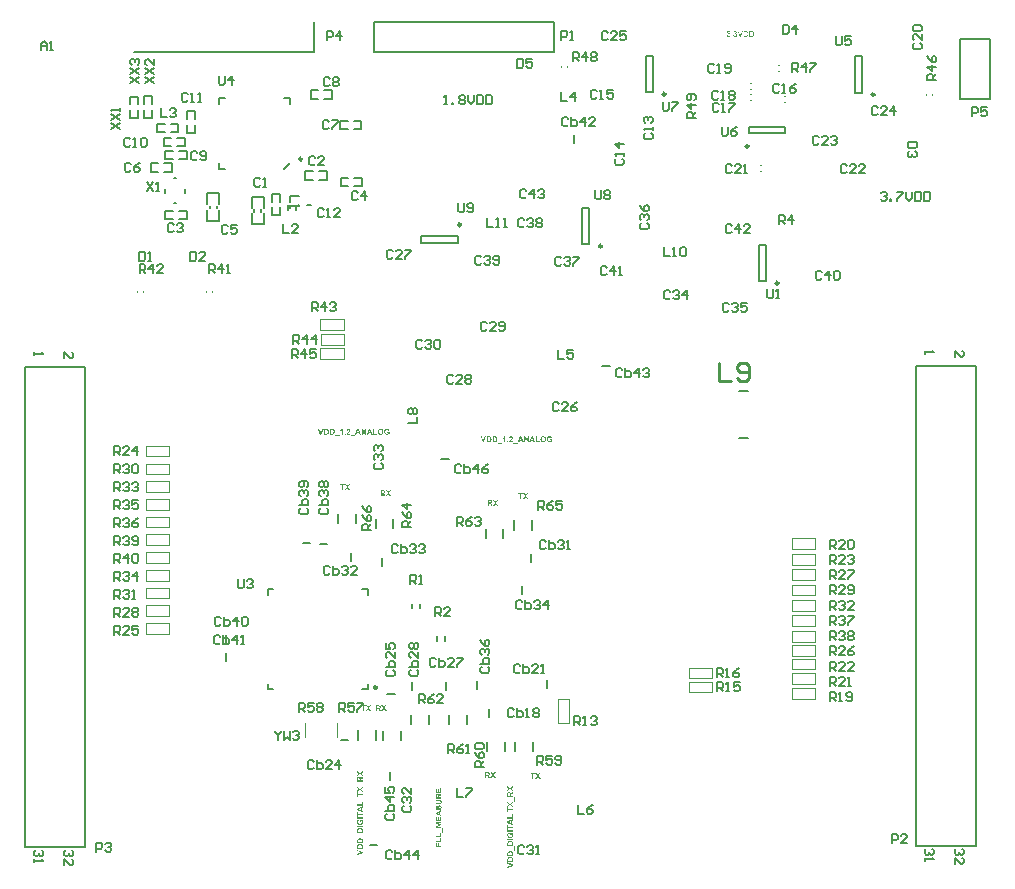
<source format=gto>
%FSLAX25Y25*%
%MOIN*%
G70*
G01*
G75*
G04 Layer_Color=65535*
%ADD10R,0.01969X0.01969*%
%ADD11R,0.05906X0.14173*%
%ADD12R,0.03150X0.02756*%
%ADD13R,0.02756X0.03150*%
%ADD14R,0.01969X0.02362*%
%ADD15R,0.02953X0.05512*%
%ADD16R,0.00787X0.01969*%
%ADD17R,0.03150X0.03543*%
%ADD18R,0.03543X0.02756*%
%ADD19R,0.10236X0.05906*%
%ADD20R,0.02362X0.01969*%
%ADD21R,0.01969X0.01969*%
%ADD22R,0.03150X0.02953*%
%ADD23R,0.01969X0.02559*%
%ADD24R,0.02559X0.01969*%
%ADD25R,0.18504X0.18504*%
%ADD26O,0.00787X0.02559*%
%ADD27O,0.02559X0.00787*%
%ADD28R,0.03347X0.03740*%
%ADD29O,0.03543X0.00984*%
%ADD30O,0.00984X0.03543*%
%ADD31R,0.25590X0.25590*%
%ADD32R,0.03150X0.03150*%
%ADD33R,0.03150X0.03150*%
%ADD34R,0.04134X0.02362*%
%ADD35R,0.03543X0.03150*%
%ADD36R,0.02362X0.04134*%
%ADD37R,0.02362X0.04331*%
%ADD38R,0.06693X0.04331*%
%ADD39C,0.00800*%
%ADD40C,0.00600*%
%ADD41C,0.01200*%
%ADD42C,0.01000*%
%ADD43C,0.01600*%
%ADD44C,0.00400*%
%ADD45R,0.05906X0.05906*%
%ADD46C,0.05906*%
%ADD47R,0.05906X0.05906*%
%ADD48C,0.02000*%
%ADD49C,0.01400*%
%ADD50C,0.01969*%
%ADD51C,0.02598*%
%ADD52C,0.00900*%
%ADD53C,0.04000*%
%ADD54C,0.04743*%
%ADD55C,0.02200*%
%ADD56C,0.01800*%
%ADD57C,0.01600*%
%ADD58C,0.01987*%
%ADD59C,0.02499*%
%ADD60C,0.00394*%
%ADD61C,0.00984*%
%ADD62C,0.00787*%
%ADD63C,0.00500*%
G36*
X215205Y152400D02*
X214787D01*
X214100Y154317D01*
X214518D01*
X215006Y152899D01*
X215474Y154317D01*
X215887D01*
X215205Y152400D01*
D02*
G37*
G36*
X200210Y33162D02*
X200283D01*
X200363Y33156D01*
X200446Y33151D01*
X200482Y33148D01*
X200518Y33142D01*
X200551Y33137D01*
X200582Y33131D01*
X200585D01*
X200587Y33128D01*
X200596D01*
X200604Y33126D01*
X200632Y33117D01*
X200665Y33106D01*
X200704Y33090D01*
X200742Y33070D01*
X200784Y33045D01*
X200823Y33015D01*
X200828Y33012D01*
X200839Y33001D01*
X200856Y32982D01*
X200878Y32957D01*
X200903Y32923D01*
X200928Y32885D01*
X200956Y32840D01*
X200978Y32790D01*
Y32788D01*
X200981Y32785D01*
X200983Y32776D01*
X200986Y32765D01*
X200992Y32752D01*
X200997Y32735D01*
X201003Y32713D01*
X201006Y32691D01*
X201017Y32638D01*
X201028Y32574D01*
X201033Y32502D01*
X201036Y32422D01*
Y32419D01*
Y32411D01*
Y32397D01*
Y32378D01*
X201033Y32353D01*
Y32328D01*
X201030Y32297D01*
X201028Y32267D01*
X201022Y32200D01*
X201011Y32131D01*
X200994Y32062D01*
X200986Y32031D01*
X200975Y32004D01*
Y32001D01*
X200972Y31998D01*
X200964Y31982D01*
X200950Y31954D01*
X200931Y31923D01*
X200906Y31887D01*
X200878Y31849D01*
X200845Y31813D01*
X200809Y31779D01*
X200803Y31777D01*
X200792Y31765D01*
X200770Y31752D01*
X200742Y31735D01*
X200712Y31718D01*
X200676Y31699D01*
X200637Y31685D01*
X200596Y31671D01*
X200593D01*
X200587Y31668D01*
X200579D01*
X200565Y31666D01*
X200549Y31663D01*
X200526Y31660D01*
X200501Y31657D01*
X200474Y31655D01*
X200441Y31649D01*
X200404Y31646D01*
X200366Y31644D01*
X200321Y31641D01*
X200274Y31638D01*
X200222D01*
X200166Y31635D01*
X199083D01*
Y32023D01*
X200208D01*
X200258Y32026D01*
X200313D01*
X200366Y32029D01*
X200391Y32031D01*
X200413D01*
X200429Y32034D01*
X200446Y32037D01*
X200451D01*
X200465Y32043D01*
X200488Y32051D01*
X200515Y32062D01*
X200546Y32076D01*
X200576Y32098D01*
X200609Y32123D01*
X200637Y32153D01*
X200640Y32159D01*
X200648Y32170D01*
X200659Y32192D01*
X200670Y32220D01*
X200684Y32259D01*
X200695Y32303D01*
X200704Y32353D01*
X200706Y32411D01*
Y32414D01*
Y32419D01*
Y32427D01*
Y32439D01*
X200704Y32466D01*
X200698Y32502D01*
X200690Y32544D01*
X200679Y32583D01*
X200662Y32624D01*
X200640Y32657D01*
X200637Y32660D01*
X200629Y32671D01*
X200615Y32685D01*
X200596Y32702D01*
X200571Y32718D01*
X200543Y32735D01*
X200513Y32749D01*
X200477Y32757D01*
X200471D01*
X200457Y32760D01*
X200432Y32763D01*
X200399Y32768D01*
X200377D01*
X200352Y32771D01*
X200324D01*
X200296Y32774D01*
X200263D01*
X200227Y32776D01*
X199083D01*
Y33164D01*
X200177D01*
X200210Y33162D01*
D02*
G37*
G36*
X201000Y34832D02*
X200585Y34555D01*
X200582Y34552D01*
X200573Y34549D01*
X200562Y34541D01*
X200549Y34530D01*
X200532Y34519D01*
X200510Y34505D01*
X200465Y34475D01*
X200415Y34438D01*
X200371Y34405D01*
X200330Y34375D01*
X200316Y34361D01*
X200302Y34350D01*
X200299Y34347D01*
X200294Y34342D01*
X200283Y34330D01*
X200269Y34317D01*
X200258Y34297D01*
X200244Y34278D01*
X200233Y34256D01*
X200222Y34234D01*
Y34231D01*
X200219Y34222D01*
X200213Y34209D01*
X200210Y34187D01*
X200205Y34159D01*
X200202Y34126D01*
X200200Y34087D01*
Y34040D01*
Y33962D01*
X201000D01*
Y33574D01*
X199083D01*
Y34389D01*
Y34391D01*
Y34402D01*
Y34419D01*
Y34438D01*
X199086Y34464D01*
Y34494D01*
X199089Y34524D01*
Y34560D01*
X199097Y34633D01*
X199105Y34707D01*
X199119Y34776D01*
X199127Y34807D01*
X199136Y34835D01*
Y34837D01*
X199139Y34840D01*
X199147Y34857D01*
X199161Y34882D01*
X199177Y34915D01*
X199205Y34951D01*
X199235Y34987D01*
X199274Y35023D01*
X199321Y35056D01*
X199324D01*
X199327Y35059D01*
X199335Y35065D01*
X199344Y35070D01*
X199371Y35084D01*
X199407Y35101D01*
X199452Y35114D01*
X199501Y35128D01*
X199560Y35139D01*
X199620Y35142D01*
X199643D01*
X199656Y35139D01*
X199676D01*
X199695Y35137D01*
X199745Y35125D01*
X199803Y35112D01*
X199862Y35089D01*
X199923Y35056D01*
X199950Y35037D01*
X199978Y35015D01*
X199981Y35012D01*
X199983Y35009D01*
X199992Y35001D01*
X200000Y34990D01*
X200011Y34979D01*
X200025Y34962D01*
X200039Y34943D01*
X200053Y34920D01*
X200069Y34896D01*
X200083Y34865D01*
X200097Y34835D01*
X200111Y34801D01*
X200125Y34763D01*
X200136Y34724D01*
X200147Y34682D01*
X200155Y34635D01*
Y34638D01*
X200158Y34641D01*
X200169Y34657D01*
X200183Y34679D01*
X200202Y34707D01*
X200227Y34740D01*
X200252Y34774D01*
X200283Y34810D01*
X200316Y34840D01*
X200319Y34843D01*
X200332Y34857D01*
X200355Y34873D01*
X200388Y34898D01*
X200429Y34932D01*
X200457Y34948D01*
X200485Y34968D01*
X200515Y34990D01*
X200549Y35012D01*
X200587Y35037D01*
X200626Y35062D01*
X201000Y35297D01*
Y34832D01*
D02*
G37*
G36*
X224900Y11605D02*
Y11187D01*
X222983Y10500D01*
Y10918D01*
X224401Y11406D01*
X222983Y11874D01*
Y12287D01*
X224900Y11605D01*
D02*
G37*
G36*
X201000Y35508D02*
X199083D01*
Y36929D01*
X199407D01*
Y35896D01*
X199831D01*
Y36857D01*
X200155D01*
Y35896D01*
X200676D01*
Y36965D01*
X201000D01*
Y35508D01*
D02*
G37*
G36*
X200485Y31308D02*
X200504Y31306D01*
X200543Y31300D01*
X200593Y31289D01*
X200645Y31272D01*
X200698Y31247D01*
X200753Y31217D01*
X200756D01*
X200759Y31212D01*
X200776Y31200D01*
X200803Y31178D01*
X200834Y31151D01*
X200870Y31115D01*
X200903Y31067D01*
X200936Y31018D01*
X200967Y30957D01*
Y30954D01*
X200970Y30948D01*
X200972Y30940D01*
X200978Y30926D01*
X200983Y30910D01*
X200989Y30890D01*
X200994Y30868D01*
X201000Y30843D01*
X201008Y30813D01*
X201014Y30782D01*
X201025Y30710D01*
X201033Y30630D01*
X201036Y30541D01*
Y30538D01*
Y30525D01*
Y30505D01*
X201033Y30480D01*
X201030Y30450D01*
X201028Y30417D01*
X201022Y30378D01*
X201014Y30336D01*
X200994Y30245D01*
X200981Y30198D01*
X200967Y30153D01*
X200947Y30106D01*
X200925Y30062D01*
X200900Y30020D01*
X200870Y29982D01*
X200867Y29979D01*
X200862Y29973D01*
X200853Y29962D01*
X200839Y29951D01*
X200820Y29934D01*
X200798Y29918D01*
X200773Y29899D01*
X200745Y29879D01*
X200712Y29860D01*
X200676Y29840D01*
X200634Y29821D01*
X200590Y29802D01*
X200543Y29788D01*
X200490Y29771D01*
X200435Y29760D01*
X200377Y29752D01*
X200341Y30128D01*
X200343D01*
X200349Y30131D01*
X200360D01*
X200371Y30134D01*
X200404Y30145D01*
X200446Y30159D01*
X200493Y30176D01*
X200540Y30200D01*
X200582Y30228D01*
X200621Y30264D01*
X200623Y30270D01*
X200634Y30284D01*
X200648Y30306D01*
X200665Y30339D01*
X200681Y30380D01*
X200695Y30428D01*
X200706Y30483D01*
X200709Y30547D01*
Y30549D01*
Y30555D01*
Y30563D01*
Y30577D01*
X200704Y30610D01*
X200698Y30652D01*
X200690Y30696D01*
X200676Y30743D01*
X200657Y30788D01*
X200632Y30827D01*
X200629Y30832D01*
X200618Y30843D01*
X200601Y30857D01*
X200579Y30876D01*
X200551Y30893D01*
X200518Y30910D01*
X200485Y30921D01*
X200446Y30923D01*
X200435D01*
X200421Y30921D01*
X200404Y30918D01*
X200388Y30912D01*
X200368Y30907D01*
X200349Y30896D01*
X200330Y30882D01*
X200327Y30879D01*
X200321Y30874D01*
X200313Y30865D01*
X200302Y30851D01*
X200288Y30832D01*
X200274Y30807D01*
X200260Y30779D01*
X200247Y30743D01*
Y30741D01*
X200241Y30729D01*
X200236Y30710D01*
X200230Y30696D01*
X200227Y30680D01*
X200222Y30660D01*
X200213Y30638D01*
X200208Y30613D01*
X200200Y30586D01*
X200191Y30552D01*
X200183Y30516D01*
X200172Y30477D01*
X200161Y30433D01*
Y30430D01*
X200158Y30419D01*
X200152Y30403D01*
X200147Y30383D01*
X200138Y30358D01*
X200130Y30328D01*
X200119Y30297D01*
X200108Y30261D01*
X200080Y30189D01*
X200047Y30120D01*
X200030Y30084D01*
X200011Y30054D01*
X199992Y30023D01*
X199972Y29998D01*
X199970Y29996D01*
X199964Y29990D01*
X199956Y29982D01*
X199945Y29970D01*
X199928Y29957D01*
X199909Y29943D01*
X199889Y29926D01*
X199864Y29912D01*
X199806Y29879D01*
X199740Y29851D01*
X199704Y29840D01*
X199668Y29832D01*
X199626Y29827D01*
X199584Y29824D01*
X199560D01*
X199532Y29829D01*
X199496Y29835D01*
X199454Y29843D01*
X199407Y29857D01*
X199357Y29876D01*
X199310Y29904D01*
X199308D01*
X199305Y29907D01*
X199288Y29921D01*
X199266Y29937D01*
X199238Y29965D01*
X199208Y29998D01*
X199175Y30040D01*
X199144Y30087D01*
X199116Y30142D01*
Y30145D01*
X199114Y30151D01*
X199111Y30159D01*
X199105Y30170D01*
X199100Y30187D01*
X199094Y30203D01*
X199089Y30225D01*
X199080Y30250D01*
X199069Y30306D01*
X199058Y30369D01*
X199050Y30441D01*
X199047Y30522D01*
Y30527D01*
Y30538D01*
Y30555D01*
X199050Y30580D01*
X199053Y30610D01*
X199056Y30646D01*
X199061Y30682D01*
X199066Y30724D01*
X199086Y30813D01*
X199100Y30857D01*
X199114Y30901D01*
X199133Y30946D01*
X199155Y30987D01*
X199180Y31026D01*
X199208Y31062D01*
X199211Y31065D01*
X199216Y31070D01*
X199224Y31078D01*
X199235Y31090D01*
X199252Y31104D01*
X199272Y31120D01*
X199294Y31137D01*
X199319Y31156D01*
X199349Y31173D01*
X199380Y31189D01*
X199416Y31206D01*
X199454Y31220D01*
X199493Y31234D01*
X199537Y31245D01*
X199582Y31253D01*
X199632Y31256D01*
X199645Y30868D01*
X199640D01*
X199620Y30863D01*
X199596Y30857D01*
X199565Y30846D01*
X199529Y30832D01*
X199496Y30813D01*
X199463Y30788D01*
X199435Y30760D01*
X199432Y30757D01*
X199424Y30746D01*
X199413Y30727D01*
X199402Y30699D01*
X199391Y30666D01*
X199380Y30624D01*
X199371Y30574D01*
X199369Y30516D01*
Y30514D01*
Y30508D01*
Y30500D01*
Y30488D01*
X199371Y30458D01*
X199377Y30422D01*
X199385Y30380D01*
X199399Y30336D01*
X199416Y30295D01*
X199441Y30256D01*
X199443Y30253D01*
X199449Y30248D01*
X199457Y30237D01*
X199471Y30225D01*
X199488Y30214D01*
X199510Y30203D01*
X199532Y30198D01*
X199560Y30195D01*
X199571D01*
X199584Y30198D01*
X199598Y30203D01*
X199618Y30209D01*
X199637Y30217D01*
X199656Y30231D01*
X199676Y30250D01*
X199679Y30253D01*
X199687Y30267D01*
X199693Y30275D01*
X199698Y30289D01*
X199706Y30303D01*
X199715Y30322D01*
X199723Y30345D01*
X199734Y30369D01*
X199745Y30400D01*
X199756Y30430D01*
X199767Y30469D01*
X199778Y30511D01*
X199790Y30555D01*
X199803Y30605D01*
Y30608D01*
X199806Y30619D01*
X199809Y30633D01*
X199814Y30652D01*
X199820Y30674D01*
X199828Y30702D01*
X199837Y30732D01*
X199845Y30763D01*
X199867Y30829D01*
X199889Y30898D01*
X199914Y30965D01*
X199928Y30993D01*
X199942Y31020D01*
Y31023D01*
X199945Y31026D01*
X199956Y31043D01*
X199972Y31067D01*
X199995Y31098D01*
X200022Y31131D01*
X200055Y31167D01*
X200094Y31203D01*
X200138Y31234D01*
X200144Y31236D01*
X200161Y31245D01*
X200186Y31259D01*
X200222Y31272D01*
X200266Y31286D01*
X200319Y31300D01*
X200377Y31308D01*
X200443Y31311D01*
X200471D01*
X200485Y31308D01*
D02*
G37*
G36*
X201000Y25383D02*
X199493Y25381D01*
X201000Y25004D01*
Y24630D01*
X199493Y24253D01*
X201000D01*
Y23896D01*
X199083D01*
Y24475D01*
X200393Y24818D01*
X199083Y25159D01*
Y25741D01*
X201000D01*
Y25383D01*
D02*
G37*
G36*
X201529Y22190D02*
X201291D01*
Y23719D01*
X201529D01*
Y22190D01*
D02*
G37*
G36*
X201000Y26134D02*
X199083D01*
Y27555D01*
X199407D01*
Y26522D01*
X199831D01*
Y27483D01*
X200155D01*
Y26522D01*
X200676D01*
Y27591D01*
X201000D01*
Y26134D01*
D02*
G37*
G36*
X230113Y152400D02*
X229726D01*
X228947Y153663D01*
Y152400D01*
X228590D01*
Y154317D01*
X228964D01*
X229756Y153026D01*
Y154317D01*
X230113D01*
Y152400D01*
D02*
G37*
G36*
X201000Y29228D02*
X200565Y29062D01*
Y28292D01*
X201000Y28134D01*
Y27724D01*
X199083Y28466D01*
Y28876D01*
X201000Y29646D01*
Y29228D01*
D02*
G37*
G36*
X224022Y14084D02*
X224044D01*
X224072Y14082D01*
X224102Y14079D01*
X224166Y14073D01*
X224232Y14062D01*
X224302Y14046D01*
X224368Y14026D01*
X224371D01*
X224377Y14023D01*
X224388Y14018D01*
X224404Y14012D01*
X224421Y14007D01*
X224440Y13996D01*
X224490Y13974D01*
X224543Y13946D01*
X224601Y13910D01*
X224656Y13868D01*
X224709Y13821D01*
X224714Y13816D01*
X224726Y13802D01*
X224742Y13780D01*
X224764Y13749D01*
X224789Y13710D01*
X224814Y13666D01*
X224839Y13611D01*
X224861Y13550D01*
Y13547D01*
X224864Y13544D01*
Y13536D01*
X224867Y13528D01*
X224872Y13497D01*
X224881Y13458D01*
X224889Y13411D01*
X224894Y13353D01*
X224897Y13284D01*
X224900Y13209D01*
Y12483D01*
X222983D01*
Y13187D01*
Y13190D01*
Y13198D01*
Y13209D01*
Y13226D01*
Y13248D01*
X222986Y13270D01*
X222989Y13323D01*
X222991Y13381D01*
X223000Y13442D01*
X223008Y13500D01*
X223022Y13553D01*
Y13555D01*
X223025Y13561D01*
X223027Y13569D01*
X223030Y13580D01*
X223044Y13613D01*
X223063Y13652D01*
X223088Y13697D01*
X223119Y13746D01*
X223155Y13793D01*
X223199Y13841D01*
Y13843D01*
X223205Y13846D01*
X223221Y13860D01*
X223249Y13882D01*
X223285Y13907D01*
X223329Y13938D01*
X223382Y13968D01*
X223443Y13998D01*
X223510Y14023D01*
X223512D01*
X223518Y14026D01*
X223529Y14029D01*
X223543Y14035D01*
X223559Y14037D01*
X223582Y14043D01*
X223606Y14048D01*
X223634Y14057D01*
X223665Y14062D01*
X223701Y14068D01*
X223737Y14073D01*
X223778Y14076D01*
X223864Y14084D01*
X223961Y14087D01*
X224000D01*
X224022Y14084D01*
D02*
G37*
G36*
X224900Y26292D02*
X224465Y26126D01*
Y25355D01*
X224900Y25198D01*
Y24788D01*
X222983Y25530D01*
Y25940D01*
X224900Y26710D01*
Y26292D01*
D02*
G37*
G36*
X223307Y24167D02*
X224900D01*
Y23779D01*
X223307D01*
Y23212D01*
X222983D01*
Y24732D01*
X223307D01*
Y24167D01*
D02*
G37*
G36*
X232853Y152724D02*
X233817D01*
Y152400D01*
X232465D01*
Y154303D01*
X232853D01*
Y152724D01*
D02*
G37*
G36*
X223307Y30120D02*
X224900D01*
Y29732D01*
X223307D01*
Y29164D01*
X222983D01*
Y30685D01*
X223307D01*
Y30120D01*
D02*
G37*
G36*
X224900Y26926D02*
X222997D01*
Y27314D01*
X224576D01*
Y28278D01*
X224900D01*
Y26926D01*
D02*
G37*
G36*
Y22588D02*
X222983D01*
Y22976D01*
X224900D01*
Y22588D01*
D02*
G37*
G36*
X225429Y16129D02*
X225191D01*
Y17658D01*
X225429D01*
Y16129D01*
D02*
G37*
G36*
X224022Y16018D02*
X224044D01*
X224072Y16015D01*
X224102Y16012D01*
X224166Y16007D01*
X224232Y15996D01*
X224302Y15979D01*
X224368Y15960D01*
X224371D01*
X224377Y15957D01*
X224388Y15951D01*
X224404Y15946D01*
X224421Y15940D01*
X224440Y15929D01*
X224490Y15907D01*
X224543Y15879D01*
X224601Y15843D01*
X224656Y15802D01*
X224709Y15755D01*
X224714Y15749D01*
X224726Y15735D01*
X224742Y15713D01*
X224764Y15683D01*
X224789Y15644D01*
X224814Y15600D01*
X224839Y15544D01*
X224861Y15483D01*
Y15481D01*
X224864Y15478D01*
Y15469D01*
X224867Y15461D01*
X224872Y15431D01*
X224881Y15392D01*
X224889Y15345D01*
X224894Y15287D01*
X224897Y15217D01*
X224900Y15143D01*
Y14417D01*
X222983D01*
Y15120D01*
Y15123D01*
Y15131D01*
Y15143D01*
Y15159D01*
Y15181D01*
X222986Y15203D01*
X222989Y15256D01*
X222991Y15314D01*
X223000Y15375D01*
X223008Y15433D01*
X223022Y15486D01*
Y15489D01*
X223025Y15494D01*
X223027Y15503D01*
X223030Y15514D01*
X223044Y15547D01*
X223063Y15586D01*
X223088Y15630D01*
X223119Y15680D01*
X223155Y15727D01*
X223199Y15774D01*
Y15777D01*
X223205Y15780D01*
X223221Y15793D01*
X223249Y15816D01*
X223285Y15841D01*
X223329Y15871D01*
X223382Y15901D01*
X223443Y15932D01*
X223510Y15957D01*
X223512D01*
X223518Y15960D01*
X223529Y15962D01*
X223543Y15968D01*
X223559Y15971D01*
X223582Y15976D01*
X223606Y15982D01*
X223634Y15990D01*
X223665Y15996D01*
X223701Y16001D01*
X223737Y16007D01*
X223778Y16010D01*
X223864Y16018D01*
X223961Y16021D01*
X224000D01*
X224022Y16018D01*
D02*
G37*
G36*
Y19442D02*
X224044D01*
X224072Y19439D01*
X224102Y19436D01*
X224166Y19431D01*
X224232Y19419D01*
X224302Y19403D01*
X224368Y19383D01*
X224371D01*
X224377Y19381D01*
X224388Y19375D01*
X224404Y19369D01*
X224421Y19364D01*
X224440Y19353D01*
X224490Y19331D01*
X224543Y19303D01*
X224601Y19267D01*
X224656Y19226D01*
X224709Y19178D01*
X224714Y19173D01*
X224726Y19159D01*
X224742Y19137D01*
X224764Y19106D01*
X224789Y19068D01*
X224814Y19023D01*
X224839Y18968D01*
X224861Y18907D01*
Y18904D01*
X224864Y18901D01*
Y18893D01*
X224867Y18885D01*
X224872Y18854D01*
X224881Y18815D01*
X224889Y18768D01*
X224894Y18710D01*
X224897Y18641D01*
X224900Y18566D01*
Y17841D01*
X222983D01*
Y18544D01*
Y18547D01*
Y18555D01*
Y18566D01*
Y18583D01*
Y18605D01*
X222986Y18627D01*
X222989Y18680D01*
X222991Y18738D01*
X223000Y18799D01*
X223008Y18857D01*
X223022Y18910D01*
Y18913D01*
X223025Y18918D01*
X223027Y18926D01*
X223030Y18937D01*
X223044Y18971D01*
X223063Y19009D01*
X223088Y19054D01*
X223119Y19104D01*
X223155Y19151D01*
X223199Y19198D01*
Y19201D01*
X223205Y19203D01*
X223221Y19217D01*
X223249Y19239D01*
X223285Y19264D01*
X223329Y19295D01*
X223382Y19325D01*
X223443Y19356D01*
X223510Y19381D01*
X223512D01*
X223518Y19383D01*
X223529Y19386D01*
X223543Y19392D01*
X223559Y19395D01*
X223582Y19400D01*
X223606Y19406D01*
X223634Y19414D01*
X223665Y19419D01*
X223701Y19425D01*
X223737Y19431D01*
X223778Y19433D01*
X223864Y19442D01*
X223961Y19444D01*
X224000D01*
X224022Y19442D01*
D02*
G37*
G36*
X224648Y22237D02*
X224654Y22228D01*
X224662Y22220D01*
X224673Y22206D01*
X224684Y22192D01*
X224712Y22153D01*
X224742Y22101D01*
X224778Y22040D01*
X224814Y21971D01*
X224847Y21888D01*
Y21885D01*
X224850Y21876D01*
X224856Y21865D01*
X224861Y21849D01*
X224867Y21826D01*
X224875Y21802D01*
X224883Y21774D01*
X224892Y21743D01*
X224908Y21674D01*
X224922Y21594D01*
X224933Y21511D01*
X224936Y21422D01*
Y21419D01*
Y21408D01*
Y21392D01*
X224933Y21372D01*
Y21345D01*
X224931Y21314D01*
X224925Y21281D01*
X224919Y21242D01*
X224905Y21162D01*
X224883Y21073D01*
X224853Y20982D01*
X224833Y20940D01*
X224811Y20896D01*
X224809Y20893D01*
X224806Y20888D01*
X224798Y20874D01*
X224786Y20860D01*
X224775Y20840D01*
X224759Y20821D01*
X224739Y20796D01*
X224717Y20771D01*
X224667Y20716D01*
X224604Y20660D01*
X224532Y20608D01*
X224448Y20561D01*
X224446D01*
X224437Y20555D01*
X224424Y20550D01*
X224407Y20544D01*
X224385Y20536D01*
X224360Y20525D01*
X224329Y20516D01*
X224296Y20505D01*
X224260Y20494D01*
X224219Y20486D01*
X224133Y20467D01*
X224039Y20455D01*
X223936Y20450D01*
X223906D01*
X223886Y20453D01*
X223858D01*
X223828Y20455D01*
X223795Y20461D01*
X223756Y20467D01*
X223676Y20480D01*
X223584Y20503D01*
X223493Y20533D01*
X223448Y20552D01*
X223404Y20574D01*
X223401Y20577D01*
X223393Y20580D01*
X223382Y20588D01*
X223365Y20597D01*
X223346Y20610D01*
X223324Y20627D01*
X223299Y20647D01*
X223271Y20666D01*
X223243Y20691D01*
X223213Y20719D01*
X223183Y20749D01*
X223152Y20782D01*
X223124Y20818D01*
X223094Y20854D01*
X223044Y20940D01*
Y20943D01*
X223039Y20948D01*
X223036Y20959D01*
X223027Y20973D01*
X223022Y20993D01*
X223014Y21012D01*
X223005Y21040D01*
X222994Y21068D01*
X222986Y21098D01*
X222978Y21134D01*
X222969Y21173D01*
X222961Y21212D01*
X222950Y21300D01*
X222947Y21400D01*
Y21403D01*
Y21417D01*
Y21433D01*
X222950Y21458D01*
X222953Y21489D01*
X222955Y21525D01*
X222958Y21563D01*
X222967Y21605D01*
X222983Y21694D01*
X223011Y21785D01*
X223027Y21832D01*
X223047Y21876D01*
X223069Y21918D01*
X223097Y21957D01*
X223099Y21960D01*
X223102Y21965D01*
X223113Y21976D01*
X223124Y21990D01*
X223138Y22007D01*
X223158Y22023D01*
X223180Y22043D01*
X223205Y22065D01*
X223233Y22087D01*
X223263Y22109D01*
X223296Y22131D01*
X223335Y22151D01*
X223374Y22173D01*
X223415Y22189D01*
X223462Y22206D01*
X223510Y22217D01*
X223582Y21832D01*
X223579D01*
X223576Y21829D01*
X223559Y21824D01*
X223534Y21813D01*
X223501Y21796D01*
X223465Y21777D01*
X223429Y21749D01*
X223393Y21716D01*
X223360Y21677D01*
X223357Y21671D01*
X223346Y21658D01*
X223332Y21633D01*
X223318Y21602D01*
X223302Y21561D01*
X223291Y21513D01*
X223280Y21461D01*
X223277Y21400D01*
Y21397D01*
Y21389D01*
Y21375D01*
X223280Y21358D01*
X223282Y21336D01*
X223285Y21311D01*
X223291Y21284D01*
X223296Y21253D01*
X223316Y21189D01*
X223329Y21156D01*
X223346Y21123D01*
X223365Y21090D01*
X223385Y21057D01*
X223412Y21026D01*
X223440Y20996D01*
X223443Y20993D01*
X223448Y20990D01*
X223457Y20982D01*
X223471Y20973D01*
X223487Y20962D01*
X223507Y20948D01*
X223532Y20935D01*
X223559Y20923D01*
X223593Y20910D01*
X223629Y20896D01*
X223667Y20882D01*
X223709Y20871D01*
X223756Y20863D01*
X223809Y20854D01*
X223861Y20852D01*
X223919Y20849D01*
X223953D01*
X223975Y20852D01*
X224005Y20854D01*
X224036Y20857D01*
X224075Y20863D01*
X224113Y20868D01*
X224196Y20885D01*
X224282Y20912D01*
X224324Y20929D01*
X224363Y20948D01*
X224401Y20973D01*
X224435Y20998D01*
X224437Y21001D01*
X224443Y21007D01*
X224451Y21015D01*
X224462Y21026D01*
X224473Y21043D01*
X224490Y21059D01*
X224504Y21081D01*
X224520Y21106D01*
X224537Y21134D01*
X224551Y21162D01*
X224579Y21231D01*
X224590Y21270D01*
X224598Y21308D01*
X224604Y21353D01*
X224606Y21397D01*
Y21400D01*
Y21403D01*
Y21419D01*
X224604Y21441D01*
X224601Y21475D01*
X224595Y21511D01*
X224587Y21552D01*
X224576Y21597D01*
X224559Y21641D01*
Y21644D01*
X224556Y21646D01*
X224551Y21660D01*
X224540Y21685D01*
X224526Y21713D01*
X224509Y21746D01*
X224490Y21782D01*
X224468Y21818D01*
X224443Y21851D01*
X224196D01*
Y21408D01*
X223872D01*
Y22242D01*
X224642D01*
X224648Y22237D01*
D02*
G37*
G36*
X224900Y19760D02*
X222983D01*
Y20148D01*
X224900D01*
Y19760D01*
D02*
G37*
G36*
X201000Y20783D02*
X199097D01*
Y21170D01*
X200676D01*
Y22134D01*
X201000D01*
Y20783D01*
D02*
G37*
G36*
X162670Y156814D02*
X162723Y156811D01*
X162781Y156808D01*
X162842Y156800D01*
X162900Y156792D01*
X162952Y156778D01*
X162955D01*
X162961Y156775D01*
X162969Y156772D01*
X162980Y156770D01*
X163014Y156756D01*
X163052Y156737D01*
X163097Y156712D01*
X163146Y156681D01*
X163194Y156645D01*
X163241Y156601D01*
X163243D01*
X163246Y156595D01*
X163260Y156579D01*
X163282Y156551D01*
X163307Y156515D01*
X163338Y156471D01*
X163368Y156418D01*
X163399Y156357D01*
X163423Y156290D01*
Y156288D01*
X163426Y156282D01*
X163429Y156271D01*
X163435Y156257D01*
X163437Y156241D01*
X163443Y156219D01*
X163448Y156194D01*
X163457Y156166D01*
X163462Y156135D01*
X163468Y156099D01*
X163473Y156063D01*
X163476Y156022D01*
X163484Y155936D01*
X163487Y155839D01*
Y155836D01*
Y155828D01*
Y155817D01*
Y155800D01*
X163484Y155778D01*
Y155756D01*
X163482Y155728D01*
X163479Y155698D01*
X163473Y155634D01*
X163462Y155568D01*
X163446Y155498D01*
X163426Y155432D01*
Y155429D01*
X163423Y155423D01*
X163418Y155412D01*
X163412Y155396D01*
X163407Y155379D01*
X163396Y155360D01*
X163374Y155310D01*
X163346Y155257D01*
X163310Y155199D01*
X163268Y155144D01*
X163221Y155091D01*
X163216Y155086D01*
X163202Y155075D01*
X163180Y155058D01*
X163149Y155036D01*
X163110Y155011D01*
X163066Y154986D01*
X163011Y154961D01*
X162950Y154939D01*
X162947D01*
X162944Y154936D01*
X162936D01*
X162928Y154933D01*
X162897Y154928D01*
X162858Y154919D01*
X162811Y154911D01*
X162753Y154905D01*
X162684Y154903D01*
X162609Y154900D01*
X161883D01*
Y156817D01*
X162648D01*
X162670Y156814D01*
D02*
G37*
G36*
X178653Y155224D02*
X179617D01*
Y154900D01*
X178265D01*
Y156803D01*
X178653D01*
Y155224D01*
D02*
G37*
G36*
X180780Y156850D02*
X180808D01*
X180844Y156844D01*
X180886Y156839D01*
X180933Y156831D01*
X180982Y156820D01*
X181035Y156806D01*
X181090Y156789D01*
X181146Y156767D01*
X181204Y156742D01*
X181260Y156712D01*
X181315Y156676D01*
X181368Y156634D01*
X181417Y156587D01*
X181420Y156584D01*
X181428Y156576D01*
X181442Y156559D01*
X181456Y156540D01*
X181475Y156512D01*
X181498Y156479D01*
X181520Y156440D01*
X181545Y156396D01*
X181570Y156349D01*
X181592Y156293D01*
X181614Y156232D01*
X181633Y156169D01*
X181650Y156097D01*
X181661Y156022D01*
X181669Y155941D01*
X181672Y155856D01*
Y155850D01*
Y155836D01*
X181669Y155811D01*
Y155778D01*
X181664Y155739D01*
X181658Y155695D01*
X181650Y155642D01*
X181642Y155590D01*
X181628Y155532D01*
X181611Y155471D01*
X181589Y155410D01*
X181564Y155349D01*
X181536Y155291D01*
X181500Y155232D01*
X181462Y155177D01*
X181417Y155124D01*
X181415Y155122D01*
X181406Y155113D01*
X181392Y155099D01*
X181370Y155083D01*
X181345Y155063D01*
X181315Y155041D01*
X181279Y155019D01*
X181240Y154994D01*
X181193Y154969D01*
X181143Y154947D01*
X181088Y154925D01*
X181027Y154905D01*
X180963Y154889D01*
X180894Y154875D01*
X180822Y154867D01*
X180744Y154864D01*
X180725D01*
X180703Y154867D01*
X180675Y154869D01*
X180639Y154872D01*
X180597Y154878D01*
X180550Y154886D01*
X180500Y154897D01*
X180445Y154911D01*
X180393Y154928D01*
X180334Y154950D01*
X180279Y154975D01*
X180221Y155002D01*
X180168Y155038D01*
X180115Y155077D01*
X180066Y155124D01*
X180063Y155127D01*
X180054Y155135D01*
X180043Y155152D01*
X180027Y155172D01*
X180007Y155199D01*
X179985Y155232D01*
X179963Y155268D01*
X179941Y155313D01*
X179916Y155360D01*
X179894Y155415D01*
X179872Y155473D01*
X179852Y155537D01*
X179836Y155606D01*
X179825Y155681D01*
X179816Y155762D01*
X179814Y155845D01*
Y155847D01*
Y155858D01*
Y155872D01*
X179816Y155894D01*
Y155919D01*
X179819Y155947D01*
X179822Y155980D01*
X179825Y156016D01*
X179836Y156094D01*
X179850Y156177D01*
X179872Y156260D01*
X179899Y156338D01*
Y156340D01*
X179902Y156343D01*
X179908Y156351D01*
X179911Y156363D01*
X179927Y156390D01*
X179946Y156426D01*
X179971Y156468D01*
X180002Y156509D01*
X180038Y156556D01*
X180077Y156601D01*
X180079Y156604D01*
X180082Y156606D01*
X180096Y156620D01*
X180121Y156642D01*
X180151Y156667D01*
X180187Y156695D01*
X180229Y156725D01*
X180276Y156753D01*
X180326Y156775D01*
X180329D01*
X180334Y156778D01*
X180345Y156784D01*
X180359Y156786D01*
X180376Y156795D01*
X180395Y156800D01*
X180420Y156806D01*
X180445Y156814D01*
X180506Y156828D01*
X180575Y156842D01*
X180656Y156850D01*
X180739Y156853D01*
X180758D01*
X180780Y156850D01*
D02*
G37*
G36*
X161005Y154900D02*
X160587D01*
X159900Y156817D01*
X160318D01*
X160806Y155399D01*
X161274Y156817D01*
X161687D01*
X161005Y154900D01*
D02*
G37*
G36*
X172274Y154371D02*
X170745D01*
Y154609D01*
X172274D01*
Y154371D01*
D02*
G37*
G36*
X178049Y154900D02*
X177631D01*
X177465Y155335D01*
X176695D01*
X176537Y154900D01*
X176127D01*
X176869Y156817D01*
X177279D01*
X178049Y154900D01*
D02*
G37*
G36*
X168096D02*
X167728D01*
Y156288D01*
X167725Y156285D01*
X167720Y156280D01*
X167709Y156271D01*
X167692Y156257D01*
X167673Y156241D01*
X167650Y156224D01*
X167623Y156205D01*
X167592Y156183D01*
X167559Y156160D01*
X167523Y156138D01*
X167484Y156113D01*
X167443Y156091D01*
X167354Y156050D01*
X167254Y156011D01*
Y156343D01*
X167257D01*
X167260Y156346D01*
X167268Y156349D01*
X167279Y156351D01*
X167307Y156365D01*
X167346Y156382D01*
X167393Y156404D01*
X167446Y156435D01*
X167504Y156473D01*
X167565Y156518D01*
X167567Y156520D01*
X167573Y156523D01*
X167581Y156532D01*
X167592Y156543D01*
X167623Y156570D01*
X167656Y156606D01*
X167695Y156651D01*
X167734Y156706D01*
X167770Y156764D01*
X167797Y156828D01*
X168096D01*
Y154900D01*
D02*
G37*
G36*
X164603Y156814D02*
X164656Y156811D01*
X164714Y156808D01*
X164775Y156800D01*
X164833Y156792D01*
X164886Y156778D01*
X164889D01*
X164894Y156775D01*
X164903Y156772D01*
X164914Y156770D01*
X164947Y156756D01*
X164986Y156737D01*
X165030Y156712D01*
X165080Y156681D01*
X165127Y156645D01*
X165174Y156601D01*
X165177D01*
X165180Y156595D01*
X165193Y156579D01*
X165216Y156551D01*
X165241Y156515D01*
X165271Y156471D01*
X165302Y156418D01*
X165332Y156357D01*
X165357Y156290D01*
Y156288D01*
X165360Y156282D01*
X165362Y156271D01*
X165368Y156257D01*
X165371Y156241D01*
X165376Y156219D01*
X165382Y156194D01*
X165390Y156166D01*
X165396Y156135D01*
X165401Y156099D01*
X165407Y156063D01*
X165410Y156022D01*
X165418Y155936D01*
X165421Y155839D01*
Y155836D01*
Y155828D01*
Y155817D01*
Y155800D01*
X165418Y155778D01*
Y155756D01*
X165415Y155728D01*
X165412Y155698D01*
X165407Y155634D01*
X165396Y155568D01*
X165379Y155498D01*
X165360Y155432D01*
Y155429D01*
X165357Y155423D01*
X165351Y155412D01*
X165346Y155396D01*
X165340Y155379D01*
X165329Y155360D01*
X165307Y155310D01*
X165279Y155257D01*
X165243Y155199D01*
X165202Y155144D01*
X165155Y155091D01*
X165149Y155086D01*
X165135Y155075D01*
X165113Y155058D01*
X165083Y155036D01*
X165044Y155011D01*
X165000Y154986D01*
X164944Y154961D01*
X164883Y154939D01*
X164881D01*
X164878Y154936D01*
X164869D01*
X164861Y154933D01*
X164831Y154928D01*
X164792Y154919D01*
X164745Y154911D01*
X164687Y154905D01*
X164617Y154903D01*
X164542Y154900D01*
X163817D01*
Y156817D01*
X164581D01*
X164603Y156814D01*
D02*
G37*
G36*
X169094Y154900D02*
X168725D01*
Y155268D01*
X169094D01*
Y154900D01*
D02*
G37*
G36*
X174182D02*
X173764D01*
X173598Y155335D01*
X172828D01*
X172670Y154900D01*
X172260D01*
X173002Y156817D01*
X173412D01*
X174182Y154900D01*
D02*
G37*
G36*
X170071Y156825D02*
X170096Y156822D01*
X170124Y156820D01*
X170155Y156814D01*
X170188Y156808D01*
X170260Y156789D01*
X170332Y156761D01*
X170371Y156745D01*
X170404Y156725D01*
X170440Y156701D01*
X170470Y156673D01*
X170473Y156670D01*
X170479Y156667D01*
X170484Y156656D01*
X170495Y156645D01*
X170509Y156631D01*
X170523Y156612D01*
X170537Y156593D01*
X170553Y156568D01*
X170581Y156512D01*
X170609Y156448D01*
X170620Y156412D01*
X170625Y156374D01*
X170631Y156332D01*
X170634Y156290D01*
Y156285D01*
Y156268D01*
X170631Y156244D01*
X170628Y156213D01*
X170623Y156174D01*
X170614Y156133D01*
X170603Y156088D01*
X170587Y156044D01*
X170584Y156038D01*
X170578Y156025D01*
X170567Y156000D01*
X170551Y155969D01*
X170531Y155933D01*
X170506Y155892D01*
X170476Y155847D01*
X170440Y155800D01*
X170437Y155798D01*
X170426Y155784D01*
X170409Y155764D01*
X170384Y155736D01*
X170351Y155703D01*
X170310Y155659D01*
X170260Y155612D01*
X170199Y155554D01*
X170196Y155551D01*
X170191Y155548D01*
X170182Y155540D01*
X170171Y155529D01*
X170141Y155501D01*
X170105Y155468D01*
X170069Y155432D01*
X170033Y155396D01*
X169999Y155365D01*
X169988Y155351D01*
X169977Y155340D01*
X169975Y155338D01*
X169969Y155332D01*
X169961Y155321D01*
X169950Y155307D01*
X169925Y155277D01*
X169903Y155241D01*
X170634D01*
Y154900D01*
X169346D01*
Y154903D01*
Y154908D01*
X169349Y154919D01*
X169351Y154933D01*
X169354Y154950D01*
X169357Y154969D01*
X169368Y155019D01*
X169385Y155075D01*
X169407Y155135D01*
X169434Y155202D01*
X169470Y155266D01*
Y155268D01*
X169476Y155274D01*
X169481Y155285D01*
X169492Y155296D01*
X169504Y155315D01*
X169520Y155335D01*
X169540Y155360D01*
X169562Y155387D01*
X169587Y155421D01*
X169617Y155454D01*
X169650Y155493D01*
X169689Y155534D01*
X169731Y155576D01*
X169778Y155623D01*
X169828Y155673D01*
X169883Y155726D01*
X169886Y155728D01*
X169894Y155736D01*
X169905Y155748D01*
X169922Y155764D01*
X169944Y155781D01*
X169966Y155803D01*
X170016Y155853D01*
X170066Y155905D01*
X170116Y155958D01*
X170138Y155980D01*
X170160Y156005D01*
X170177Y156025D01*
X170188Y156041D01*
X170191Y156047D01*
X170199Y156061D01*
X170213Y156083D01*
X170227Y156113D01*
X170240Y156147D01*
X170254Y156185D01*
X170263Y156224D01*
X170265Y156266D01*
Y156268D01*
Y156271D01*
Y156285D01*
X170263Y156310D01*
X170257Y156338D01*
X170249Y156368D01*
X170238Y156399D01*
X170221Y156429D01*
X170199Y156457D01*
X170196Y156459D01*
X170188Y156468D01*
X170171Y156479D01*
X170152Y156490D01*
X170124Y156501D01*
X170094Y156512D01*
X170058Y156520D01*
X170016Y156523D01*
X169997D01*
X169975Y156520D01*
X169950Y156515D01*
X169919Y156507D01*
X169889Y156493D01*
X169858Y156476D01*
X169830Y156454D01*
X169828Y156451D01*
X169819Y156440D01*
X169808Y156423D01*
X169797Y156399D01*
X169783Y156368D01*
X169772Y156326D01*
X169761Y156280D01*
X169756Y156224D01*
X169390Y156260D01*
Y156263D01*
X169393Y156274D01*
Y156288D01*
X169398Y156310D01*
X169401Y156335D01*
X169409Y156363D01*
X169418Y156393D01*
X169426Y156429D01*
X169454Y156498D01*
X169487Y156570D01*
X169509Y156606D01*
X169534Y156640D01*
X169562Y156667D01*
X169592Y156695D01*
X169595Y156698D01*
X169600Y156701D01*
X169609Y156706D01*
X169623Y156717D01*
X169639Y156725D01*
X169661Y156737D01*
X169684Y156750D01*
X169711Y156761D01*
X169742Y156775D01*
X169775Y156786D01*
X169847Y156808D01*
X169933Y156822D01*
X169977Y156825D01*
X170024Y156828D01*
X170052D01*
X170071Y156825D01*
D02*
G37*
G36*
X175913Y154900D02*
X175526D01*
X174747Y156163D01*
Y154900D01*
X174390D01*
Y156817D01*
X174764D01*
X175556Y155526D01*
Y156817D01*
X175913D01*
Y154900D01*
D02*
G37*
G36*
X296757Y289422D02*
X296793Y289417D01*
X296837Y289408D01*
X296887Y289395D01*
X296936Y289378D01*
X296986Y289356D01*
X296989D01*
X296992Y289353D01*
X297009Y289345D01*
X297034Y289328D01*
X297061Y289309D01*
X297094Y289281D01*
X297128Y289251D01*
X297161Y289215D01*
X297189Y289173D01*
X297191Y289167D01*
X297200Y289154D01*
X297211Y289129D01*
X297225Y289098D01*
X297238Y289062D01*
X297250Y289021D01*
X297258Y288974D01*
X297261Y288927D01*
Y288921D01*
Y288904D01*
X297258Y288882D01*
X297252Y288852D01*
X297244Y288816D01*
X297230Y288777D01*
X297214Y288738D01*
X297191Y288699D01*
X297189Y288694D01*
X297180Y288683D01*
X297164Y288663D01*
X297142Y288641D01*
X297114Y288616D01*
X297081Y288589D01*
X297042Y288564D01*
X296995Y288539D01*
X296997D01*
X297003Y288536D01*
X297011Y288533D01*
X297022Y288530D01*
X297053Y288519D01*
X297092Y288503D01*
X297136Y288481D01*
X297180Y288453D01*
X297222Y288417D01*
X297261Y288375D01*
X297263Y288370D01*
X297274Y288353D01*
X297291Y288326D01*
X297308Y288289D01*
X297324Y288245D01*
X297341Y288193D01*
X297352Y288132D01*
X297355Y288065D01*
Y288062D01*
Y288054D01*
Y288040D01*
X297352Y288023D01*
X297349Y288001D01*
X297344Y287976D01*
X297338Y287949D01*
X297333Y287918D01*
X297310Y287852D01*
X297294Y287816D01*
X297277Y287783D01*
X297255Y287747D01*
X297230Y287710D01*
X297202Y287674D01*
X297169Y287641D01*
X297166Y287638D01*
X297161Y287633D01*
X297150Y287625D01*
X297136Y287614D01*
X297119Y287600D01*
X297097Y287586D01*
X297072Y287569D01*
X297042Y287555D01*
X297011Y287539D01*
X296975Y287522D01*
X296939Y287508D01*
X296898Y287494D01*
X296853Y287483D01*
X296806Y287475D01*
X296759Y287470D01*
X296707Y287467D01*
X296682D01*
X296665Y287470D01*
X296643Y287472D01*
X296618Y287475D01*
X296590Y287481D01*
X296560Y287486D01*
X296493Y287503D01*
X296424Y287530D01*
X296388Y287547D01*
X296355Y287566D01*
X296322Y287591D01*
X296288Y287616D01*
X296286Y287619D01*
X296280Y287625D01*
X296272Y287633D01*
X296263Y287644D01*
X296250Y287658D01*
X296236Y287677D01*
X296219Y287697D01*
X296202Y287722D01*
X296186Y287749D01*
X296169Y287777D01*
X296139Y287843D01*
X296114Y287921D01*
X296106Y287963D01*
X296100Y288007D01*
X296335Y288037D01*
Y288035D01*
X296338Y288029D01*
X296341Y288018D01*
X296344Y288004D01*
X296346Y287987D01*
X296352Y287968D01*
X296366Y287927D01*
X296385Y287877D01*
X296410Y287830D01*
X296438Y287785D01*
X296471Y287747D01*
X296477Y287744D01*
X296488Y287733D01*
X296510Y287719D01*
X296538Y287705D01*
X296571Y287688D01*
X296612Y287674D01*
X296659Y287663D01*
X296709Y287661D01*
X296726D01*
X296737Y287663D01*
X296768Y287666D01*
X296806Y287674D01*
X296851Y287688D01*
X296898Y287708D01*
X296945Y287735D01*
X296989Y287774D01*
X296995Y287780D01*
X297009Y287796D01*
X297025Y287821D01*
X297047Y287855D01*
X297070Y287896D01*
X297086Y287943D01*
X297100Y287999D01*
X297106Y288059D01*
Y288062D01*
Y288068D01*
Y288076D01*
X297103Y288087D01*
X297100Y288118D01*
X297092Y288154D01*
X297081Y288198D01*
X297061Y288242D01*
X297034Y288287D01*
X296997Y288328D01*
X296992Y288334D01*
X296978Y288345D01*
X296956Y288362D01*
X296925Y288381D01*
X296887Y288400D01*
X296840Y288417D01*
X296787Y288428D01*
X296729Y288434D01*
X296704D01*
X296685Y288431D01*
X296659Y288428D01*
X296632Y288422D01*
X296599Y288417D01*
X296563Y288409D01*
X296590Y288616D01*
X296604D01*
X296615Y288614D01*
X296651D01*
X296682Y288619D01*
X296718Y288625D01*
X296759Y288633D01*
X296806Y288647D01*
X296851Y288666D01*
X296898Y288691D01*
X296901D01*
X296903Y288694D01*
X296917Y288705D01*
X296936Y288724D01*
X296959Y288749D01*
X296981Y288785D01*
X297000Y288827D01*
X297014Y288874D01*
X297020Y288902D01*
Y288932D01*
Y288935D01*
Y288938D01*
Y288954D01*
X297014Y288976D01*
X297009Y289007D01*
X296997Y289040D01*
X296984Y289076D01*
X296961Y289112D01*
X296931Y289145D01*
X296928Y289148D01*
X296914Y289159D01*
X296895Y289173D01*
X296870Y289190D01*
X296837Y289204D01*
X296798Y289217D01*
X296754Y289229D01*
X296704Y289231D01*
X296682D01*
X296657Y289226D01*
X296623Y289220D01*
X296587Y289209D01*
X296551Y289195D01*
X296513Y289173D01*
X296477Y289145D01*
X296474Y289143D01*
X296463Y289129D01*
X296446Y289109D01*
X296427Y289082D01*
X296408Y289046D01*
X296388Y289001D01*
X296372Y288949D01*
X296360Y288888D01*
X296125Y288929D01*
Y288932D01*
X296128Y288940D01*
X296130Y288951D01*
X296133Y288968D01*
X296139Y288987D01*
X296147Y289010D01*
X296164Y289062D01*
X296191Y289123D01*
X296225Y289184D01*
X296266Y289242D01*
X296319Y289295D01*
X296322Y289298D01*
X296327Y289300D01*
X296335Y289306D01*
X296346Y289314D01*
X296360Y289325D01*
X296380Y289336D01*
X296399Y289348D01*
X296424Y289361D01*
X296480Y289384D01*
X296543Y289406D01*
X296618Y289420D01*
X296657Y289425D01*
X296726D01*
X296757Y289422D01*
D02*
G37*
G36*
X300729Y287500D02*
X300463D01*
X299720Y289417D01*
X299997D01*
X300496Y288023D01*
Y288021D01*
X300499Y288015D01*
X300501Y288007D01*
X300507Y287996D01*
X300510Y287979D01*
X300515Y287963D01*
X300529Y287921D01*
X300546Y287874D01*
X300563Y287821D01*
X300596Y287710D01*
Y287713D01*
X300599Y287719D01*
X300601Y287727D01*
X300604Y287738D01*
X300612Y287769D01*
X300626Y287810D01*
X300640Y287857D01*
X300657Y287910D01*
X300676Y287965D01*
X300698Y288023D01*
X301219Y289417D01*
X301477D01*
X300729Y287500D01*
D02*
G37*
G36*
X298992Y289422D02*
X299028Y289417D01*
X299072Y289408D01*
X299122Y289395D01*
X299172Y289378D01*
X299222Y289356D01*
X299225D01*
X299227Y289353D01*
X299244Y289345D01*
X299269Y289328D01*
X299297Y289309D01*
X299330Y289281D01*
X299363Y289251D01*
X299396Y289215D01*
X299424Y289173D01*
X299427Y289167D01*
X299435Y289154D01*
X299446Y289129D01*
X299460Y289098D01*
X299474Y289062D01*
X299485Y289021D01*
X299493Y288974D01*
X299496Y288927D01*
Y288921D01*
Y288904D01*
X299493Y288882D01*
X299488Y288852D01*
X299479Y288816D01*
X299465Y288777D01*
X299449Y288738D01*
X299427Y288699D01*
X299424Y288694D01*
X299416Y288683D01*
X299399Y288663D01*
X299377Y288641D01*
X299349Y288616D01*
X299316Y288589D01*
X299277Y288564D01*
X299230Y288539D01*
X299233D01*
X299238Y288536D01*
X299247Y288533D01*
X299258Y288530D01*
X299288Y288519D01*
X299327Y288503D01*
X299371Y288481D01*
X299416Y288453D01*
X299457Y288417D01*
X299496Y288375D01*
X299499Y288370D01*
X299510Y288353D01*
X299527Y288326D01*
X299543Y288289D01*
X299560Y288245D01*
X299576Y288193D01*
X299587Y288132D01*
X299590Y288065D01*
Y288062D01*
Y288054D01*
Y288040D01*
X299587Y288023D01*
X299585Y288001D01*
X299579Y287976D01*
X299574Y287949D01*
X299568Y287918D01*
X299546Y287852D01*
X299529Y287816D01*
X299513Y287783D01*
X299490Y287747D01*
X299465Y287710D01*
X299438Y287674D01*
X299405Y287641D01*
X299402Y287638D01*
X299396Y287633D01*
X299385Y287625D01*
X299371Y287614D01*
X299355Y287600D01*
X299333Y287586D01*
X299308Y287569D01*
X299277Y287555D01*
X299247Y287539D01*
X299211Y287522D01*
X299175Y287508D01*
X299133Y287494D01*
X299089Y287483D01*
X299042Y287475D01*
X298995Y287470D01*
X298942Y287467D01*
X298917D01*
X298901Y287470D01*
X298878Y287472D01*
X298853Y287475D01*
X298826Y287481D01*
X298795Y287486D01*
X298729Y287503D01*
X298659Y287530D01*
X298623Y287547D01*
X298590Y287566D01*
X298557Y287591D01*
X298524Y287616D01*
X298521Y287619D01*
X298515Y287625D01*
X298507Y287633D01*
X298499Y287644D01*
X298485Y287658D01*
X298471Y287677D01*
X298454Y287697D01*
X298438Y287722D01*
X298421Y287749D01*
X298405Y287777D01*
X298374Y287843D01*
X298349Y287921D01*
X298341Y287963D01*
X298335Y288007D01*
X298571Y288037D01*
Y288035D01*
X298574Y288029D01*
X298576Y288018D01*
X298579Y288004D01*
X298582Y287987D01*
X298587Y287968D01*
X298601Y287927D01*
X298621Y287877D01*
X298646Y287830D01*
X298673Y287785D01*
X298707Y287747D01*
X298712Y287744D01*
X298723Y287733D01*
X298745Y287719D01*
X298773Y287705D01*
X298806Y287688D01*
X298848Y287674D01*
X298895Y287663D01*
X298945Y287661D01*
X298961D01*
X298973Y287663D01*
X299003Y287666D01*
X299042Y287674D01*
X299086Y287688D01*
X299133Y287708D01*
X299180Y287735D01*
X299225Y287774D01*
X299230Y287780D01*
X299244Y287796D01*
X299261Y287821D01*
X299283Y287855D01*
X299305Y287896D01*
X299322Y287943D01*
X299335Y287999D01*
X299341Y288059D01*
Y288062D01*
Y288068D01*
Y288076D01*
X299338Y288087D01*
X299335Y288118D01*
X299327Y288154D01*
X299316Y288198D01*
X299297Y288242D01*
X299269Y288287D01*
X299233Y288328D01*
X299227Y288334D01*
X299214Y288345D01*
X299191Y288362D01*
X299161Y288381D01*
X299122Y288400D01*
X299075Y288417D01*
X299022Y288428D01*
X298964Y288434D01*
X298939D01*
X298920Y288431D01*
X298895Y288428D01*
X298867Y288422D01*
X298834Y288417D01*
X298798Y288409D01*
X298826Y288616D01*
X298839D01*
X298851Y288614D01*
X298887D01*
X298917Y288619D01*
X298953Y288625D01*
X298995Y288633D01*
X299042Y288647D01*
X299086Y288666D01*
X299133Y288691D01*
X299136D01*
X299139Y288694D01*
X299152Y288705D01*
X299172Y288724D01*
X299194Y288749D01*
X299216Y288785D01*
X299236Y288827D01*
X299250Y288874D01*
X299255Y288902D01*
Y288932D01*
Y288935D01*
Y288938D01*
Y288954D01*
X299250Y288976D01*
X299244Y289007D01*
X299233Y289040D01*
X299219Y289076D01*
X299197Y289112D01*
X299166Y289145D01*
X299164Y289148D01*
X299150Y289159D01*
X299130Y289173D01*
X299106Y289190D01*
X299072Y289204D01*
X299033Y289217D01*
X298989Y289229D01*
X298939Y289231D01*
X298917D01*
X298892Y289226D01*
X298859Y289220D01*
X298823Y289209D01*
X298787Y289195D01*
X298748Y289173D01*
X298712Y289145D01*
X298709Y289143D01*
X298698Y289129D01*
X298682Y289109D01*
X298662Y289082D01*
X298643Y289046D01*
X298623Y289001D01*
X298607Y288949D01*
X298596Y288888D01*
X298360Y288929D01*
Y288932D01*
X298363Y288940D01*
X298366Y288951D01*
X298369Y288968D01*
X298374Y288987D01*
X298382Y289010D01*
X298399Y289062D01*
X298427Y289123D01*
X298460Y289184D01*
X298502Y289242D01*
X298554Y289295D01*
X298557Y289298D01*
X298563Y289300D01*
X298571Y289306D01*
X298582Y289314D01*
X298596Y289325D01*
X298615Y289336D01*
X298635Y289348D01*
X298659Y289361D01*
X298715Y289384D01*
X298779Y289406D01*
X298853Y289420D01*
X298892Y289425D01*
X298961D01*
X298992Y289422D01*
D02*
G37*
G36*
X201000Y19145D02*
X199097D01*
Y19533D01*
X200676D01*
Y20497D01*
X201000D01*
Y19145D01*
D02*
G37*
G36*
X199407Y17888D02*
X199862D01*
Y18688D01*
X200186D01*
Y17888D01*
X201000D01*
Y17500D01*
X199083D01*
Y18816D01*
X199407D01*
Y17888D01*
D02*
G37*
G36*
X304427Y289414D02*
X304482Y289411D01*
X304537Y289406D01*
X304593Y289397D01*
X304640Y289389D01*
X304643D01*
X304648Y289386D01*
X304657D01*
X304668Y289381D01*
X304698Y289372D01*
X304737Y289359D01*
X304781Y289339D01*
X304828Y289314D01*
X304875Y289287D01*
X304920Y289251D01*
X304922Y289248D01*
X304925Y289245D01*
X304934Y289237D01*
X304945Y289229D01*
X304972Y289201D01*
X305006Y289162D01*
X305042Y289115D01*
X305080Y289059D01*
X305116Y288996D01*
X305147Y288924D01*
Y288921D01*
X305150Y288915D01*
X305155Y288904D01*
X305158Y288888D01*
X305166Y288868D01*
X305172Y288846D01*
X305177Y288821D01*
X305186Y288791D01*
X305194Y288760D01*
X305199Y288724D01*
X305213Y288647D01*
X305222Y288561D01*
X305224Y288467D01*
Y288464D01*
Y288458D01*
Y288445D01*
Y288431D01*
X305222Y288411D01*
Y288389D01*
X305219Y288336D01*
X305210Y288276D01*
X305202Y288212D01*
X305188Y288145D01*
X305172Y288079D01*
Y288076D01*
X305169Y288071D01*
X305166Y288062D01*
X305163Y288051D01*
X305152Y288021D01*
X305136Y287982D01*
X305119Y287938D01*
X305097Y287893D01*
X305069Y287846D01*
X305042Y287802D01*
X305039Y287796D01*
X305028Y287783D01*
X305011Y287763D01*
X304989Y287738D01*
X304964Y287710D01*
X304934Y287683D01*
X304903Y287652D01*
X304867Y287627D01*
X304861Y287625D01*
X304850Y287616D01*
X304831Y287605D01*
X304803Y287591D01*
X304770Y287575D01*
X304731Y287561D01*
X304687Y287544D01*
X304637Y287530D01*
X304632D01*
X304623Y287528D01*
X304615Y287525D01*
X304587Y287522D01*
X304549Y287517D01*
X304504Y287511D01*
X304451Y287506D01*
X304393Y287503D01*
X304330Y287500D01*
X303640D01*
Y289417D01*
X304377D01*
X304427Y289414D01*
D02*
G37*
G36*
X237116Y154350D02*
X237146Y154347D01*
X237182Y154344D01*
X237221Y154342D01*
X237263Y154333D01*
X237351Y154317D01*
X237443Y154289D01*
X237490Y154272D01*
X237534Y154253D01*
X237576Y154231D01*
X237614Y154203D01*
X237617Y154200D01*
X237623Y154198D01*
X237634Y154187D01*
X237648Y154176D01*
X237664Y154162D01*
X237681Y154142D01*
X237700Y154120D01*
X237723Y154095D01*
X237745Y154068D01*
X237767Y154037D01*
X237789Y154004D01*
X237808Y153965D01*
X237831Y153926D01*
X237847Y153885D01*
X237864Y153838D01*
X237875Y153790D01*
X237490Y153718D01*
Y153721D01*
X237487Y153724D01*
X237482Y153741D01*
X237471Y153766D01*
X237454Y153799D01*
X237435Y153835D01*
X237407Y153871D01*
X237373Y153907D01*
X237335Y153940D01*
X237329Y153943D01*
X237315Y153954D01*
X237290Y153968D01*
X237260Y153982D01*
X237218Y153998D01*
X237171Y154009D01*
X237119Y154021D01*
X237058Y154023D01*
X237033D01*
X237016Y154021D01*
X236994Y154018D01*
X236969Y154015D01*
X236941Y154009D01*
X236911Y154004D01*
X236847Y153984D01*
X236814Y153971D01*
X236781Y153954D01*
X236748Y153935D01*
X236714Y153915D01*
X236684Y153887D01*
X236653Y153860D01*
X236651Y153857D01*
X236648Y153851D01*
X236639Y153843D01*
X236631Y153829D01*
X236620Y153813D01*
X236606Y153793D01*
X236592Y153768D01*
X236581Y153741D01*
X236567Y153707D01*
X236554Y153671D01*
X236540Y153633D01*
X236529Y153591D01*
X236520Y153544D01*
X236512Y153491D01*
X236509Y153439D01*
X236507Y153381D01*
Y153378D01*
Y153367D01*
Y153347D01*
X236509Y153325D01*
X236512Y153295D01*
X236515Y153264D01*
X236520Y153226D01*
X236526Y153187D01*
X236543Y153104D01*
X236570Y153018D01*
X236587Y152976D01*
X236606Y152937D01*
X236631Y152899D01*
X236656Y152865D01*
X236659Y152863D01*
X236664Y152857D01*
X236673Y152849D01*
X236684Y152838D01*
X236700Y152827D01*
X236717Y152810D01*
X236739Y152796D01*
X236764Y152779D01*
X236792Y152763D01*
X236820Y152749D01*
X236889Y152721D01*
X236928Y152710D01*
X236966Y152702D01*
X237011Y152696D01*
X237055Y152694D01*
X237077D01*
X237099Y152696D01*
X237133Y152699D01*
X237169Y152705D01*
X237210Y152713D01*
X237254Y152724D01*
X237299Y152741D01*
X237301D01*
X237304Y152743D01*
X237318Y152749D01*
X237343Y152760D01*
X237371Y152774D01*
X237404Y152791D01*
X237440Y152810D01*
X237476Y152832D01*
X237509Y152857D01*
Y153104D01*
X237066D01*
Y153428D01*
X237900D01*
Y152658D01*
X237894Y152652D01*
X237886Y152647D01*
X237878Y152638D01*
X237864Y152627D01*
X237850Y152616D01*
X237811Y152588D01*
X237759Y152558D01*
X237698Y152522D01*
X237628Y152486D01*
X237545Y152453D01*
X237543D01*
X237534Y152450D01*
X237523Y152444D01*
X237507Y152439D01*
X237484Y152433D01*
X237459Y152425D01*
X237432Y152417D01*
X237401Y152408D01*
X237332Y152392D01*
X237252Y152378D01*
X237169Y152367D01*
X237080Y152364D01*
X237049D01*
X237030Y152367D01*
X237002D01*
X236972Y152369D01*
X236939Y152375D01*
X236900Y152381D01*
X236820Y152394D01*
X236731Y152417D01*
X236639Y152447D01*
X236598Y152466D01*
X236554Y152489D01*
X236551Y152491D01*
X236545Y152494D01*
X236531Y152503D01*
X236518Y152514D01*
X236498Y152525D01*
X236479Y152541D01*
X236454Y152561D01*
X236429Y152583D01*
X236374Y152633D01*
X236318Y152696D01*
X236265Y152768D01*
X236218Y152851D01*
Y152854D01*
X236213Y152863D01*
X236207Y152876D01*
X236202Y152893D01*
X236193Y152915D01*
X236182Y152940D01*
X236174Y152971D01*
X236163Y153004D01*
X236152Y153040D01*
X236144Y153081D01*
X236124Y153167D01*
X236113Y153261D01*
X236108Y153364D01*
Y153367D01*
Y153378D01*
Y153394D01*
X236110Y153414D01*
Y153442D01*
X236113Y153472D01*
X236119Y153505D01*
X236124Y153544D01*
X236138Y153624D01*
X236160Y153716D01*
X236191Y153807D01*
X236210Y153851D01*
X236232Y153896D01*
X236235Y153899D01*
X236238Y153907D01*
X236246Y153918D01*
X236255Y153935D01*
X236268Y153954D01*
X236285Y153976D01*
X236304Y154001D01*
X236324Y154029D01*
X236349Y154057D01*
X236376Y154087D01*
X236407Y154117D01*
X236440Y154148D01*
X236476Y154176D01*
X236512Y154206D01*
X236598Y154256D01*
X236601D01*
X236606Y154261D01*
X236617Y154264D01*
X236631Y154272D01*
X236651Y154278D01*
X236670Y154286D01*
X236698Y154295D01*
X236725Y154306D01*
X236756Y154314D01*
X236792Y154322D01*
X236831Y154331D01*
X236869Y154339D01*
X236958Y154350D01*
X237058Y154353D01*
X237091D01*
X237116Y154350D01*
D02*
G37*
G36*
X167058Y154371D02*
X165529D01*
Y154609D01*
X167058D01*
Y154371D01*
D02*
G37*
G36*
X182916Y156850D02*
X182946Y156847D01*
X182982Y156844D01*
X183021Y156842D01*
X183063Y156834D01*
X183151Y156817D01*
X183243Y156789D01*
X183290Y156772D01*
X183334Y156753D01*
X183376Y156731D01*
X183414Y156703D01*
X183417Y156701D01*
X183423Y156698D01*
X183434Y156687D01*
X183448Y156676D01*
X183464Y156662D01*
X183481Y156642D01*
X183500Y156620D01*
X183523Y156595D01*
X183545Y156568D01*
X183567Y156537D01*
X183589Y156504D01*
X183608Y156465D01*
X183631Y156426D01*
X183647Y156385D01*
X183664Y156338D01*
X183675Y156290D01*
X183290Y156219D01*
Y156221D01*
X183287Y156224D01*
X183282Y156241D01*
X183271Y156266D01*
X183254Y156299D01*
X183235Y156335D01*
X183207Y156371D01*
X183174Y156407D01*
X183135Y156440D01*
X183129Y156443D01*
X183115Y156454D01*
X183090Y156468D01*
X183060Y156482D01*
X183018Y156498D01*
X182971Y156509D01*
X182919Y156520D01*
X182858Y156523D01*
X182833D01*
X182816Y156520D01*
X182794Y156518D01*
X182769Y156515D01*
X182741Y156509D01*
X182711Y156504D01*
X182647Y156484D01*
X182614Y156471D01*
X182581Y156454D01*
X182547Y156435D01*
X182514Y156415D01*
X182484Y156387D01*
X182453Y156360D01*
X182451Y156357D01*
X182448Y156351D01*
X182439Y156343D01*
X182431Y156329D01*
X182420Y156313D01*
X182406Y156293D01*
X182392Y156268D01*
X182381Y156241D01*
X182368Y156207D01*
X182354Y156171D01*
X182340Y156133D01*
X182329Y156091D01*
X182320Y156044D01*
X182312Y155991D01*
X182309Y155939D01*
X182307Y155881D01*
Y155878D01*
Y155867D01*
Y155847D01*
X182309Y155825D01*
X182312Y155795D01*
X182315Y155764D01*
X182320Y155726D01*
X182326Y155687D01*
X182343Y155604D01*
X182370Y155518D01*
X182387Y155476D01*
X182406Y155437D01*
X182431Y155399D01*
X182456Y155365D01*
X182459Y155363D01*
X182464Y155357D01*
X182473Y155349D01*
X182484Y155338D01*
X182500Y155327D01*
X182517Y155310D01*
X182539Y155296D01*
X182564Y155280D01*
X182592Y155263D01*
X182620Y155249D01*
X182689Y155221D01*
X182728Y155210D01*
X182766Y155202D01*
X182811Y155196D01*
X182855Y155194D01*
X182877D01*
X182899Y155196D01*
X182932Y155199D01*
X182969Y155205D01*
X183010Y155213D01*
X183054Y155224D01*
X183099Y155241D01*
X183101D01*
X183104Y155244D01*
X183118Y155249D01*
X183143Y155260D01*
X183171Y155274D01*
X183204Y155291D01*
X183240Y155310D01*
X183276Y155332D01*
X183309Y155357D01*
Y155604D01*
X182866D01*
Y155928D01*
X183700D01*
Y155158D01*
X183694Y155152D01*
X183686Y155147D01*
X183678Y155138D01*
X183664Y155127D01*
X183650Y155116D01*
X183611Y155088D01*
X183559Y155058D01*
X183498Y155022D01*
X183428Y154986D01*
X183345Y154953D01*
X183343D01*
X183334Y154950D01*
X183323Y154944D01*
X183307Y154939D01*
X183284Y154933D01*
X183259Y154925D01*
X183232Y154917D01*
X183201Y154908D01*
X183132Y154892D01*
X183052Y154878D01*
X182969Y154867D01*
X182880Y154864D01*
X182850D01*
X182830Y154867D01*
X182802D01*
X182772Y154869D01*
X182739Y154875D01*
X182700Y154881D01*
X182620Y154894D01*
X182531Y154917D01*
X182439Y154947D01*
X182398Y154966D01*
X182354Y154989D01*
X182351Y154991D01*
X182345Y154994D01*
X182332Y155002D01*
X182318Y155014D01*
X182298Y155025D01*
X182279Y155041D01*
X182254Y155061D01*
X182229Y155083D01*
X182174Y155133D01*
X182118Y155196D01*
X182065Y155268D01*
X182018Y155351D01*
Y155354D01*
X182013Y155363D01*
X182007Y155376D01*
X182002Y155393D01*
X181993Y155415D01*
X181982Y155440D01*
X181974Y155471D01*
X181963Y155504D01*
X181952Y155540D01*
X181944Y155581D01*
X181924Y155667D01*
X181913Y155762D01*
X181908Y155864D01*
Y155867D01*
Y155878D01*
Y155894D01*
X181910Y155914D01*
Y155941D01*
X181913Y155972D01*
X181919Y156005D01*
X181924Y156044D01*
X181938Y156124D01*
X181960Y156216D01*
X181991Y156307D01*
X182010Y156351D01*
X182032Y156396D01*
X182035Y156399D01*
X182038Y156407D01*
X182046Y156418D01*
X182054Y156435D01*
X182068Y156454D01*
X182085Y156476D01*
X182104Y156501D01*
X182124Y156529D01*
X182149Y156556D01*
X182176Y156587D01*
X182207Y156617D01*
X182240Y156648D01*
X182276Y156676D01*
X182312Y156706D01*
X182398Y156756D01*
X182401D01*
X182406Y156761D01*
X182417Y156764D01*
X182431Y156772D01*
X182451Y156778D01*
X182470Y156786D01*
X182498Y156795D01*
X182525Y156806D01*
X182556Y156814D01*
X182592Y156822D01*
X182631Y156831D01*
X182669Y156839D01*
X182758Y156850D01*
X182858Y156853D01*
X182891D01*
X182916Y156850D01*
D02*
G37*
G36*
X302493Y289414D02*
X302549Y289411D01*
X302604Y289406D01*
X302659Y289397D01*
X302706Y289389D01*
X302709D01*
X302715Y289386D01*
X302723D01*
X302734Y289381D01*
X302765Y289372D01*
X302803Y289359D01*
X302848Y289339D01*
X302895Y289314D01*
X302942Y289287D01*
X302986Y289251D01*
X302989Y289248D01*
X302992Y289245D01*
X303000Y289237D01*
X303011Y289229D01*
X303039Y289201D01*
X303072Y289162D01*
X303108Y289115D01*
X303147Y289059D01*
X303183Y288996D01*
X303213Y288924D01*
Y288921D01*
X303216Y288915D01*
X303222Y288904D01*
X303224Y288888D01*
X303233Y288868D01*
X303238Y288846D01*
X303244Y288821D01*
X303252Y288791D01*
X303260Y288760D01*
X303266Y288724D01*
X303280Y288647D01*
X303288Y288561D01*
X303291Y288467D01*
Y288464D01*
Y288458D01*
Y288445D01*
Y288431D01*
X303288Y288411D01*
Y288389D01*
X303285Y288336D01*
X303277Y288276D01*
X303269Y288212D01*
X303255Y288145D01*
X303238Y288079D01*
Y288076D01*
X303236Y288071D01*
X303233Y288062D01*
X303230Y288051D01*
X303219Y288021D01*
X303202Y287982D01*
X303186Y287938D01*
X303164Y287893D01*
X303136Y287846D01*
X303108Y287802D01*
X303105Y287796D01*
X303094Y287783D01*
X303078Y287763D01*
X303056Y287738D01*
X303030Y287710D01*
X303000Y287683D01*
X302970Y287652D01*
X302934Y287627D01*
X302928Y287625D01*
X302917Y287616D01*
X302898Y287605D01*
X302870Y287591D01*
X302837Y287575D01*
X302798Y287561D01*
X302753Y287544D01*
X302704Y287530D01*
X302698D01*
X302690Y287528D01*
X302681Y287525D01*
X302654Y287522D01*
X302615Y287517D01*
X302571Y287511D01*
X302518Y287506D01*
X302460Y287503D01*
X302396Y287500D01*
X301707D01*
Y289417D01*
X302443D01*
X302493Y289414D01*
D02*
G37*
G36*
X297989Y287500D02*
X297720D01*
Y287769D01*
X297989D01*
Y287500D01*
D02*
G37*
G36*
X216870Y154314D02*
X216923Y154311D01*
X216981Y154308D01*
X217042Y154300D01*
X217100Y154292D01*
X217153Y154278D01*
X217155D01*
X217161Y154275D01*
X217169Y154272D01*
X217180Y154270D01*
X217214Y154256D01*
X217252Y154236D01*
X217297Y154212D01*
X217346Y154181D01*
X217393Y154145D01*
X217441Y154101D01*
X217443D01*
X217446Y154095D01*
X217460Y154079D01*
X217482Y154051D01*
X217507Y154015D01*
X217538Y153971D01*
X217568Y153918D01*
X217599Y153857D01*
X217623Y153790D01*
Y153788D01*
X217626Y153782D01*
X217629Y153771D01*
X217635Y153757D01*
X217637Y153741D01*
X217643Y153718D01*
X217648Y153694D01*
X217657Y153666D01*
X217662Y153635D01*
X217668Y153599D01*
X217673Y153563D01*
X217676Y153522D01*
X217684Y153436D01*
X217687Y153339D01*
Y153336D01*
Y153328D01*
Y153317D01*
Y153300D01*
X217684Y153278D01*
Y153256D01*
X217682Y153228D01*
X217679Y153198D01*
X217673Y153134D01*
X217662Y153068D01*
X217646Y152998D01*
X217626Y152932D01*
Y152929D01*
X217623Y152924D01*
X217618Y152912D01*
X217612Y152896D01*
X217607Y152879D01*
X217596Y152860D01*
X217574Y152810D01*
X217546Y152757D01*
X217510Y152699D01*
X217468Y152644D01*
X217421Y152591D01*
X217416Y152586D01*
X217402Y152575D01*
X217380Y152558D01*
X217349Y152536D01*
X217310Y152511D01*
X217266Y152486D01*
X217211Y152461D01*
X217150Y152439D01*
X217147D01*
X217144Y152436D01*
X217136D01*
X217128Y152433D01*
X217097Y152428D01*
X217058Y152419D01*
X217011Y152411D01*
X216953Y152406D01*
X216884Y152403D01*
X216809Y152400D01*
X216083D01*
Y154317D01*
X216848D01*
X216870Y154314D01*
D02*
G37*
G36*
X217289Y133114D02*
X217320D01*
X217350Y133111D01*
X217386D01*
X217458Y133103D01*
X217533Y133095D01*
X217602Y133081D01*
X217633Y133072D01*
X217660Y133064D01*
X217663D01*
X217666Y133061D01*
X217683Y133053D01*
X217707Y133039D01*
X217741Y133023D01*
X217777Y132995D01*
X217813Y132965D01*
X217849Y132926D01*
X217882Y132879D01*
Y132876D01*
X217885Y132873D01*
X217890Y132865D01*
X217896Y132857D01*
X217910Y132829D01*
X217926Y132793D01*
X217940Y132748D01*
X217954Y132699D01*
X217965Y132640D01*
X217968Y132580D01*
Y132577D01*
Y132571D01*
Y132557D01*
X217965Y132544D01*
Y132524D01*
X217962Y132505D01*
X217951Y132455D01*
X217937Y132397D01*
X217915Y132339D01*
X217882Y132278D01*
X217863Y132250D01*
X217840Y132222D01*
X217838Y132219D01*
X217835Y132217D01*
X217827Y132208D01*
X217815Y132200D01*
X217804Y132189D01*
X217788Y132175D01*
X217768Y132161D01*
X217746Y132147D01*
X217721Y132131D01*
X217691Y132117D01*
X217660Y132103D01*
X217627Y132089D01*
X217588Y132075D01*
X217549Y132064D01*
X217508Y132053D01*
X217461Y132045D01*
X217464D01*
X217466Y132042D01*
X217483Y132031D01*
X217505Y132017D01*
X217533Y131998D01*
X217566Y131973D01*
X217599Y131948D01*
X217635Y131917D01*
X217666Y131884D01*
X217669Y131881D01*
X217683Y131868D01*
X217699Y131845D01*
X217724Y131812D01*
X217757Y131771D01*
X217774Y131743D01*
X217793Y131715D01*
X217815Y131685D01*
X217838Y131651D01*
X217863Y131613D01*
X217887Y131574D01*
X218123Y131200D01*
X217658D01*
X217381Y131615D01*
X217378Y131618D01*
X217375Y131627D01*
X217367Y131638D01*
X217356Y131651D01*
X217345Y131668D01*
X217331Y131690D01*
X217300Y131735D01*
X217264Y131784D01*
X217231Y131829D01*
X217200Y131870D01*
X217187Y131884D01*
X217176Y131898D01*
X217173Y131901D01*
X217167Y131906D01*
X217156Y131917D01*
X217142Y131931D01*
X217123Y131942D01*
X217104Y131956D01*
X217081Y131967D01*
X217059Y131978D01*
X217056D01*
X217048Y131981D01*
X217034Y131987D01*
X217012Y131990D01*
X216985Y131995D01*
X216951Y131998D01*
X216912Y132001D01*
X216788D01*
Y131200D01*
X216400D01*
Y133117D01*
X217264D01*
X217289Y133114D01*
D02*
G37*
G36*
X229298Y134397D02*
X229957Y133400D01*
X229492D01*
X229068Y134048D01*
X228642Y133400D01*
X228176D01*
X228838Y134397D01*
X228237Y135317D01*
X228689D01*
X229068Y134743D01*
X229448Y135317D01*
X229899D01*
X229298Y134397D01*
D02*
G37*
G36*
X234980Y154350D02*
X235008D01*
X235044Y154344D01*
X235086Y154339D01*
X235133Y154331D01*
X235182Y154320D01*
X235235Y154306D01*
X235291Y154289D01*
X235346Y154267D01*
X235404Y154242D01*
X235459Y154212D01*
X235515Y154176D01*
X235567Y154134D01*
X235617Y154087D01*
X235620Y154084D01*
X235628Y154076D01*
X235642Y154059D01*
X235656Y154040D01*
X235676Y154012D01*
X235698Y153979D01*
X235720Y153940D01*
X235745Y153896D01*
X235770Y153849D01*
X235792Y153793D01*
X235814Y153732D01*
X235833Y153669D01*
X235850Y153597D01*
X235861Y153522D01*
X235869Y153442D01*
X235872Y153356D01*
Y153350D01*
Y153336D01*
X235869Y153311D01*
Y153278D01*
X235864Y153239D01*
X235858Y153195D01*
X235850Y153142D01*
X235842Y153090D01*
X235828Y153032D01*
X235811Y152971D01*
X235789Y152910D01*
X235764Y152849D01*
X235736Y152791D01*
X235700Y152732D01*
X235662Y152677D01*
X235617Y152624D01*
X235615Y152622D01*
X235606Y152613D01*
X235592Y152599D01*
X235570Y152583D01*
X235545Y152563D01*
X235515Y152541D01*
X235479Y152519D01*
X235440Y152494D01*
X235393Y152469D01*
X235343Y152447D01*
X235288Y152425D01*
X235227Y152406D01*
X235163Y152389D01*
X235094Y152375D01*
X235022Y152367D01*
X234944Y152364D01*
X234925D01*
X234903Y152367D01*
X234875Y152369D01*
X234839Y152372D01*
X234797Y152378D01*
X234750Y152386D01*
X234700Y152397D01*
X234645Y152411D01*
X234593Y152428D01*
X234534Y152450D01*
X234479Y152475D01*
X234421Y152503D01*
X234368Y152539D01*
X234315Y152577D01*
X234266Y152624D01*
X234263Y152627D01*
X234255Y152635D01*
X234243Y152652D01*
X234227Y152672D01*
X234207Y152699D01*
X234185Y152732D01*
X234163Y152768D01*
X234141Y152813D01*
X234116Y152860D01*
X234094Y152915D01*
X234072Y152973D01*
X234052Y153037D01*
X234036Y153106D01*
X234025Y153181D01*
X234016Y153261D01*
X234014Y153345D01*
Y153347D01*
Y153358D01*
Y153372D01*
X234016Y153394D01*
Y153419D01*
X234019Y153447D01*
X234022Y153480D01*
X234025Y153516D01*
X234036Y153594D01*
X234050Y153677D01*
X234072Y153760D01*
X234099Y153838D01*
Y153840D01*
X234102Y153843D01*
X234108Y153851D01*
X234110Y153863D01*
X234127Y153890D01*
X234146Y153926D01*
X234171Y153968D01*
X234202Y154009D01*
X234238Y154057D01*
X234277Y154101D01*
X234279Y154104D01*
X234282Y154106D01*
X234296Y154120D01*
X234321Y154142D01*
X234351Y154167D01*
X234387Y154195D01*
X234429Y154225D01*
X234476Y154253D01*
X234526Y154275D01*
X234529D01*
X234534Y154278D01*
X234545Y154284D01*
X234559Y154286D01*
X234576Y154295D01*
X234595Y154300D01*
X234620Y154306D01*
X234645Y154314D01*
X234706Y154328D01*
X234775Y154342D01*
X234856Y154350D01*
X234939Y154353D01*
X234958D01*
X234980Y154350D01*
D02*
G37*
G36*
X181589Y136314D02*
X181620D01*
X181650Y136311D01*
X181686D01*
X181758Y136303D01*
X181833Y136295D01*
X181902Y136281D01*
X181933Y136273D01*
X181960Y136264D01*
X181963D01*
X181966Y136261D01*
X181983Y136253D01*
X182007Y136239D01*
X182041Y136223D01*
X182077Y136195D01*
X182113Y136164D01*
X182149Y136126D01*
X182182Y136079D01*
Y136076D01*
X182185Y136073D01*
X182190Y136065D01*
X182196Y136056D01*
X182210Y136029D01*
X182226Y135993D01*
X182240Y135948D01*
X182254Y135899D01*
X182265Y135840D01*
X182268Y135780D01*
Y135777D01*
Y135771D01*
Y135757D01*
X182265Y135743D01*
Y135724D01*
X182262Y135705D01*
X182251Y135655D01*
X182237Y135597D01*
X182215Y135538D01*
X182182Y135477D01*
X182163Y135450D01*
X182140Y135422D01*
X182138Y135419D01*
X182135Y135417D01*
X182126Y135408D01*
X182115Y135400D01*
X182104Y135389D01*
X182088Y135375D01*
X182068Y135361D01*
X182046Y135347D01*
X182021Y135331D01*
X181991Y135317D01*
X181960Y135303D01*
X181927Y135289D01*
X181888Y135275D01*
X181850Y135264D01*
X181808Y135253D01*
X181761Y135245D01*
X181764D01*
X181766Y135242D01*
X181783Y135231D01*
X181805Y135217D01*
X181833Y135198D01*
X181866Y135173D01*
X181899Y135148D01*
X181935Y135117D01*
X181966Y135084D01*
X181969Y135081D01*
X181983Y135068D01*
X181999Y135045D01*
X182024Y135012D01*
X182057Y134971D01*
X182074Y134943D01*
X182093Y134915D01*
X182115Y134885D01*
X182138Y134852D01*
X182163Y134813D01*
X182187Y134774D01*
X182423Y134400D01*
X181958D01*
X181681Y134816D01*
X181678Y134818D01*
X181675Y134827D01*
X181667Y134838D01*
X181656Y134852D01*
X181645Y134868D01*
X181631Y134890D01*
X181600Y134935D01*
X181564Y134985D01*
X181531Y135029D01*
X181500Y135070D01*
X181487Y135084D01*
X181476Y135098D01*
X181473Y135101D01*
X181467Y135106D01*
X181456Y135117D01*
X181442Y135131D01*
X181423Y135142D01*
X181404Y135156D01*
X181381Y135167D01*
X181359Y135178D01*
X181357D01*
X181348Y135181D01*
X181334Y135187D01*
X181312Y135189D01*
X181284Y135195D01*
X181251Y135198D01*
X181212Y135201D01*
X181088D01*
Y134400D01*
X180700D01*
Y136317D01*
X181564D01*
X181589Y136314D01*
D02*
G37*
G36*
X219259Y132197D02*
X219918Y131200D01*
X219453D01*
X219029Y131848D01*
X218602Y131200D01*
X218137D01*
X218799Y132197D01*
X218198Y133117D01*
X218649D01*
X219029Y132544D01*
X219408Y133117D01*
X219860D01*
X219259Y132197D01*
D02*
G37*
G36*
X218804Y154314D02*
X218856Y154311D01*
X218914Y154308D01*
X218975Y154300D01*
X219033Y154292D01*
X219086Y154278D01*
X219089D01*
X219094Y154275D01*
X219103Y154272D01*
X219114Y154270D01*
X219147Y154256D01*
X219186Y154236D01*
X219230Y154212D01*
X219280Y154181D01*
X219327Y154145D01*
X219374Y154101D01*
X219377D01*
X219380Y154095D01*
X219393Y154079D01*
X219416Y154051D01*
X219441Y154015D01*
X219471Y153971D01*
X219501Y153918D01*
X219532Y153857D01*
X219557Y153790D01*
Y153788D01*
X219560Y153782D01*
X219562Y153771D01*
X219568Y153757D01*
X219571Y153741D01*
X219576Y153718D01*
X219582Y153694D01*
X219590Y153666D01*
X219596Y153635D01*
X219601Y153599D01*
X219607Y153563D01*
X219609Y153522D01*
X219618Y153436D01*
X219621Y153339D01*
Y153336D01*
Y153328D01*
Y153317D01*
Y153300D01*
X219618Y153278D01*
Y153256D01*
X219615Y153228D01*
X219612Y153198D01*
X219607Y153134D01*
X219596Y153068D01*
X219579Y152998D01*
X219560Y152932D01*
Y152929D01*
X219557Y152924D01*
X219551Y152912D01*
X219546Y152896D01*
X219540Y152879D01*
X219529Y152860D01*
X219507Y152810D01*
X219479Y152757D01*
X219443Y152699D01*
X219402Y152644D01*
X219355Y152591D01*
X219349Y152586D01*
X219335Y152575D01*
X219313Y152558D01*
X219283Y152536D01*
X219244Y152511D01*
X219200Y152486D01*
X219144Y152461D01*
X219083Y152439D01*
X219080D01*
X219078Y152436D01*
X219069D01*
X219061Y152433D01*
X219031Y152428D01*
X218992Y152419D01*
X218945Y152411D01*
X218887Y152406D01*
X218817Y152403D01*
X218742Y152400D01*
X218017D01*
Y154317D01*
X218781D01*
X218804Y154314D01*
D02*
G37*
G36*
X175329Y37547D02*
X175091D01*
Y39076D01*
X175329D01*
Y37547D01*
D02*
G37*
G36*
X174800Y37101D02*
X174152Y36678D01*
X174800Y36251D01*
Y35785D01*
X173803Y36448D01*
X172883Y35846D01*
Y36298D01*
X173457Y36678D01*
X172883Y37057D01*
Y37508D01*
X173803Y36907D01*
X174800Y37567D01*
Y37101D01*
D02*
G37*
G36*
X228121Y134993D02*
X227556D01*
Y133400D01*
X227168D01*
Y134993D01*
X226600D01*
Y135317D01*
X228121D01*
Y134993D01*
D02*
G37*
G36*
X174800Y42312D02*
X174152Y41888D01*
X174800Y41461D01*
Y40996D01*
X173803Y41658D01*
X172883Y41057D01*
Y41508D01*
X173457Y41888D01*
X172883Y42267D01*
Y42719D01*
X173803Y42118D01*
X174800Y42777D01*
Y42312D01*
D02*
G37*
G36*
Y40517D02*
X174384Y40240D01*
X174382Y40237D01*
X174373Y40234D01*
X174362Y40226D01*
X174348Y40215D01*
X174332Y40204D01*
X174310Y40190D01*
X174265Y40159D01*
X174215Y40123D01*
X174171Y40090D01*
X174130Y40060D01*
X174116Y40046D01*
X174102Y40035D01*
X174099Y40032D01*
X174094Y40026D01*
X174083Y40015D01*
X174069Y40001D01*
X174058Y39982D01*
X174044Y39963D01*
X174033Y39941D01*
X174022Y39918D01*
Y39916D01*
X174019Y39907D01*
X174013Y39893D01*
X174011Y39871D01*
X174005Y39844D01*
X174002Y39810D01*
X174000Y39772D01*
Y39724D01*
Y39647D01*
X174800D01*
Y39259D01*
X172883D01*
Y40073D01*
Y40076D01*
Y40087D01*
Y40104D01*
Y40123D01*
X172886Y40148D01*
Y40179D01*
X172889Y40209D01*
Y40245D01*
X172897Y40317D01*
X172905Y40392D01*
X172919Y40461D01*
X172927Y40492D01*
X172936Y40519D01*
Y40522D01*
X172939Y40525D01*
X172947Y40542D01*
X172961Y40567D01*
X172977Y40600D01*
X173005Y40636D01*
X173036Y40672D01*
X173074Y40708D01*
X173121Y40741D01*
X173124D01*
X173127Y40744D01*
X173135Y40749D01*
X173143Y40755D01*
X173171Y40769D01*
X173207Y40785D01*
X173252Y40799D01*
X173301Y40813D01*
X173360Y40824D01*
X173421Y40827D01*
X173443D01*
X173457Y40824D01*
X173476D01*
X173495Y40821D01*
X173545Y40810D01*
X173603Y40796D01*
X173661Y40774D01*
X173723Y40741D01*
X173750Y40722D01*
X173778Y40699D01*
X173781Y40697D01*
X173783Y40694D01*
X173792Y40686D01*
X173800Y40675D01*
X173811Y40663D01*
X173825Y40647D01*
X173839Y40628D01*
X173853Y40605D01*
X173869Y40580D01*
X173883Y40550D01*
X173897Y40519D01*
X173911Y40486D01*
X173925Y40447D01*
X173936Y40409D01*
X173947Y40367D01*
X173955Y40320D01*
Y40323D01*
X173958Y40325D01*
X173969Y40342D01*
X173983Y40364D01*
X174002Y40392D01*
X174027Y40425D01*
X174052Y40459D01*
X174083Y40494D01*
X174116Y40525D01*
X174119Y40528D01*
X174132Y40542D01*
X174155Y40558D01*
X174188Y40583D01*
X174229Y40616D01*
X174257Y40633D01*
X174285Y40652D01*
X174315Y40675D01*
X174348Y40697D01*
X174387Y40722D01*
X174426Y40747D01*
X174800Y40982D01*
Y40517D01*
D02*
G37*
G36*
X183559Y135397D02*
X184218Y134400D01*
X183753D01*
X183329Y135048D01*
X182902Y134400D01*
X182437D01*
X183099Y135397D01*
X182498Y136317D01*
X182949D01*
X183329Y135743D01*
X183708Y136317D01*
X184160D01*
X183559Y135397D01*
D02*
G37*
G36*
X221258Y151871D02*
X219729D01*
Y152109D01*
X221258D01*
Y151871D01*
D02*
G37*
G36*
X216489Y42314D02*
X216520D01*
X216550Y42311D01*
X216586D01*
X216658Y42303D01*
X216733Y42295D01*
X216802Y42281D01*
X216833Y42272D01*
X216860Y42264D01*
X216863D01*
X216866Y42261D01*
X216882Y42253D01*
X216907Y42239D01*
X216941Y42223D01*
X216977Y42195D01*
X217013Y42164D01*
X217049Y42126D01*
X217082Y42079D01*
Y42076D01*
X217085Y42073D01*
X217090Y42065D01*
X217096Y42057D01*
X217110Y42029D01*
X217126Y41993D01*
X217140Y41948D01*
X217154Y41899D01*
X217165Y41840D01*
X217168Y41780D01*
Y41777D01*
Y41771D01*
Y41757D01*
X217165Y41743D01*
Y41724D01*
X217162Y41705D01*
X217151Y41655D01*
X217137Y41597D01*
X217115Y41539D01*
X217082Y41478D01*
X217063Y41450D01*
X217040Y41422D01*
X217038Y41419D01*
X217035Y41417D01*
X217026Y41408D01*
X217016Y41400D01*
X217004Y41389D01*
X216988Y41375D01*
X216968Y41361D01*
X216946Y41347D01*
X216921Y41331D01*
X216891Y41317D01*
X216860Y41303D01*
X216827Y41289D01*
X216788Y41275D01*
X216750Y41264D01*
X216708Y41253D01*
X216661Y41245D01*
X216664D01*
X216666Y41242D01*
X216683Y41231D01*
X216705Y41217D01*
X216733Y41198D01*
X216766Y41173D01*
X216799Y41148D01*
X216835Y41117D01*
X216866Y41084D01*
X216869Y41081D01*
X216882Y41068D01*
X216899Y41045D01*
X216924Y41012D01*
X216957Y40971D01*
X216974Y40943D01*
X216993Y40915D01*
X217016Y40885D01*
X217038Y40852D01*
X217063Y40813D01*
X217088Y40774D01*
X217323Y40400D01*
X216858D01*
X216581Y40815D01*
X216578Y40818D01*
X216575Y40827D01*
X216567Y40838D01*
X216556Y40852D01*
X216545Y40868D01*
X216531Y40890D01*
X216500Y40935D01*
X216464Y40984D01*
X216431Y41029D01*
X216401Y41070D01*
X216387Y41084D01*
X216376Y41098D01*
X216373Y41101D01*
X216367Y41106D01*
X216356Y41117D01*
X216342Y41131D01*
X216323Y41142D01*
X216304Y41156D01*
X216281Y41167D01*
X216259Y41178D01*
X216256D01*
X216248Y41181D01*
X216234Y41187D01*
X216212Y41189D01*
X216184Y41195D01*
X216151Y41198D01*
X216112Y41201D01*
X215988D01*
Y40400D01*
X215600D01*
Y42317D01*
X216464D01*
X216489Y42314D01*
D02*
G37*
G36*
X182059Y63697D02*
X182718Y62700D01*
X182253D01*
X181829Y63348D01*
X181402Y62700D01*
X180937D01*
X181599Y63697D01*
X180998Y64617D01*
X181449D01*
X181829Y64043D01*
X182208Y64617D01*
X182660D01*
X182059Y63697D01*
D02*
G37*
G36*
X233398Y41197D02*
X234057Y40200D01*
X233592D01*
X233168Y40848D01*
X232741Y40200D01*
X232276D01*
X232938Y41197D01*
X232337Y42117D01*
X232789D01*
X233168Y41543D01*
X233548Y42117D01*
X233999D01*
X233398Y41197D01*
D02*
G37*
G36*
X232221Y41793D02*
X231656D01*
Y40200D01*
X231268D01*
Y41793D01*
X230700D01*
Y42117D01*
X232221D01*
Y41793D01*
D02*
G37*
G36*
X218459Y41397D02*
X219118Y40400D01*
X218653D01*
X218229Y41048D01*
X217802Y40400D01*
X217337D01*
X217999Y41397D01*
X217398Y42317D01*
X217849D01*
X218229Y41743D01*
X218608Y42317D01*
X219060D01*
X218459Y41397D01*
D02*
G37*
G36*
X175721Y64393D02*
X175156D01*
Y62800D01*
X174768D01*
Y64393D01*
X174200D01*
Y64717D01*
X175721D01*
Y64393D01*
D02*
G37*
G36*
X169898Y137497D02*
X170557Y136500D01*
X170092D01*
X169668Y137148D01*
X169241Y136500D01*
X168776D01*
X169438Y137497D01*
X168837Y138417D01*
X169289D01*
X169668Y137844D01*
X170048Y138417D01*
X170499D01*
X169898Y137497D01*
D02*
G37*
G36*
X168721Y138093D02*
X168156D01*
Y136500D01*
X167768D01*
Y138093D01*
X167200D01*
Y138417D01*
X168721D01*
Y138093D01*
D02*
G37*
G36*
X226474Y151871D02*
X224944D01*
Y152109D01*
X226474D01*
Y151871D01*
D02*
G37*
G36*
X180089Y64614D02*
X180120D01*
X180150Y64611D01*
X180186D01*
X180258Y64603D01*
X180333Y64595D01*
X180402Y64581D01*
X180433Y64573D01*
X180460Y64564D01*
X180463D01*
X180466Y64561D01*
X180482Y64553D01*
X180507Y64539D01*
X180541Y64523D01*
X180577Y64495D01*
X180613Y64464D01*
X180649Y64426D01*
X180682Y64379D01*
Y64376D01*
X180685Y64373D01*
X180690Y64365D01*
X180696Y64356D01*
X180710Y64329D01*
X180726Y64293D01*
X180740Y64248D01*
X180754Y64199D01*
X180765Y64140D01*
X180768Y64079D01*
Y64077D01*
Y64071D01*
Y64057D01*
X180765Y64043D01*
Y64024D01*
X180762Y64005D01*
X180751Y63955D01*
X180737Y63897D01*
X180715Y63838D01*
X180682Y63778D01*
X180663Y63750D01*
X180640Y63722D01*
X180638Y63719D01*
X180635Y63717D01*
X180626Y63708D01*
X180615Y63700D01*
X180604Y63689D01*
X180588Y63675D01*
X180568Y63661D01*
X180546Y63647D01*
X180521Y63631D01*
X180491Y63617D01*
X180460Y63603D01*
X180427Y63589D01*
X180388Y63575D01*
X180350Y63564D01*
X180308Y63553D01*
X180261Y63545D01*
X180264D01*
X180266Y63542D01*
X180283Y63531D01*
X180305Y63517D01*
X180333Y63498D01*
X180366Y63473D01*
X180399Y63448D01*
X180435Y63417D01*
X180466Y63384D01*
X180469Y63381D01*
X180482Y63368D01*
X180499Y63345D01*
X180524Y63312D01*
X180557Y63271D01*
X180574Y63243D01*
X180593Y63215D01*
X180615Y63185D01*
X180638Y63152D01*
X180663Y63113D01*
X180687Y63074D01*
X180923Y62700D01*
X180458D01*
X180181Y63116D01*
X180178Y63118D01*
X180175Y63127D01*
X180167Y63138D01*
X180156Y63152D01*
X180145Y63168D01*
X180131Y63190D01*
X180100Y63235D01*
X180064Y63284D01*
X180031Y63329D01*
X180000Y63370D01*
X179987Y63384D01*
X179976Y63398D01*
X179973Y63401D01*
X179967Y63406D01*
X179956Y63417D01*
X179942Y63431D01*
X179923Y63442D01*
X179904Y63456D01*
X179881Y63467D01*
X179859Y63478D01*
X179857D01*
X179848Y63481D01*
X179834Y63487D01*
X179812Y63489D01*
X179785Y63495D01*
X179751Y63498D01*
X179712Y63500D01*
X179588D01*
Y62700D01*
X179200D01*
Y64617D01*
X180064D01*
X180089Y64614D01*
D02*
G37*
G36*
X176898Y63797D02*
X177557Y62800D01*
X177092D01*
X176668Y63448D01*
X176242Y62800D01*
X175776D01*
X176438Y63797D01*
X175837Y64717D01*
X176289D01*
X176668Y64143D01*
X177048Y64717D01*
X177499D01*
X176898Y63797D01*
D02*
G37*
G36*
X175329Y20429D02*
X175091D01*
Y21958D01*
X175329D01*
Y20429D01*
D02*
G37*
G36*
X224900Y35472D02*
X224484Y35195D01*
X224482Y35192D01*
X224473Y35189D01*
X224462Y35181D01*
X224448Y35170D01*
X224432Y35159D01*
X224410Y35145D01*
X224365Y35114D01*
X224316Y35078D01*
X224271Y35045D01*
X224230Y35015D01*
X224216Y35001D01*
X224202Y34990D01*
X224199Y34987D01*
X224194Y34981D01*
X224183Y34970D01*
X224169Y34956D01*
X224158Y34937D01*
X224144Y34918D01*
X224133Y34895D01*
X224122Y34873D01*
Y34870D01*
X224119Y34862D01*
X224113Y34848D01*
X224111Y34826D01*
X224105Y34798D01*
X224102Y34765D01*
X224099Y34726D01*
Y34679D01*
Y34602D01*
X224900D01*
Y34214D01*
X222983D01*
Y35028D01*
Y35031D01*
Y35042D01*
Y35059D01*
Y35078D01*
X222986Y35103D01*
Y35134D01*
X222989Y35164D01*
Y35200D01*
X222997Y35272D01*
X223005Y35347D01*
X223019Y35416D01*
X223027Y35447D01*
X223036Y35474D01*
Y35477D01*
X223039Y35480D01*
X223047Y35497D01*
X223061Y35521D01*
X223077Y35555D01*
X223105Y35591D01*
X223135Y35627D01*
X223174Y35663D01*
X223221Y35696D01*
X223224D01*
X223227Y35699D01*
X223235Y35704D01*
X223243Y35710D01*
X223271Y35724D01*
X223307Y35740D01*
X223352Y35754D01*
X223401Y35768D01*
X223460Y35779D01*
X223520Y35782D01*
X223543D01*
X223557Y35779D01*
X223576D01*
X223595Y35776D01*
X223645Y35765D01*
X223703Y35751D01*
X223762Y35729D01*
X223822Y35696D01*
X223850Y35677D01*
X223878Y35654D01*
X223881Y35652D01*
X223883Y35649D01*
X223892Y35640D01*
X223900Y35629D01*
X223911Y35618D01*
X223925Y35602D01*
X223939Y35582D01*
X223953Y35560D01*
X223969Y35535D01*
X223983Y35505D01*
X223997Y35474D01*
X224011Y35441D01*
X224025Y35402D01*
X224036Y35364D01*
X224047Y35322D01*
X224055Y35275D01*
Y35278D01*
X224058Y35280D01*
X224069Y35297D01*
X224083Y35319D01*
X224102Y35347D01*
X224127Y35380D01*
X224152Y35413D01*
X224183Y35449D01*
X224216Y35480D01*
X224219Y35483D01*
X224232Y35497D01*
X224255Y35513D01*
X224288Y35538D01*
X224329Y35571D01*
X224357Y35588D01*
X224385Y35607D01*
X224415Y35629D01*
X224448Y35652D01*
X224487Y35677D01*
X224526Y35702D01*
X224900Y35937D01*
Y35472D01*
D02*
G37*
G36*
X232249Y152400D02*
X231831D01*
X231665Y152835D01*
X230894D01*
X230737Y152400D01*
X230327D01*
X231069Y154317D01*
X231479D01*
X232249Y152400D01*
D02*
G37*
G36*
X223294D02*
X222925D01*
Y152768D01*
X223294D01*
Y152400D01*
D02*
G37*
G36*
X173922Y23742D02*
X173944D01*
X173972Y23739D01*
X174002Y23736D01*
X174066Y23731D01*
X174132Y23719D01*
X174202Y23703D01*
X174268Y23683D01*
X174271D01*
X174276Y23681D01*
X174288Y23675D01*
X174304Y23670D01*
X174321Y23664D01*
X174340Y23653D01*
X174390Y23631D01*
X174443Y23603D01*
X174501Y23567D01*
X174556Y23526D01*
X174609Y23478D01*
X174614Y23473D01*
X174626Y23459D01*
X174642Y23437D01*
X174664Y23406D01*
X174689Y23368D01*
X174714Y23323D01*
X174739Y23268D01*
X174761Y23207D01*
Y23204D01*
X174764Y23201D01*
Y23193D01*
X174767Y23185D01*
X174772Y23154D01*
X174781Y23115D01*
X174789Y23068D01*
X174794Y23010D01*
X174797Y22941D01*
X174800Y22866D01*
Y22140D01*
X172883D01*
Y22844D01*
Y22847D01*
Y22855D01*
Y22866D01*
Y22883D01*
Y22905D01*
X172886Y22927D01*
X172889Y22980D01*
X172891Y23038D01*
X172900Y23099D01*
X172908Y23157D01*
X172922Y23210D01*
Y23212D01*
X172925Y23218D01*
X172927Y23226D01*
X172930Y23237D01*
X172944Y23271D01*
X172964Y23309D01*
X172988Y23354D01*
X173019Y23404D01*
X173055Y23451D01*
X173099Y23498D01*
Y23501D01*
X173105Y23503D01*
X173121Y23517D01*
X173149Y23539D01*
X173185Y23564D01*
X173229Y23595D01*
X173282Y23625D01*
X173343Y23656D01*
X173409Y23681D01*
X173412D01*
X173418Y23683D01*
X173429Y23686D01*
X173443Y23692D01*
X173459Y23695D01*
X173482Y23700D01*
X173506Y23706D01*
X173534Y23714D01*
X173565Y23719D01*
X173601Y23725D01*
X173637Y23731D01*
X173678Y23733D01*
X173764Y23742D01*
X173861Y23744D01*
X173900D01*
X173922Y23742D01*
D02*
G37*
G36*
X224271Y154325D02*
X224296Y154322D01*
X224324Y154320D01*
X224355Y154314D01*
X224388Y154308D01*
X224460Y154289D01*
X224532Y154261D01*
X224571Y154245D01*
X224604Y154225D01*
X224640Y154200D01*
X224670Y154173D01*
X224673Y154170D01*
X224679Y154167D01*
X224684Y154156D01*
X224695Y154145D01*
X224709Y154131D01*
X224723Y154112D01*
X224737Y154093D01*
X224753Y154068D01*
X224781Y154012D01*
X224809Y153948D01*
X224820Y153912D01*
X224825Y153874D01*
X224831Y153832D01*
X224834Y153790D01*
Y153785D01*
Y153768D01*
X224831Y153744D01*
X224828Y153713D01*
X224823Y153674D01*
X224814Y153633D01*
X224803Y153588D01*
X224787Y153544D01*
X224784Y153539D01*
X224778Y153525D01*
X224767Y153500D01*
X224751Y153469D01*
X224731Y153433D01*
X224706Y153392D01*
X224676Y153347D01*
X224640Y153300D01*
X224637Y153297D01*
X224626Y153284D01*
X224609Y153264D01*
X224585Y153236D01*
X224551Y153203D01*
X224510Y153159D01*
X224460Y153112D01*
X224399Y153054D01*
X224396Y153051D01*
X224391Y153048D01*
X224382Y153040D01*
X224371Y153029D01*
X224341Y153001D01*
X224305Y152968D01*
X224269Y152932D01*
X224233Y152896D01*
X224199Y152865D01*
X224188Y152851D01*
X224177Y152840D01*
X224174Y152838D01*
X224169Y152832D01*
X224161Y152821D01*
X224150Y152807D01*
X224125Y152777D01*
X224102Y152741D01*
X224834D01*
Y152400D01*
X223546D01*
Y152403D01*
Y152408D01*
X223549Y152419D01*
X223551Y152433D01*
X223554Y152450D01*
X223557Y152469D01*
X223568Y152519D01*
X223585Y152575D01*
X223607Y152635D01*
X223634Y152702D01*
X223670Y152766D01*
Y152768D01*
X223676Y152774D01*
X223681Y152785D01*
X223692Y152796D01*
X223704Y152815D01*
X223720Y152835D01*
X223740Y152860D01*
X223762Y152887D01*
X223787Y152921D01*
X223817Y152954D01*
X223850Y152993D01*
X223889Y153034D01*
X223931Y153076D01*
X223978Y153123D01*
X224028Y153173D01*
X224083Y153226D01*
X224086Y153228D01*
X224094Y153236D01*
X224105Y153248D01*
X224122Y153264D01*
X224144Y153281D01*
X224166Y153303D01*
X224216Y153353D01*
X224266Y153405D01*
X224316Y153458D01*
X224338Y153480D01*
X224360Y153505D01*
X224377Y153525D01*
X224388Y153541D01*
X224391Y153547D01*
X224399Y153561D01*
X224413Y153583D01*
X224427Y153613D01*
X224440Y153647D01*
X224454Y153685D01*
X224463Y153724D01*
X224465Y153766D01*
Y153768D01*
Y153771D01*
Y153785D01*
X224463Y153810D01*
X224457Y153838D01*
X224449Y153868D01*
X224438Y153899D01*
X224421Y153929D01*
X224399Y153957D01*
X224396Y153960D01*
X224388Y153968D01*
X224371Y153979D01*
X224352Y153990D01*
X224324Y154001D01*
X224294Y154012D01*
X224258Y154021D01*
X224216Y154023D01*
X224197D01*
X224174Y154021D01*
X224150Y154015D01*
X224119Y154007D01*
X224089Y153993D01*
X224058Y153976D01*
X224030Y153954D01*
X224028Y153951D01*
X224019Y153940D01*
X224008Y153923D01*
X223997Y153899D01*
X223983Y153868D01*
X223972Y153826D01*
X223961Y153779D01*
X223956Y153724D01*
X223590Y153760D01*
Y153763D01*
X223593Y153774D01*
Y153788D01*
X223598Y153810D01*
X223601Y153835D01*
X223609Y153863D01*
X223618Y153893D01*
X223626Y153929D01*
X223654Y153998D01*
X223687Y154070D01*
X223709Y154106D01*
X223734Y154140D01*
X223762Y154167D01*
X223792Y154195D01*
X223795Y154198D01*
X223800Y154200D01*
X223809Y154206D01*
X223823Y154217D01*
X223839Y154225D01*
X223862Y154236D01*
X223884Y154250D01*
X223911Y154261D01*
X223942Y154275D01*
X223975Y154286D01*
X224047Y154308D01*
X224133Y154322D01*
X224177Y154325D01*
X224224Y154328D01*
X224252D01*
X224271Y154325D01*
D02*
G37*
G36*
X173922Y18384D02*
X173944D01*
X173972Y18382D01*
X174002Y18379D01*
X174066Y18373D01*
X174132Y18362D01*
X174202Y18346D01*
X174268Y18326D01*
X174271D01*
X174276Y18323D01*
X174288Y18318D01*
X174304Y18312D01*
X174321Y18307D01*
X174340Y18296D01*
X174390Y18274D01*
X174443Y18246D01*
X174501Y18210D01*
X174556Y18168D01*
X174609Y18121D01*
X174614Y18116D01*
X174626Y18102D01*
X174642Y18080D01*
X174664Y18049D01*
X174689Y18010D01*
X174714Y17966D01*
X174739Y17911D01*
X174761Y17850D01*
Y17847D01*
X174764Y17844D01*
Y17836D01*
X174767Y17828D01*
X174772Y17797D01*
X174781Y17758D01*
X174789Y17711D01*
X174794Y17653D01*
X174797Y17584D01*
X174800Y17509D01*
Y16783D01*
X172883D01*
Y17487D01*
Y17490D01*
Y17498D01*
Y17509D01*
Y17526D01*
Y17548D01*
X172886Y17570D01*
X172889Y17623D01*
X172891Y17681D01*
X172900Y17742D01*
X172908Y17800D01*
X172922Y17853D01*
Y17855D01*
X172925Y17861D01*
X172927Y17869D01*
X172930Y17880D01*
X172944Y17913D01*
X172964Y17952D01*
X172988Y17997D01*
X173019Y18046D01*
X173055Y18093D01*
X173099Y18141D01*
Y18143D01*
X173105Y18146D01*
X173121Y18160D01*
X173149Y18182D01*
X173185Y18207D01*
X173229Y18238D01*
X173282Y18268D01*
X173343Y18298D01*
X173409Y18323D01*
X173412D01*
X173418Y18326D01*
X173429Y18329D01*
X173443Y18335D01*
X173459Y18337D01*
X173482Y18343D01*
X173506Y18348D01*
X173534Y18357D01*
X173565Y18362D01*
X173601Y18368D01*
X173637Y18373D01*
X173678Y18376D01*
X173764Y18384D01*
X173861Y18387D01*
X173900D01*
X173922Y18384D01*
D02*
G37*
G36*
X174800Y15905D02*
Y15487D01*
X172883Y14800D01*
Y15218D01*
X174301Y15706D01*
X172883Y16174D01*
Y16587D01*
X174800Y15905D01*
D02*
G37*
G36*
X228382Y152400D02*
X227964D01*
X227798Y152835D01*
X227028D01*
X226870Y152400D01*
X226460D01*
X227202Y154317D01*
X227612D01*
X228382Y152400D01*
D02*
G37*
G36*
X173922Y20318D02*
X173944D01*
X173972Y20315D01*
X174002Y20312D01*
X174066Y20307D01*
X174132Y20296D01*
X174202Y20279D01*
X174268Y20260D01*
X174271D01*
X174276Y20257D01*
X174288Y20251D01*
X174304Y20246D01*
X174321Y20240D01*
X174340Y20229D01*
X174390Y20207D01*
X174443Y20179D01*
X174501Y20143D01*
X174556Y20102D01*
X174609Y20055D01*
X174614Y20049D01*
X174626Y20035D01*
X174642Y20013D01*
X174664Y19983D01*
X174689Y19944D01*
X174714Y19900D01*
X174739Y19844D01*
X174761Y19783D01*
Y19781D01*
X174764Y19778D01*
Y19769D01*
X174767Y19761D01*
X174772Y19731D01*
X174781Y19692D01*
X174789Y19645D01*
X174794Y19587D01*
X174797Y19517D01*
X174800Y19443D01*
Y18717D01*
X172883D01*
Y19420D01*
Y19423D01*
Y19431D01*
Y19443D01*
Y19459D01*
Y19481D01*
X172886Y19503D01*
X172889Y19556D01*
X172891Y19614D01*
X172900Y19675D01*
X172908Y19733D01*
X172922Y19786D01*
Y19789D01*
X172925Y19794D01*
X172927Y19803D01*
X172930Y19814D01*
X172944Y19847D01*
X172964Y19886D01*
X172988Y19930D01*
X173019Y19980D01*
X173055Y20027D01*
X173099Y20074D01*
Y20077D01*
X173105Y20080D01*
X173121Y20094D01*
X173149Y20116D01*
X173185Y20141D01*
X173229Y20171D01*
X173282Y20201D01*
X173343Y20232D01*
X173409Y20257D01*
X173412D01*
X173418Y20260D01*
X173429Y20262D01*
X173443Y20268D01*
X173459Y20271D01*
X173482Y20276D01*
X173506Y20282D01*
X173534Y20290D01*
X173565Y20296D01*
X173601Y20301D01*
X173637Y20307D01*
X173678Y20310D01*
X173764Y20318D01*
X173861Y20321D01*
X173900D01*
X173922Y20318D01*
D02*
G37*
G36*
X224900Y37266D02*
X224252Y36843D01*
X224900Y36416D01*
Y35951D01*
X223903Y36613D01*
X222983Y36012D01*
Y36463D01*
X223557Y36843D01*
X222983Y37222D01*
Y37674D01*
X223903Y37073D01*
X224900Y37732D01*
Y37266D01*
D02*
G37*
G36*
X222296Y152400D02*
X221928D01*
Y153788D01*
X221925Y153785D01*
X221920Y153779D01*
X221909Y153771D01*
X221892Y153757D01*
X221873Y153741D01*
X221850Y153724D01*
X221823Y153705D01*
X221792Y153682D01*
X221759Y153660D01*
X221723Y153638D01*
X221684Y153613D01*
X221643Y153591D01*
X221554Y153550D01*
X221454Y153511D01*
Y153843D01*
X221457D01*
X221460Y153846D01*
X221468Y153849D01*
X221479Y153851D01*
X221507Y153865D01*
X221546Y153882D01*
X221593Y153904D01*
X221645Y153935D01*
X221704Y153973D01*
X221765Y154018D01*
X221767Y154021D01*
X221773Y154023D01*
X221781Y154032D01*
X221792Y154043D01*
X221823Y154070D01*
X221856Y154106D01*
X221895Y154151D01*
X221934Y154206D01*
X221970Y154264D01*
X221997Y154328D01*
X222296D01*
Y152400D01*
D02*
G37*
G36*
X174800Y30592D02*
X174365Y30426D01*
Y29656D01*
X174800Y29498D01*
Y29088D01*
X172883Y29830D01*
Y30240D01*
X174800Y31010D01*
Y30592D01*
D02*
G37*
G36*
Y31226D02*
X172897D01*
Y31614D01*
X174476D01*
Y32578D01*
X174800D01*
Y31226D01*
D02*
G37*
G36*
X173207Y35165D02*
X174800D01*
Y34777D01*
X173207D01*
Y34209D01*
X172883D01*
Y35730D01*
X173207D01*
Y35165D01*
D02*
G37*
G36*
X175329Y32633D02*
X175091D01*
Y34162D01*
X175329D01*
Y32633D01*
D02*
G37*
G36*
X173207Y28467D02*
X174800D01*
Y28079D01*
X173207D01*
Y27512D01*
X172883D01*
Y29032D01*
X173207D01*
Y28467D01*
D02*
G37*
G36*
X174548Y26537D02*
X174554Y26528D01*
X174562Y26520D01*
X174573Y26506D01*
X174584Y26492D01*
X174612Y26453D01*
X174642Y26401D01*
X174678Y26340D01*
X174714Y26271D01*
X174747Y26188D01*
Y26185D01*
X174750Y26176D01*
X174756Y26165D01*
X174761Y26149D01*
X174767Y26127D01*
X174775Y26102D01*
X174783Y26074D01*
X174792Y26043D01*
X174808Y25974D01*
X174822Y25894D01*
X174833Y25811D01*
X174836Y25722D01*
Y25719D01*
Y25708D01*
Y25692D01*
X174833Y25672D01*
Y25644D01*
X174830Y25614D01*
X174825Y25581D01*
X174819Y25542D01*
X174805Y25462D01*
X174783Y25373D01*
X174753Y25282D01*
X174733Y25240D01*
X174711Y25196D01*
X174709Y25193D01*
X174706Y25188D01*
X174697Y25174D01*
X174686Y25160D01*
X174675Y25140D01*
X174659Y25121D01*
X174639Y25096D01*
X174617Y25071D01*
X174567Y25016D01*
X174504Y24960D01*
X174432Y24908D01*
X174348Y24861D01*
X174346D01*
X174337Y24855D01*
X174324Y24850D01*
X174307Y24844D01*
X174285Y24836D01*
X174260Y24825D01*
X174229Y24816D01*
X174196Y24805D01*
X174160Y24794D01*
X174119Y24786D01*
X174033Y24767D01*
X173939Y24755D01*
X173836Y24750D01*
X173806D01*
X173786Y24753D01*
X173758D01*
X173728Y24755D01*
X173695Y24761D01*
X173656Y24767D01*
X173576Y24780D01*
X173484Y24803D01*
X173393Y24833D01*
X173348Y24852D01*
X173304Y24874D01*
X173301Y24877D01*
X173293Y24880D01*
X173282Y24888D01*
X173265Y24897D01*
X173246Y24911D01*
X173224Y24927D01*
X173199Y24947D01*
X173171Y24966D01*
X173143Y24991D01*
X173113Y25019D01*
X173083Y25049D01*
X173052Y25082D01*
X173024Y25118D01*
X172994Y25154D01*
X172944Y25240D01*
Y25243D01*
X172939Y25248D01*
X172936Y25260D01*
X172927Y25273D01*
X172922Y25293D01*
X172914Y25312D01*
X172905Y25340D01*
X172894Y25368D01*
X172886Y25398D01*
X172878Y25434D01*
X172869Y25473D01*
X172861Y25512D01*
X172850Y25600D01*
X172847Y25700D01*
Y25703D01*
Y25717D01*
Y25733D01*
X172850Y25758D01*
X172853Y25789D01*
X172855Y25825D01*
X172858Y25863D01*
X172866Y25905D01*
X172883Y25994D01*
X172911Y26085D01*
X172927Y26132D01*
X172947Y26176D01*
X172969Y26218D01*
X172997Y26257D01*
X173000Y26259D01*
X173002Y26265D01*
X173013Y26276D01*
X173024Y26290D01*
X173038Y26307D01*
X173058Y26323D01*
X173080Y26343D01*
X173105Y26365D01*
X173133Y26387D01*
X173163Y26409D01*
X173196Y26431D01*
X173235Y26451D01*
X173274Y26473D01*
X173315Y26489D01*
X173362Y26506D01*
X173409Y26517D01*
X173482Y26132D01*
X173479D01*
X173476Y26129D01*
X173459Y26124D01*
X173434Y26113D01*
X173401Y26096D01*
X173365Y26077D01*
X173329Y26049D01*
X173293Y26016D01*
X173260Y25977D01*
X173257Y25971D01*
X173246Y25958D01*
X173232Y25933D01*
X173218Y25902D01*
X173202Y25861D01*
X173191Y25813D01*
X173179Y25761D01*
X173177Y25700D01*
Y25697D01*
Y25689D01*
Y25675D01*
X173179Y25658D01*
X173182Y25636D01*
X173185Y25611D01*
X173191Y25584D01*
X173196Y25553D01*
X173216Y25489D01*
X173229Y25456D01*
X173246Y25423D01*
X173265Y25390D01*
X173285Y25357D01*
X173312Y25326D01*
X173340Y25295D01*
X173343Y25293D01*
X173348Y25290D01*
X173357Y25282D01*
X173371Y25273D01*
X173387Y25262D01*
X173407Y25248D01*
X173432Y25235D01*
X173459Y25223D01*
X173493Y25210D01*
X173529Y25196D01*
X173567Y25182D01*
X173609Y25171D01*
X173656Y25163D01*
X173709Y25154D01*
X173761Y25152D01*
X173819Y25149D01*
X173853D01*
X173875Y25152D01*
X173905Y25154D01*
X173936Y25157D01*
X173975Y25163D01*
X174013Y25168D01*
X174096Y25185D01*
X174182Y25212D01*
X174224Y25229D01*
X174263Y25248D01*
X174301Y25273D01*
X174335Y25298D01*
X174337Y25301D01*
X174343Y25307D01*
X174351Y25315D01*
X174362Y25326D01*
X174373Y25343D01*
X174390Y25359D01*
X174404Y25381D01*
X174420Y25406D01*
X174437Y25434D01*
X174451Y25462D01*
X174479Y25531D01*
X174490Y25570D01*
X174498Y25609D01*
X174504Y25653D01*
X174506Y25697D01*
Y25700D01*
Y25703D01*
Y25719D01*
X174504Y25741D01*
X174501Y25775D01*
X174495Y25811D01*
X174487Y25852D01*
X174476Y25897D01*
X174459Y25941D01*
Y25944D01*
X174457Y25947D01*
X174451Y25960D01*
X174440Y25985D01*
X174426Y26013D01*
X174409Y26046D01*
X174390Y26082D01*
X174368Y26118D01*
X174343Y26151D01*
X174096D01*
Y25708D01*
X173772D01*
Y26542D01*
X174542D01*
X174548Y26537D01*
D02*
G37*
G36*
X174800Y24060D02*
X172883D01*
Y24448D01*
X174800D01*
Y24060D01*
D02*
G37*
G36*
Y26888D02*
X172883D01*
Y27276D01*
X174800D01*
Y26888D01*
D02*
G37*
G36*
X224900Y32056D02*
X224252Y31632D01*
X224900Y31206D01*
Y30740D01*
X223903Y31402D01*
X222983Y30801D01*
Y31253D01*
X223557Y31632D01*
X222983Y32012D01*
Y32463D01*
X223903Y31862D01*
X224900Y32522D01*
Y32056D01*
D02*
G37*
G36*
X225429Y32502D02*
X225191D01*
Y34031D01*
X225429D01*
Y32502D01*
D02*
G37*
%LPC*%
G36*
X231271Y153871D02*
X231011Y153159D01*
X231540D01*
X231271Y153871D01*
D02*
G37*
G36*
X227404D02*
X227144Y153159D01*
X227673D01*
X227404Y153871D01*
D02*
G37*
G36*
X218657Y153993D02*
X218405D01*
Y152724D01*
X218745D01*
X218781Y152727D01*
X218820D01*
X218859Y152732D01*
X218895Y152735D01*
X218925Y152741D01*
X218931D01*
X218942Y152746D01*
X218959Y152752D01*
X218981Y152760D01*
X219006Y152771D01*
X219031Y152785D01*
X219056Y152802D01*
X219080Y152821D01*
X219083Y152824D01*
X219092Y152832D01*
X219103Y152846D01*
X219116Y152865D01*
X219130Y152890D01*
X219150Y152921D01*
X219164Y152960D01*
X219180Y153004D01*
Y153007D01*
X219183Y153009D01*
Y153018D01*
X219186Y153029D01*
X219191Y153040D01*
X219194Y153057D01*
X219202Y153098D01*
X219208Y153148D01*
X219216Y153206D01*
X219219Y153278D01*
X219222Y153356D01*
Y153358D01*
Y153367D01*
Y153378D01*
Y153392D01*
Y153411D01*
X219219Y153433D01*
X219216Y153480D01*
X219211Y153536D01*
X219205Y153594D01*
X219194Y153647D01*
X219180Y153696D01*
Y153699D01*
X219177Y153702D01*
X219172Y153716D01*
X219164Y153738D01*
X219152Y153766D01*
X219136Y153793D01*
X219116Y153824D01*
X219094Y153854D01*
X219069Y153882D01*
X219067Y153885D01*
X219058Y153893D01*
X219042Y153904D01*
X219022Y153918D01*
X218995Y153935D01*
X218964Y153948D01*
X218931Y153962D01*
X218892Y153973D01*
X218889D01*
X218876Y153976D01*
X218853Y153979D01*
X218823Y153984D01*
X218804D01*
X218778Y153987D01*
X218754D01*
X218726Y153990D01*
X218693D01*
X218657Y153993D01*
D02*
G37*
G36*
X234944Y154023D02*
X234922D01*
X234906Y154021D01*
X234883Y154018D01*
X234861Y154015D01*
X234806Y154004D01*
X234745Y153982D01*
X234712Y153971D01*
X234678Y153954D01*
X234648Y153935D01*
X234615Y153912D01*
X234584Y153887D01*
X234556Y153857D01*
X234554Y153854D01*
X234551Y153849D01*
X234543Y153840D01*
X234534Y153826D01*
X234523Y153807D01*
X234512Y153788D01*
X234498Y153763D01*
X234484Y153732D01*
X234471Y153699D01*
X234457Y153663D01*
X234446Y153622D01*
X234435Y153577D01*
X234426Y153527D01*
X234418Y153475D01*
X234415Y153419D01*
X234412Y153358D01*
Y153356D01*
Y153345D01*
Y153328D01*
X234415Y153306D01*
X234418Y153278D01*
X234421Y153245D01*
X234426Y153212D01*
X234432Y153173D01*
X234448Y153093D01*
X234476Y153012D01*
X234493Y152971D01*
X234512Y152932D01*
X234537Y152896D01*
X234562Y152863D01*
X234565Y152860D01*
X234570Y152854D01*
X234579Y152846D01*
X234590Y152838D01*
X234604Y152824D01*
X234623Y152810D01*
X234642Y152793D01*
X234667Y152779D01*
X234720Y152746D01*
X234786Y152721D01*
X234822Y152710D01*
X234861Y152702D01*
X234903Y152696D01*
X234944Y152694D01*
X234966D01*
X234983Y152696D01*
X235002Y152699D01*
X235025Y152702D01*
X235077Y152716D01*
X235138Y152735D01*
X235169Y152749D01*
X235202Y152763D01*
X235232Y152782D01*
X235266Y152804D01*
X235296Y152829D01*
X235324Y152860D01*
X235327Y152863D01*
X235329Y152868D01*
X235338Y152876D01*
X235346Y152890D01*
X235360Y152910D01*
X235371Y152932D01*
X235385Y152957D01*
X235399Y152987D01*
X235412Y153021D01*
X235426Y153057D01*
X235440Y153098D01*
X235451Y153145D01*
X235459Y153192D01*
X235468Y153245D01*
X235471Y153303D01*
X235473Y153364D01*
Y153367D01*
Y153378D01*
Y153394D01*
X235471Y153419D01*
X235468Y153447D01*
X235465Y153478D01*
X235462Y153514D01*
X235454Y153550D01*
X235437Y153630D01*
X235412Y153713D01*
X235396Y153754D01*
X235376Y153790D01*
X235351Y153826D01*
X235327Y153860D01*
X235324Y153863D01*
X235321Y153868D01*
X235313Y153874D01*
X235302Y153885D01*
X235285Y153899D01*
X235268Y153912D01*
X235249Y153926D01*
X235224Y153943D01*
X235199Y153957D01*
X235169Y153971D01*
X235105Y153998D01*
X235069Y154009D01*
X235030Y154015D01*
X234989Y154021D01*
X234944Y154023D01*
D02*
G37*
G36*
X216723Y153993D02*
X216471D01*
Y152724D01*
X216812D01*
X216848Y152727D01*
X216887D01*
X216925Y152732D01*
X216961Y152735D01*
X216992Y152741D01*
X216997D01*
X217008Y152746D01*
X217025Y152752D01*
X217047Y152760D01*
X217072Y152771D01*
X217097Y152785D01*
X217122Y152802D01*
X217147Y152821D01*
X217150Y152824D01*
X217158Y152832D01*
X217169Y152846D01*
X217183Y152865D01*
X217197Y152890D01*
X217216Y152921D01*
X217230Y152960D01*
X217247Y153004D01*
Y153007D01*
X217249Y153009D01*
Y153018D01*
X217252Y153029D01*
X217258Y153040D01*
X217261Y153057D01*
X217269Y153098D01*
X217274Y153148D01*
X217283Y153206D01*
X217285Y153278D01*
X217288Y153356D01*
Y153358D01*
Y153367D01*
Y153378D01*
Y153392D01*
Y153411D01*
X217285Y153433D01*
X217283Y153480D01*
X217277Y153536D01*
X217272Y153594D01*
X217261Y153647D01*
X217247Y153696D01*
Y153699D01*
X217244Y153702D01*
X217238Y153716D01*
X217230Y153738D01*
X217219Y153766D01*
X217202Y153793D01*
X217183Y153824D01*
X217161Y153854D01*
X217136Y153882D01*
X217133Y153885D01*
X217125Y153893D01*
X217108Y153904D01*
X217089Y153918D01*
X217061Y153935D01*
X217031Y153948D01*
X216997Y153962D01*
X216959Y153973D01*
X216956D01*
X216942Y153976D01*
X216920Y153979D01*
X216889Y153984D01*
X216870D01*
X216845Y153987D01*
X216820D01*
X216792Y153990D01*
X216759D01*
X216723Y153993D01*
D02*
G37*
G36*
X173844Y19922D02*
X173789D01*
X173767Y19919D01*
X173720Y19916D01*
X173664Y19911D01*
X173606Y19905D01*
X173554Y19894D01*
X173504Y19880D01*
X173501D01*
X173498Y19877D01*
X173484Y19872D01*
X173462Y19864D01*
X173434Y19852D01*
X173407Y19836D01*
X173376Y19816D01*
X173346Y19794D01*
X173318Y19769D01*
X173315Y19767D01*
X173307Y19758D01*
X173296Y19742D01*
X173282Y19722D01*
X173265Y19695D01*
X173252Y19664D01*
X173238Y19631D01*
X173227Y19592D01*
Y19589D01*
X173224Y19576D01*
X173221Y19553D01*
X173216Y19523D01*
Y19503D01*
X173213Y19478D01*
Y19454D01*
X173210Y19426D01*
Y19393D01*
X173207Y19357D01*
Y19318D01*
Y19276D01*
Y19105D01*
X174476D01*
Y19390D01*
Y19393D01*
Y19398D01*
Y19407D01*
Y19418D01*
Y19445D01*
X174473Y19481D01*
Y19520D01*
X174468Y19559D01*
X174465Y19595D01*
X174459Y19625D01*
Y19631D01*
X174454Y19642D01*
X174448Y19659D01*
X174440Y19681D01*
X174429Y19706D01*
X174415Y19731D01*
X174398Y19756D01*
X174379Y19781D01*
X174376Y19783D01*
X174368Y19792D01*
X174354Y19803D01*
X174335Y19816D01*
X174310Y19830D01*
X174279Y19850D01*
X174241Y19864D01*
X174196Y19880D01*
X174193D01*
X174191Y19883D01*
X174182D01*
X174171Y19886D01*
X174160Y19891D01*
X174144Y19894D01*
X174102Y19902D01*
X174052Y19908D01*
X173994Y19916D01*
X173922Y19919D01*
X173844Y19922D01*
D02*
G37*
G36*
Y23345D02*
X173789D01*
X173767Y23343D01*
X173720Y23340D01*
X173664Y23334D01*
X173606Y23329D01*
X173554Y23318D01*
X173504Y23304D01*
X173501D01*
X173498Y23301D01*
X173484Y23296D01*
X173462Y23287D01*
X173434Y23276D01*
X173407Y23260D01*
X173376Y23240D01*
X173346Y23218D01*
X173318Y23193D01*
X173315Y23190D01*
X173307Y23182D01*
X173296Y23165D01*
X173282Y23146D01*
X173265Y23118D01*
X173252Y23088D01*
X173238Y23055D01*
X173227Y23016D01*
Y23013D01*
X173224Y22999D01*
X173221Y22977D01*
X173216Y22947D01*
Y22927D01*
X173213Y22902D01*
Y22877D01*
X173210Y22850D01*
Y22816D01*
X173207Y22780D01*
Y22742D01*
Y22700D01*
Y22528D01*
X174476D01*
Y22814D01*
Y22816D01*
Y22822D01*
Y22830D01*
Y22841D01*
Y22869D01*
X174473Y22905D01*
Y22944D01*
X174468Y22983D01*
X174465Y23019D01*
X174459Y23049D01*
Y23055D01*
X174454Y23066D01*
X174448Y23082D01*
X174440Y23104D01*
X174429Y23129D01*
X174415Y23154D01*
X174398Y23179D01*
X174379Y23204D01*
X174376Y23207D01*
X174368Y23215D01*
X174354Y23226D01*
X174335Y23240D01*
X174310Y23254D01*
X174279Y23273D01*
X174241Y23287D01*
X174196Y23304D01*
X174193D01*
X174191Y23307D01*
X174182D01*
X174171Y23309D01*
X174160Y23315D01*
X174144Y23318D01*
X174102Y23326D01*
X174052Y23332D01*
X173994Y23340D01*
X173922Y23343D01*
X173844Y23345D01*
D02*
G37*
G36*
Y17988D02*
X173789D01*
X173767Y17986D01*
X173720Y17983D01*
X173664Y17977D01*
X173606Y17972D01*
X173554Y17961D01*
X173504Y17947D01*
X173501D01*
X173498Y17944D01*
X173484Y17938D01*
X173462Y17930D01*
X173434Y17919D01*
X173407Y17902D01*
X173376Y17883D01*
X173346Y17861D01*
X173318Y17836D01*
X173315Y17833D01*
X173307Y17825D01*
X173296Y17808D01*
X173282Y17789D01*
X173265Y17761D01*
X173252Y17731D01*
X173238Y17697D01*
X173227Y17659D01*
Y17656D01*
X173224Y17642D01*
X173221Y17620D01*
X173216Y17589D01*
Y17570D01*
X173213Y17545D01*
Y17520D01*
X173210Y17492D01*
Y17459D01*
X173207Y17423D01*
Y17384D01*
Y17343D01*
Y17171D01*
X174476D01*
Y17456D01*
Y17459D01*
Y17465D01*
Y17473D01*
Y17484D01*
Y17512D01*
X174473Y17548D01*
Y17587D01*
X174468Y17625D01*
X174465Y17661D01*
X174459Y17692D01*
Y17697D01*
X174454Y17708D01*
X174448Y17725D01*
X174440Y17747D01*
X174429Y17772D01*
X174415Y17797D01*
X174398Y17822D01*
X174379Y17847D01*
X174376Y17850D01*
X174368Y17858D01*
X174354Y17869D01*
X174335Y17883D01*
X174310Y17897D01*
X174279Y17916D01*
X174241Y17930D01*
X174196Y17947D01*
X174193D01*
X174191Y17950D01*
X174182D01*
X174171Y17952D01*
X174160Y17958D01*
X174144Y17961D01*
X174102Y17969D01*
X174052Y17974D01*
X173994Y17983D01*
X173922Y17986D01*
X173844Y17988D01*
D02*
G37*
G36*
X224141Y26001D02*
X223429Y25732D01*
X224141Y25472D01*
Y26001D01*
D02*
G37*
G36*
X223548Y35383D02*
X223532D01*
X223515Y35380D01*
X223493Y35377D01*
X223468Y35369D01*
X223443Y35361D01*
X223415Y35347D01*
X223393Y35330D01*
X223390Y35328D01*
X223382Y35322D01*
X223374Y35308D01*
X223360Y35291D01*
X223346Y35272D01*
X223335Y35247D01*
X223324Y35217D01*
X223316Y35184D01*
Y35181D01*
X223313Y35172D01*
Y35156D01*
X223310Y35131D01*
Y35114D01*
Y35095D01*
Y35070D01*
X223307Y35045D01*
Y35015D01*
Y34981D01*
Y34942D01*
Y34901D01*
Y34602D01*
X223795D01*
Y34887D01*
Y34890D01*
Y34898D01*
Y34912D01*
Y34931D01*
Y34954D01*
Y34979D01*
X223792Y35034D01*
X223789Y35092D01*
X223786Y35150D01*
X223784Y35175D01*
X223781Y35197D01*
X223775Y35219D01*
X223773Y35233D01*
Y35236D01*
X223767Y35244D01*
X223762Y35258D01*
X223753Y35272D01*
X223728Y35308D01*
X223712Y35325D01*
X223692Y35341D01*
X223690Y35344D01*
X223681Y35347D01*
X223670Y35355D01*
X223654Y35364D01*
X223631Y35369D01*
X223606Y35377D01*
X223579Y35380D01*
X223548Y35383D01*
D02*
G37*
G36*
X174041Y30301D02*
X173329Y30032D01*
X174041Y29772D01*
Y30301D01*
D02*
G37*
G36*
X180031Y64293D02*
X179588D01*
Y63805D01*
X179964D01*
X180020Y63808D01*
X180078Y63811D01*
X180136Y63814D01*
X180161Y63816D01*
X180183Y63819D01*
X180206Y63825D01*
X180219Y63827D01*
X180222D01*
X180230Y63833D01*
X180244Y63838D01*
X180258Y63847D01*
X180294Y63872D01*
X180311Y63888D01*
X180327Y63908D01*
X180330Y63911D01*
X180333Y63919D01*
X180341Y63930D01*
X180350Y63946D01*
X180355Y63969D01*
X180363Y63994D01*
X180366Y64021D01*
X180369Y64052D01*
Y64057D01*
Y64068D01*
X180366Y64085D01*
X180363Y64107D01*
X180355Y64132D01*
X180347Y64157D01*
X180333Y64185D01*
X180316Y64207D01*
X180314Y64210D01*
X180308Y64218D01*
X180294Y64226D01*
X180278Y64240D01*
X180258Y64254D01*
X180233Y64265D01*
X180203Y64276D01*
X180169Y64284D01*
X180167D01*
X180158Y64287D01*
X180142D01*
X180117Y64290D01*
X180056D01*
X180031Y64293D01*
D02*
G37*
G36*
X216431Y41993D02*
X215988D01*
Y41505D01*
X216365D01*
X216420Y41508D01*
X216478Y41511D01*
X216536Y41513D01*
X216561Y41516D01*
X216583Y41519D01*
X216605Y41525D01*
X216619Y41527D01*
X216622D01*
X216630Y41533D01*
X216644Y41539D01*
X216658Y41547D01*
X216694Y41572D01*
X216711Y41588D01*
X216727Y41608D01*
X216730Y41611D01*
X216733Y41619D01*
X216741Y41630D01*
X216750Y41647D01*
X216755Y41669D01*
X216763Y41694D01*
X216766Y41721D01*
X216769Y41752D01*
Y41757D01*
Y41768D01*
X216766Y41785D01*
X216763Y41807D01*
X216755Y41832D01*
X216747Y41857D01*
X216733Y41885D01*
X216716Y41907D01*
X216714Y41910D01*
X216708Y41918D01*
X216694Y41926D01*
X216677Y41940D01*
X216658Y41954D01*
X216633Y41965D01*
X216603Y41976D01*
X216569Y41984D01*
X216567D01*
X216558Y41987D01*
X216542D01*
X216517Y41990D01*
X216456D01*
X216431Y41993D01*
D02*
G37*
G36*
X181531Y135993D02*
X181088D01*
Y135505D01*
X181465D01*
X181520Y135508D01*
X181578Y135511D01*
X181636Y135513D01*
X181661Y135516D01*
X181683Y135519D01*
X181705Y135525D01*
X181719Y135527D01*
X181722D01*
X181730Y135533D01*
X181744Y135538D01*
X181758Y135547D01*
X181794Y135572D01*
X181811Y135588D01*
X181827Y135608D01*
X181830Y135610D01*
X181833Y135619D01*
X181841Y135630D01*
X181850Y135646D01*
X181855Y135669D01*
X181863Y135694D01*
X181866Y135721D01*
X181869Y135752D01*
Y135757D01*
Y135768D01*
X181866Y135785D01*
X181863Y135807D01*
X181855Y135832D01*
X181847Y135857D01*
X181833Y135885D01*
X181816Y135907D01*
X181814Y135910D01*
X181808Y135918D01*
X181794Y135926D01*
X181778Y135940D01*
X181758Y135954D01*
X181733Y135965D01*
X181703Y135976D01*
X181669Y135984D01*
X181667D01*
X181658Y135987D01*
X181642D01*
X181617Y135990D01*
X181556D01*
X181531Y135993D01*
D02*
G37*
G36*
X173448Y40428D02*
X173432D01*
X173415Y40425D01*
X173393Y40422D01*
X173368Y40414D01*
X173343Y40406D01*
X173315Y40392D01*
X173293Y40375D01*
X173290Y40373D01*
X173282Y40367D01*
X173274Y40353D01*
X173260Y40337D01*
X173246Y40317D01*
X173235Y40292D01*
X173224Y40262D01*
X173216Y40229D01*
Y40226D01*
X173213Y40218D01*
Y40201D01*
X173210Y40176D01*
Y40159D01*
Y40140D01*
Y40115D01*
X173207Y40090D01*
Y40060D01*
Y40026D01*
Y39988D01*
Y39946D01*
Y39647D01*
X173695D01*
Y39932D01*
Y39935D01*
Y39943D01*
Y39957D01*
Y39977D01*
Y39999D01*
Y40024D01*
X173692Y40079D01*
X173689Y40137D01*
X173687Y40195D01*
X173684Y40220D01*
X173681Y40242D01*
X173675Y40265D01*
X173673Y40279D01*
Y40281D01*
X173667Y40290D01*
X173661Y40303D01*
X173653Y40317D01*
X173628Y40353D01*
X173612Y40370D01*
X173592Y40387D01*
X173590Y40389D01*
X173581Y40392D01*
X173570Y40400D01*
X173554Y40409D01*
X173531Y40414D01*
X173506Y40422D01*
X173479Y40425D01*
X173448Y40428D01*
D02*
G37*
G36*
X217231Y132793D02*
X216788D01*
Y132305D01*
X217164D01*
X217220Y132308D01*
X217278Y132311D01*
X217336Y132314D01*
X217361Y132316D01*
X217383Y132319D01*
X217406Y132325D01*
X217419Y132327D01*
X217422D01*
X217430Y132333D01*
X217444Y132339D01*
X217458Y132347D01*
X217494Y132372D01*
X217511Y132388D01*
X217527Y132408D01*
X217530Y132411D01*
X217533Y132419D01*
X217541Y132430D01*
X217549Y132447D01*
X217555Y132469D01*
X217563Y132494D01*
X217566Y132521D01*
X217569Y132552D01*
Y132557D01*
Y132568D01*
X217566Y132585D01*
X217563Y132607D01*
X217555Y132632D01*
X217547Y132657D01*
X217533Y132685D01*
X217516Y132707D01*
X217513Y132710D01*
X217508Y132718D01*
X217494Y132726D01*
X217477Y132740D01*
X217458Y132754D01*
X217433Y132765D01*
X217403Y132776D01*
X217370Y132784D01*
X217367D01*
X217358Y132787D01*
X217342D01*
X217317Y132790D01*
X217256D01*
X217231Y132793D01*
D02*
G37*
G36*
X223944Y19045D02*
X223889D01*
X223867Y19043D01*
X223820Y19040D01*
X223764Y19034D01*
X223706Y19029D01*
X223654Y19018D01*
X223604Y19004D01*
X223601D01*
X223598Y19001D01*
X223584Y18996D01*
X223562Y18987D01*
X223534Y18976D01*
X223507Y18960D01*
X223476Y18940D01*
X223446Y18918D01*
X223418Y18893D01*
X223415Y18890D01*
X223407Y18882D01*
X223396Y18865D01*
X223382Y18846D01*
X223365Y18818D01*
X223352Y18788D01*
X223338Y18755D01*
X223327Y18716D01*
Y18713D01*
X223324Y18699D01*
X223321Y18677D01*
X223316Y18647D01*
Y18627D01*
X223313Y18602D01*
Y18577D01*
X223310Y18550D01*
Y18516D01*
X223307Y18480D01*
Y18442D01*
Y18400D01*
Y18228D01*
X224576D01*
Y18514D01*
Y18516D01*
Y18522D01*
Y18530D01*
Y18541D01*
Y18569D01*
X224573Y18605D01*
Y18644D01*
X224568Y18683D01*
X224565Y18719D01*
X224559Y18749D01*
Y18755D01*
X224554Y18766D01*
X224548Y18782D01*
X224540Y18804D01*
X224529Y18829D01*
X224515Y18854D01*
X224498Y18879D01*
X224479Y18904D01*
X224476Y18907D01*
X224468Y18915D01*
X224454Y18926D01*
X224435Y18940D01*
X224410Y18954D01*
X224379Y18973D01*
X224341Y18987D01*
X224296Y19004D01*
X224293D01*
X224291Y19007D01*
X224282D01*
X224271Y19009D01*
X224260Y19015D01*
X224243Y19018D01*
X224202Y19026D01*
X224152Y19032D01*
X224094Y19040D01*
X224022Y19043D01*
X223944Y19045D01*
D02*
G37*
G36*
X173204Y156371D02*
X172944Y155659D01*
X173473D01*
X173204Y156371D01*
D02*
G37*
G36*
X177071D02*
X176811Y155659D01*
X177340D01*
X177071Y156371D01*
D02*
G37*
G36*
X164457Y156493D02*
X164205D01*
Y155224D01*
X164545D01*
X164581Y155227D01*
X164620D01*
X164659Y155232D01*
X164695Y155235D01*
X164725Y155241D01*
X164731D01*
X164742Y155246D01*
X164759Y155252D01*
X164781Y155260D01*
X164806Y155271D01*
X164831Y155285D01*
X164856Y155302D01*
X164881Y155321D01*
X164883Y155324D01*
X164892Y155332D01*
X164903Y155346D01*
X164917Y155365D01*
X164930Y155390D01*
X164950Y155421D01*
X164964Y155459D01*
X164980Y155504D01*
Y155507D01*
X164983Y155509D01*
Y155518D01*
X164986Y155529D01*
X164991Y155540D01*
X164994Y155556D01*
X165002Y155598D01*
X165008Y155648D01*
X165016Y155706D01*
X165019Y155778D01*
X165022Y155856D01*
Y155858D01*
Y155867D01*
Y155878D01*
Y155892D01*
Y155911D01*
X165019Y155933D01*
X165016Y155980D01*
X165011Y156036D01*
X165005Y156094D01*
X164994Y156147D01*
X164980Y156196D01*
Y156199D01*
X164977Y156202D01*
X164972Y156216D01*
X164964Y156238D01*
X164953Y156266D01*
X164936Y156293D01*
X164917Y156324D01*
X164894Y156354D01*
X164869Y156382D01*
X164867Y156385D01*
X164858Y156393D01*
X164842Y156404D01*
X164822Y156418D01*
X164795Y156435D01*
X164764Y156448D01*
X164731Y156462D01*
X164692Y156473D01*
X164689D01*
X164675Y156476D01*
X164653Y156479D01*
X164623Y156484D01*
X164603D01*
X164578Y156487D01*
X164554D01*
X164526Y156490D01*
X164493D01*
X164457Y156493D01*
D02*
G37*
G36*
X180744Y156523D02*
X180722D01*
X180705Y156520D01*
X180683Y156518D01*
X180661Y156515D01*
X180606Y156504D01*
X180545Y156482D01*
X180512Y156471D01*
X180478Y156454D01*
X180448Y156435D01*
X180415Y156412D01*
X180384Y156387D01*
X180356Y156357D01*
X180354Y156354D01*
X180351Y156349D01*
X180343Y156340D01*
X180334Y156326D01*
X180323Y156307D01*
X180312Y156288D01*
X180298Y156263D01*
X180284Y156232D01*
X180271Y156199D01*
X180257Y156163D01*
X180246Y156122D01*
X180235Y156077D01*
X180226Y156027D01*
X180218Y155975D01*
X180215Y155919D01*
X180212Y155858D01*
Y155856D01*
Y155845D01*
Y155828D01*
X180215Y155806D01*
X180218Y155778D01*
X180221Y155745D01*
X180226Y155712D01*
X180232Y155673D01*
X180248Y155593D01*
X180276Y155512D01*
X180293Y155471D01*
X180312Y155432D01*
X180337Y155396D01*
X180362Y155363D01*
X180365Y155360D01*
X180370Y155354D01*
X180379Y155346D01*
X180390Y155338D01*
X180403Y155324D01*
X180423Y155310D01*
X180442Y155293D01*
X180467Y155280D01*
X180520Y155246D01*
X180586Y155221D01*
X180622Y155210D01*
X180661Y155202D01*
X180703Y155196D01*
X180744Y155194D01*
X180766D01*
X180783Y155196D01*
X180802Y155199D01*
X180825Y155202D01*
X180877Y155216D01*
X180938Y155235D01*
X180969Y155249D01*
X181002Y155263D01*
X181032Y155282D01*
X181066Y155304D01*
X181096Y155329D01*
X181124Y155360D01*
X181126Y155363D01*
X181129Y155368D01*
X181138Y155376D01*
X181146Y155390D01*
X181160Y155410D01*
X181171Y155432D01*
X181185Y155457D01*
X181199Y155487D01*
X181212Y155520D01*
X181226Y155556D01*
X181240Y155598D01*
X181251Y155645D01*
X181260Y155692D01*
X181268Y155745D01*
X181271Y155803D01*
X181273Y155864D01*
Y155867D01*
Y155878D01*
Y155894D01*
X181271Y155919D01*
X181268Y155947D01*
X181265Y155977D01*
X181262Y156014D01*
X181254Y156050D01*
X181237Y156130D01*
X181212Y156213D01*
X181196Y156254D01*
X181176Y156290D01*
X181151Y156326D01*
X181126Y156360D01*
X181124Y156363D01*
X181121Y156368D01*
X181113Y156374D01*
X181102Y156385D01*
X181085Y156399D01*
X181068Y156412D01*
X181049Y156426D01*
X181024Y156443D01*
X180999Y156457D01*
X180969Y156471D01*
X180905Y156498D01*
X180869Y156509D01*
X180830Y156515D01*
X180789Y156520D01*
X180744Y156523D01*
D02*
G37*
G36*
X162523Y156493D02*
X162271D01*
Y155224D01*
X162612D01*
X162648Y155227D01*
X162687D01*
X162725Y155232D01*
X162761Y155235D01*
X162792Y155241D01*
X162797D01*
X162809Y155246D01*
X162825Y155252D01*
X162847Y155260D01*
X162872Y155271D01*
X162897Y155285D01*
X162922Y155302D01*
X162947Y155321D01*
X162950Y155324D01*
X162958Y155332D01*
X162969Y155346D01*
X162983Y155365D01*
X162997Y155390D01*
X163016Y155421D01*
X163030Y155459D01*
X163047Y155504D01*
Y155507D01*
X163049Y155509D01*
Y155518D01*
X163052Y155529D01*
X163058Y155540D01*
X163061Y155556D01*
X163069Y155598D01*
X163074Y155648D01*
X163083Y155706D01*
X163085Y155778D01*
X163088Y155856D01*
Y155858D01*
Y155867D01*
Y155878D01*
Y155892D01*
Y155911D01*
X163085Y155933D01*
X163083Y155980D01*
X163077Y156036D01*
X163072Y156094D01*
X163061Y156147D01*
X163047Y156196D01*
Y156199D01*
X163044Y156202D01*
X163038Y156216D01*
X163030Y156238D01*
X163019Y156266D01*
X163002Y156293D01*
X162983Y156324D01*
X162961Y156354D01*
X162936Y156382D01*
X162933Y156385D01*
X162925Y156393D01*
X162908Y156404D01*
X162889Y156418D01*
X162861Y156435D01*
X162831Y156448D01*
X162797Y156462D01*
X162759Y156473D01*
X162756D01*
X162742Y156476D01*
X162720Y156479D01*
X162689Y156484D01*
X162670D01*
X162645Y156487D01*
X162620D01*
X162592Y156490D01*
X162559D01*
X162523Y156493D01*
D02*
G37*
G36*
X302404Y289190D02*
X301961D01*
Y287727D01*
X302416D01*
X302435Y287730D01*
X302477Y287733D01*
X302524Y287735D01*
X302573Y287741D01*
X302623Y287749D01*
X302665Y287760D01*
X302670Y287763D01*
X302684Y287766D01*
X302704Y287774D01*
X302729Y287785D01*
X302756Y287802D01*
X302784Y287819D01*
X302812Y287838D01*
X302839Y287860D01*
X302842Y287866D01*
X302853Y287877D01*
X302870Y287896D01*
X302889Y287924D01*
X302911Y287960D01*
X302936Y288001D01*
X302958Y288049D01*
X302978Y288101D01*
Y288104D01*
X302981Y288109D01*
X302983Y288118D01*
X302986Y288129D01*
X302989Y288143D01*
X302994Y288162D01*
X303000Y288181D01*
X303006Y288204D01*
X303014Y288259D01*
X303022Y288323D01*
X303028Y288395D01*
X303030Y288472D01*
Y288475D01*
Y288486D01*
Y288500D01*
X303028Y288522D01*
Y288547D01*
X303025Y288575D01*
X303022Y288608D01*
X303019Y288641D01*
X303006Y288716D01*
X302989Y288794D01*
X302964Y288866D01*
X302947Y288902D01*
X302931Y288932D01*
Y288935D01*
X302925Y288940D01*
X302920Y288949D01*
X302914Y288960D01*
X302892Y288987D01*
X302864Y289021D01*
X302828Y289057D01*
X302787Y289093D01*
X302740Y289123D01*
X302690Y289148D01*
X302684Y289151D01*
X302670Y289154D01*
X302645Y289162D01*
X302609Y289170D01*
X302565Y289176D01*
X302510Y289184D01*
X302477Y289187D01*
X302441D01*
X302404Y289190D01*
D02*
G37*
G36*
X223944Y13688D02*
X223889D01*
X223867Y13686D01*
X223820Y13683D01*
X223764Y13677D01*
X223706Y13672D01*
X223654Y13661D01*
X223604Y13647D01*
X223601D01*
X223598Y13644D01*
X223584Y13638D01*
X223562Y13630D01*
X223534Y13619D01*
X223507Y13602D01*
X223476Y13583D01*
X223446Y13561D01*
X223418Y13536D01*
X223415Y13533D01*
X223407Y13525D01*
X223396Y13508D01*
X223382Y13489D01*
X223365Y13461D01*
X223352Y13431D01*
X223338Y13397D01*
X223327Y13359D01*
Y13356D01*
X223324Y13342D01*
X223321Y13320D01*
X223316Y13289D01*
Y13270D01*
X223313Y13245D01*
Y13220D01*
X223310Y13192D01*
Y13159D01*
X223307Y13123D01*
Y13084D01*
Y13043D01*
Y12871D01*
X224576D01*
Y13156D01*
Y13159D01*
Y13165D01*
Y13173D01*
Y13184D01*
Y13212D01*
X224573Y13248D01*
Y13287D01*
X224568Y13325D01*
X224565Y13361D01*
X224559Y13392D01*
Y13397D01*
X224554Y13408D01*
X224548Y13425D01*
X224540Y13447D01*
X224529Y13472D01*
X224515Y13497D01*
X224498Y13522D01*
X224479Y13547D01*
X224476Y13550D01*
X224468Y13558D01*
X224454Y13569D01*
X224435Y13583D01*
X224410Y13597D01*
X224379Y13616D01*
X224341Y13630D01*
X224296Y13647D01*
X224293D01*
X224291Y13649D01*
X224282D01*
X224271Y13652D01*
X224260Y13658D01*
X224243Y13661D01*
X224202Y13669D01*
X224152Y13674D01*
X224094Y13683D01*
X224022Y13686D01*
X223944Y13688D01*
D02*
G37*
G36*
Y15622D02*
X223889D01*
X223867Y15619D01*
X223820Y15616D01*
X223764Y15611D01*
X223706Y15605D01*
X223654Y15594D01*
X223604Y15580D01*
X223601D01*
X223598Y15577D01*
X223584Y15572D01*
X223562Y15564D01*
X223534Y15552D01*
X223507Y15536D01*
X223476Y15517D01*
X223446Y15494D01*
X223418Y15469D01*
X223415Y15467D01*
X223407Y15458D01*
X223396Y15442D01*
X223382Y15422D01*
X223365Y15395D01*
X223352Y15364D01*
X223338Y15331D01*
X223327Y15292D01*
Y15289D01*
X223324Y15276D01*
X223321Y15253D01*
X223316Y15223D01*
Y15203D01*
X223313Y15179D01*
Y15154D01*
X223310Y15126D01*
Y15093D01*
X223307Y15057D01*
Y15018D01*
Y14976D01*
Y14805D01*
X224576D01*
Y15090D01*
Y15093D01*
Y15098D01*
Y15107D01*
Y15118D01*
Y15145D01*
X224573Y15181D01*
Y15220D01*
X224568Y15259D01*
X224565Y15295D01*
X224559Y15325D01*
Y15331D01*
X224554Y15342D01*
X224548Y15359D01*
X224540Y15381D01*
X224529Y15406D01*
X224515Y15431D01*
X224498Y15455D01*
X224479Y15481D01*
X224476Y15483D01*
X224468Y15492D01*
X224454Y15503D01*
X224435Y15517D01*
X224410Y15530D01*
X224379Y15550D01*
X224341Y15564D01*
X224296Y15580D01*
X224293D01*
X224291Y15583D01*
X224282D01*
X224271Y15586D01*
X224260Y15591D01*
X224243Y15594D01*
X224202Y15602D01*
X224152Y15608D01*
X224094Y15616D01*
X224022Y15619D01*
X223944Y15622D01*
D02*
G37*
G36*
X199648Y34743D02*
X199632D01*
X199615Y34740D01*
X199593Y34738D01*
X199568Y34729D01*
X199543Y34721D01*
X199515Y34707D01*
X199493Y34691D01*
X199490Y34688D01*
X199482Y34682D01*
X199474Y34668D01*
X199460Y34652D01*
X199446Y34633D01*
X199435Y34607D01*
X199424Y34577D01*
X199416Y34544D01*
Y34541D01*
X199413Y34533D01*
Y34516D01*
X199410Y34491D01*
Y34475D01*
Y34455D01*
Y34430D01*
X199407Y34405D01*
Y34375D01*
Y34342D01*
Y34303D01*
Y34261D01*
Y33962D01*
X199895D01*
Y34247D01*
Y34250D01*
Y34258D01*
Y34272D01*
Y34292D01*
Y34314D01*
Y34339D01*
X199892Y34394D01*
X199889Y34452D01*
X199887Y34511D01*
X199884Y34536D01*
X199881Y34558D01*
X199875Y34580D01*
X199873Y34594D01*
Y34596D01*
X199867Y34605D01*
X199862Y34619D01*
X199853Y34633D01*
X199828Y34668D01*
X199812Y34685D01*
X199792Y34702D01*
X199790Y34705D01*
X199781Y34707D01*
X199770Y34716D01*
X199753Y34724D01*
X199731Y34729D01*
X199706Y34738D01*
X199679Y34740D01*
X199648Y34743D01*
D02*
G37*
G36*
X304338Y289190D02*
X303895D01*
Y287727D01*
X304349D01*
X304368Y287730D01*
X304410Y287733D01*
X304457Y287735D01*
X304507Y287741D01*
X304557Y287749D01*
X304598Y287760D01*
X304604Y287763D01*
X304618Y287766D01*
X304637Y287774D01*
X304662Y287785D01*
X304690Y287802D01*
X304717Y287819D01*
X304745Y287838D01*
X304773Y287860D01*
X304776Y287866D01*
X304787Y287877D01*
X304803Y287896D01*
X304823Y287924D01*
X304845Y287960D01*
X304870Y288001D01*
X304892Y288049D01*
X304911Y288101D01*
Y288104D01*
X304914Y288109D01*
X304917Y288118D01*
X304920Y288129D01*
X304922Y288143D01*
X304928Y288162D01*
X304934Y288181D01*
X304939Y288204D01*
X304947Y288259D01*
X304956Y288323D01*
X304961Y288395D01*
X304964Y288472D01*
Y288475D01*
Y288486D01*
Y288500D01*
X304961Y288522D01*
Y288547D01*
X304959Y288575D01*
X304956Y288608D01*
X304953Y288641D01*
X304939Y288716D01*
X304922Y288794D01*
X304897Y288866D01*
X304881Y288902D01*
X304864Y288932D01*
Y288935D01*
X304859Y288940D01*
X304853Y288949D01*
X304848Y288960D01*
X304825Y288987D01*
X304798Y289021D01*
X304762Y289057D01*
X304720Y289093D01*
X304673Y289123D01*
X304623Y289148D01*
X304618Y289151D01*
X304604Y289154D01*
X304579Y289162D01*
X304543Y289170D01*
X304499Y289176D01*
X304443Y289184D01*
X304410Y289187D01*
X304374D01*
X304338Y289190D01*
D02*
G37*
G36*
X200241Y28937D02*
X199529Y28669D01*
X200241Y28408D01*
Y28937D01*
D02*
G37*
%LPD*%
D40*
X200820Y146900D02*
X203400D01*
X160421Y118600D02*
X163000D01*
X154720Y118700D02*
X157300D01*
X170900Y112700D02*
Y115279D01*
X181300Y111200D02*
Y113779D01*
X227700Y101920D02*
Y104500D01*
X230800Y112400D02*
Y114980D01*
X212900Y70121D02*
Y72700D01*
X202500Y69920D02*
Y72500D01*
X191200Y69900D02*
Y72479D01*
X182921Y68400D02*
X185500D01*
X167400Y53100D02*
X169980D01*
X183700Y39920D02*
Y42500D01*
X177100Y18100D02*
X179680D01*
X236200Y70400D02*
Y72979D01*
X216900Y60921D02*
Y63500D01*
X141769Y230584D02*
Y234226D01*
Y224974D02*
Y228616D01*
X137831Y230584D02*
Y234226D01*
Y224974D02*
Y228616D01*
Y224974D02*
X141769Y224974D01*
X137831Y234226D02*
X141769D01*
X108944Y229478D02*
X111504D01*
X113472D02*
X116031D01*
X108944Y226722D02*
X111504D01*
X113472D02*
X116031D01*
Y229478D01*
X108944Y226722D02*
Y229478D01*
X171884Y237722D02*
X174443D01*
X167356D02*
X169915D01*
X171884Y240478D02*
X174443D01*
X167356D02*
X169915D01*
X167356Y237722D02*
Y240478D01*
X174443Y237722D02*
Y240478D01*
X160184Y239922D02*
X162743D01*
X155656D02*
X158215D01*
X160184Y242678D02*
X162743D01*
X155656D02*
X158215D01*
X155656Y239922D02*
Y242678D01*
X162743Y239922D02*
Y242678D01*
X122932Y226074D02*
Y229716D01*
Y231684D02*
Y235326D01*
X126868Y226074D02*
Y229716D01*
Y231684D02*
Y235326D01*
X122932Y235326D02*
X126868Y235326D01*
X122932Y226074D02*
X126868D01*
X104057Y245278D02*
X106616D01*
X108585D02*
X111144D01*
X104057Y242522D02*
X106616D01*
X108585D02*
X111144D01*
Y245278D01*
X104057Y242522D02*
Y245278D01*
X171784Y256822D02*
X174343D01*
X167256D02*
X169815D01*
X171784Y259578D02*
X174343D01*
X167256D02*
X169815D01*
X167256Y256822D02*
Y259578D01*
X174343Y256822D02*
Y259578D01*
X161984Y266922D02*
X164543D01*
X157456D02*
X160015D01*
X161984Y269678D02*
X164543D01*
X157456D02*
X160015D01*
X157456Y266922D02*
Y269678D01*
X164543Y266922D02*
Y269678D01*
X108944Y249378D02*
X111504D01*
X113472D02*
X116031D01*
X108944Y246622D02*
X111504D01*
X113472D02*
X116031D01*
Y249378D01*
X108944Y246622D02*
Y249378D01*
X112884Y251122D02*
X115443D01*
X108356D02*
X110915D01*
X112884Y253878D02*
X115443D01*
X108356D02*
X110915D01*
X108356Y251122D02*
Y253878D01*
X115443Y251122D02*
Y253878D01*
X116022Y255557D02*
Y258116D01*
Y260085D02*
Y262644D01*
X118778Y255557D02*
Y258116D01*
Y260085D02*
Y262644D01*
X116022D02*
X118778D01*
X116022Y255557D02*
X118778D01*
X144522Y228057D02*
X147278Y228057D01*
X144522Y235144D02*
X147278D01*
Y232585D02*
Y235144D01*
Y228057D02*
Y230616D01*
X144522Y232585D02*
Y235144D01*
Y228057D02*
Y230616D01*
X106157Y258478D02*
X106157Y255722D01*
X113244D02*
Y258478D01*
X110685Y255722D02*
X113244D01*
X106157D02*
X108716D01*
X110685Y258478D02*
X113244D01*
X106157D02*
X108716D01*
X111958Y240452D02*
X112430D01*
X115659Y235570D02*
Y236830D01*
X111958Y231948D02*
X112430D01*
X108730Y235570D02*
Y236830D01*
X101722Y267643D02*
X104478Y267643D01*
X101722Y260556D02*
X104478D01*
X101722D02*
Y263115D01*
Y265084D02*
Y267643D01*
X104478Y260556D02*
Y263115D01*
Y265084D02*
Y267643D01*
X97022Y267543D02*
X99778Y267543D01*
X97022Y260456D02*
X99778D01*
X97022D02*
Y263015D01*
Y264984D02*
Y267543D01*
X99778Y260456D02*
Y263015D01*
Y264984D02*
Y267543D01*
X129300Y85620D02*
Y88200D01*
X129100Y79421D02*
Y82000D01*
X245200Y252100D02*
Y254679D01*
X254621Y177900D02*
X257200D01*
D42*
X293550Y178848D02*
Y172850D01*
X297549D01*
X299548Y173850D02*
X300548Y172850D01*
X302547D01*
X303547Y173850D01*
Y177848D01*
X302547Y178848D01*
X300548D01*
X299548Y177848D01*
Y176849D01*
X300548Y175849D01*
X303547D01*
D60*
X155585Y53152D02*
G03*
X155585Y53152I-98J0D01*
G01*
X307213Y244716D02*
X307434D01*
X307221Y242700D02*
X307442D01*
X239828Y58863D02*
Y66737D01*
Y58863D02*
X243372D01*
Y66737D01*
X239828D02*
X243372D01*
X166215Y54038D02*
Y58762D01*
X155585Y54038D02*
Y58762D01*
X160563Y183672D02*
X168437D01*
X160563Y180128D02*
Y183672D01*
Y180128D02*
X168437D01*
Y183672D01*
X160763Y188472D02*
X168637D01*
X160763Y184928D02*
Y188472D01*
Y184928D02*
X168637D01*
Y188472D01*
X160663Y193372D02*
X168537D01*
X160663Y189828D02*
Y193372D01*
Y189828D02*
X168537D01*
Y193372D01*
X99500Y202319D02*
Y202614D01*
X101500Y202319D02*
Y202614D01*
X122600Y202319D02*
Y202614D01*
X124600Y202319D02*
Y202614D01*
X102363Y115709D02*
X110237D01*
X102363Y112166D02*
Y115709D01*
Y112166D02*
X110237D01*
Y115709D01*
X102363Y121619D02*
X110237D01*
X102363Y118076D02*
Y121619D01*
Y118076D02*
X110237D01*
Y121619D01*
X317762Y85928D02*
X325636D01*
Y89472D01*
X317762D02*
X325636D01*
X317762Y85928D02*
Y89472D01*
Y91062D02*
X325636D01*
Y94605D01*
X317762D02*
X325636D01*
X317762Y91062D02*
Y94605D01*
X102363Y127529D02*
X110237D01*
X102363Y123985D02*
Y127529D01*
Y123985D02*
X110237D01*
Y127529D01*
X102363Y133438D02*
X110237D01*
X102363Y129895D02*
Y133438D01*
Y129895D02*
X110237D01*
Y133438D01*
X102363Y106257D02*
X110237D01*
Y109800D01*
X102363D02*
X110237D01*
X102363Y106257D02*
Y109800D01*
Y139347D02*
X110237D01*
X102363Y135804D02*
Y139347D01*
Y135804D02*
X110237D01*
Y139347D01*
X317762Y96195D02*
X325636D01*
Y99738D01*
X317762D02*
X325636D01*
X317762Y96195D02*
Y99738D01*
X102363Y100347D02*
X110237D01*
Y103891D01*
X102363D02*
X110237D01*
X102363Y100347D02*
Y103891D01*
Y145257D02*
X110237D01*
X102363Y141714D02*
Y145257D01*
Y141714D02*
X110237D01*
Y145257D01*
X317762Y101328D02*
X325636D01*
Y104872D01*
X317762D02*
X325636D01*
X317762Y101328D02*
Y104872D01*
X102363Y94438D02*
X110237D01*
Y97981D01*
X102363D02*
X110237D01*
X102363Y94438D02*
Y97981D01*
X317762Y106462D02*
X325636D01*
Y110005D01*
X317762D02*
X325636D01*
X317762Y106462D02*
Y110005D01*
Y81128D02*
X325636D01*
Y84672D01*
X317762D02*
X325636D01*
X317762Y81128D02*
Y84672D01*
X102363Y88528D02*
X110237D01*
Y92072D01*
X102363D02*
X110237D01*
X102363Y88528D02*
Y92072D01*
Y151166D02*
X110237D01*
X102363Y147623D02*
Y151166D01*
Y147623D02*
X110237D01*
Y151166D01*
X317762Y111595D02*
X325636D01*
Y115138D01*
X317762D02*
X325636D01*
X317762Y111595D02*
Y115138D01*
X283463Y73628D02*
X291337D01*
Y77172D01*
X283463D02*
X291337D01*
X283463Y73628D02*
Y77172D01*
Y69028D02*
X291337D01*
Y72572D01*
X283463D02*
X291337D01*
X283463Y69028D02*
Y72572D01*
X317762Y66928D02*
Y70472D01*
X325636D01*
Y66928D02*
Y70472D01*
X317762Y66928D02*
X325636D01*
X317762Y116728D02*
Y120272D01*
X325636D01*
Y116728D02*
Y120272D01*
X317762Y116728D02*
X325636D01*
X317762Y71728D02*
Y75272D01*
X325636D01*
Y71728D02*
Y75272D01*
X317762Y71728D02*
X325636D01*
X317762Y76628D02*
Y80172D01*
X325636D01*
Y76628D02*
Y80172D01*
X317762Y76628D02*
X325636D01*
X242900Y277519D02*
Y277814D01*
X240900Y277519D02*
Y277814D01*
X303866Y270184D02*
X304087D01*
X303858Y272200D02*
X304079D01*
X303813Y268316D02*
X304034D01*
X303821Y266300D02*
X304042D01*
X315213Y267816D02*
X315434D01*
X315221Y265800D02*
X315442D01*
X313219Y276000D02*
X313514D01*
X313219Y278000D02*
X313514D01*
X362400Y268086D02*
Y268381D01*
X364400Y268086D02*
Y268381D01*
D61*
X154546Y246739D02*
G03*
X154546Y246739I-492J0D01*
G01*
X179485Y70657D02*
G03*
X179485Y70657I-492J0D01*
G01*
X345392Y268200D02*
G03*
X345392Y268200I-492J0D01*
G01*
X313392Y205400D02*
G03*
X313392Y205400I-492J0D01*
G01*
X207492Y224900D02*
G03*
X207492Y224900I-492J0D01*
G01*
X254492Y217700D02*
G03*
X254492Y217700I-492J0D01*
G01*
X275692Y268400D02*
G03*
X275692Y268400I-492J0D01*
G01*
X303392Y251000D02*
G03*
X303392Y251000I-492J0D01*
G01*
D62*
X238500Y282500D02*
Y292500D01*
X178500Y282500D02*
Y292500D01*
X238500D01*
X178500Y282500D02*
X238500D01*
X300025Y169474D02*
X303175D01*
X300025Y153726D02*
X303175D01*
X202178Y86113D02*
Y87687D01*
X199422Y86113D02*
Y87687D01*
X193878Y97013D02*
Y98587D01*
X191122Y97013D02*
Y98587D01*
X62300Y17300D02*
Y177300D01*
X82300Y17300D02*
Y177300D01*
X62300D02*
X82300D01*
X62300Y17300D02*
X82300D01*
X359100Y17800D02*
Y177800D01*
X379100Y17800D02*
Y177800D01*
X359100D02*
X379100D01*
X359100Y17800D02*
X379100D01*
X373700Y286800D02*
X383700D01*
Y266800D02*
Y286800D01*
X373700Y266800D02*
X383700D01*
X373700D02*
Y286800D01*
X140981Y229206D02*
Y229994D01*
X138619Y229206D02*
Y229994D01*
X123719Y230306D02*
Y231094D01*
X126081Y230306D02*
Y231094D01*
X152617Y229813D02*
Y231387D01*
X149861Y229813D02*
Y231387D01*
X150511Y265243D02*
Y267211D01*
X148542D02*
X150511D01*
X126889D02*
X128858D01*
X126889Y265243D02*
Y267211D01*
Y243589D02*
Y245557D01*
Y243589D02*
X128858D01*
X148542D02*
X150511Y245557D01*
X143166Y70066D02*
X144938D01*
X143166D02*
Y71838D01*
Y103334D02*
X144938D01*
X143166Y101562D02*
Y103334D01*
X174662D02*
X176434D01*
Y101562D02*
Y103334D01*
X174662Y70066D02*
X176434D01*
Y71838D01*
X338819Y268798D02*
X341181D01*
X338819Y281002D02*
X341181D01*
Y268798D02*
Y281002D01*
X338819Y268798D02*
Y281002D01*
X306819Y205998D02*
X309181D01*
X306819Y218202D02*
X309181D01*
Y205998D02*
Y218202D01*
X306819Y205998D02*
Y218202D01*
X206402Y218819D02*
Y221181D01*
X194198Y218819D02*
Y221181D01*
X206402D01*
X194198Y218819D02*
X206402D01*
X247919Y218298D02*
X250281D01*
X247919Y230502D02*
X250281D01*
Y218298D02*
Y230502D01*
X247919Y218298D02*
Y230502D01*
X269119Y268998D02*
X271481D01*
X269119Y281202D02*
X271481D01*
Y268998D02*
Y281202D01*
X269119Y268998D02*
Y281202D01*
X303594Y257284D02*
X315406D01*
X303594Y255316D02*
X315406D01*
Y257284D01*
X303594Y255316D02*
Y257284D01*
X158500Y282400D02*
Y292400D01*
X98500Y282400D02*
X158500D01*
X215747Y120325D02*
Y123475D01*
X221653Y120325D02*
Y123475D01*
X181647Y53025D02*
Y56175D01*
X187553Y53025D02*
Y56175D01*
X173147Y53125D02*
Y56275D01*
X179053Y53125D02*
Y56275D01*
X225547Y49325D02*
Y52475D01*
X231453Y49325D02*
Y52475D01*
X216347Y49325D02*
Y52475D01*
X222253Y49325D02*
Y52475D01*
X203447Y58425D02*
Y61575D01*
X209353Y58425D02*
Y61575D01*
X196853Y58425D02*
Y61575D01*
X190947Y58425D02*
Y61575D01*
X184953Y123725D02*
Y126875D01*
X179047Y123725D02*
Y126875D01*
X231053Y123225D02*
Y126375D01*
X225147Y123225D02*
Y126375D01*
X172553Y125425D02*
Y128575D01*
X166647Y125425D02*
Y128575D01*
D63*
X156200Y231600D02*
X157600D01*
X240900Y286500D02*
Y289499D01*
X242400D01*
X242899Y288999D01*
Y288000D01*
X242400Y287500D01*
X240900D01*
X243899Y286500D02*
X244899D01*
X244399D01*
Y289499D01*
X243899Y288999D01*
X198900Y94300D02*
Y97299D01*
X200400D01*
X200899Y96799D01*
Y95800D01*
X200400Y95300D01*
X198900D01*
X199900D02*
X200899Y94300D01*
X203898D02*
X201899D01*
X203898Y96299D01*
Y96799D01*
X203399Y97299D01*
X202399D01*
X201899Y96799D01*
X190600Y105200D02*
Y108199D01*
X192100D01*
X192599Y107699D01*
Y106700D01*
X192100Y106200D01*
X190600D01*
X191600D02*
X192599Y105200D01*
X193599D02*
X194599D01*
X194099D01*
Y108199D01*
X193599Y107699D01*
X67500Y283000D02*
Y284999D01*
X68500Y285999D01*
X69499Y284999D01*
Y283000D01*
Y284500D01*
X67500D01*
X70499Y283000D02*
X71499D01*
X70999D01*
Y285999D01*
X70499Y285499D01*
X151100Y180400D02*
Y183399D01*
X152600D01*
X153099Y182899D01*
Y181899D01*
X152600Y181400D01*
X151100D01*
X152100D02*
X153099Y180400D01*
X155599D02*
Y183399D01*
X154099Y181899D01*
X156098D01*
X159097Y183399D02*
X157098D01*
Y181899D01*
X158098Y182399D01*
X158598D01*
X159097Y181899D01*
Y180900D01*
X158598Y180400D01*
X157598D01*
X157098Y180900D01*
X151600Y185200D02*
Y188199D01*
X153100D01*
X153599Y187699D01*
Y186699D01*
X153100Y186200D01*
X151600D01*
X152600D02*
X153599Y185200D01*
X156099D02*
Y188199D01*
X154599Y186699D01*
X156598D01*
X159098Y185200D02*
Y188199D01*
X157598Y186699D01*
X159597D01*
X157700Y196100D02*
Y199099D01*
X159200D01*
X159699Y198599D01*
Y197599D01*
X159200Y197100D01*
X157700D01*
X158700D02*
X159699Y196100D01*
X162199D02*
Y199099D01*
X160699Y197599D01*
X162698D01*
X163698Y198599D02*
X164198Y199099D01*
X165198D01*
X165697Y198599D01*
Y198099D01*
X165198Y197599D01*
X164698D01*
X165198D01*
X165697Y197100D01*
Y196600D01*
X165198Y196100D01*
X164198D01*
X163698Y196600D01*
X100350Y208650D02*
Y211649D01*
X101850D01*
X102349Y211149D01*
Y210150D01*
X101850Y209650D01*
X100350D01*
X101350D02*
X102349Y208650D01*
X104849D02*
Y211649D01*
X103349Y210150D01*
X105348D01*
X108347Y208650D02*
X106348D01*
X108347Y210649D01*
Y211149D01*
X107848Y211649D01*
X106848D01*
X106348Y211149D01*
X123450Y208650D02*
Y211649D01*
X124950D01*
X125449Y211149D01*
Y210150D01*
X124950Y209650D01*
X123450D01*
X124450D02*
X125449Y208650D01*
X127949D02*
Y211649D01*
X126449Y210150D01*
X128448D01*
X129448Y208650D02*
X130448D01*
X129948D01*
Y211649D01*
X129448Y211149D01*
X92000Y112120D02*
Y115119D01*
X93499D01*
X93999Y114619D01*
Y113619D01*
X93499Y113120D01*
X92000D01*
X93000D02*
X93999Y112120D01*
X96499D02*
Y115119D01*
X94999Y113619D01*
X96998D01*
X97998Y114619D02*
X98498Y115119D01*
X99498D01*
X99997Y114619D01*
Y112620D01*
X99498Y112120D01*
X98498D01*
X97998Y112620D01*
Y114619D01*
X92000Y118100D02*
Y121099D01*
X93499D01*
X93999Y120599D01*
Y119599D01*
X93499Y119100D01*
X92000D01*
X93000D02*
X93999Y118100D01*
X94999Y120599D02*
X95499Y121099D01*
X96499D01*
X96998Y120599D01*
Y120099D01*
X96499Y119599D01*
X95999D01*
X96499D01*
X96998Y119100D01*
Y118600D01*
X96499Y118100D01*
X95499D01*
X94999Y118600D01*
X97998D02*
X98498Y118100D01*
X99498D01*
X99997Y118600D01*
Y120599D01*
X99498Y121099D01*
X98498D01*
X97998Y120599D01*
Y120099D01*
X98498Y119599D01*
X99997D01*
X330399Y86420D02*
Y89419D01*
X331898D01*
X332398Y88919D01*
Y87919D01*
X331898Y87420D01*
X330399D01*
X331398D02*
X332398Y86420D01*
X333398Y88919D02*
X333898Y89419D01*
X334897D01*
X335397Y88919D01*
Y88419D01*
X334897Y87919D01*
X334397D01*
X334897D01*
X335397Y87420D01*
Y86920D01*
X334897Y86420D01*
X333898D01*
X333398Y86920D01*
X336397Y88919D02*
X336897Y89419D01*
X337896D01*
X338396Y88919D01*
Y88419D01*
X337896Y87919D01*
X338396Y87420D01*
Y86920D01*
X337896Y86420D01*
X336897D01*
X336397Y86920D01*
Y87420D01*
X336897Y87919D01*
X336397Y88419D01*
Y88919D01*
X336897Y87919D02*
X337896D01*
X330399Y91500D02*
Y94499D01*
X331898D01*
X332398Y93999D01*
Y93000D01*
X331898Y92500D01*
X330399D01*
X331398D02*
X332398Y91500D01*
X333398Y93999D02*
X333898Y94499D01*
X334897D01*
X335397Y93999D01*
Y93499D01*
X334897Y93000D01*
X334397D01*
X334897D01*
X335397Y92500D01*
Y92000D01*
X334897Y91500D01*
X333898D01*
X333398Y92000D01*
X336397Y94499D02*
X338396D01*
Y93999D01*
X336397Y92000D01*
Y91500D01*
X92000Y124080D02*
Y127079D01*
X93499D01*
X93999Y126579D01*
Y125580D01*
X93499Y125080D01*
X92000D01*
X93000D02*
X93999Y124080D01*
X94999Y126579D02*
X95499Y127079D01*
X96499D01*
X96998Y126579D01*
Y126079D01*
X96499Y125580D01*
X95999D01*
X96499D01*
X96998Y125080D01*
Y124580D01*
X96499Y124080D01*
X95499D01*
X94999Y124580D01*
X99997Y127079D02*
X98998Y126579D01*
X97998Y125580D01*
Y124580D01*
X98498Y124080D01*
X99498D01*
X99997Y124580D01*
Y125080D01*
X99498Y125580D01*
X97998D01*
X92000Y130060D02*
Y133059D01*
X93499D01*
X93999Y132559D01*
Y131560D01*
X93499Y131060D01*
X92000D01*
X93000D02*
X93999Y130060D01*
X94999Y132559D02*
X95499Y133059D01*
X96499D01*
X96998Y132559D01*
Y132059D01*
X96499Y131560D01*
X95999D01*
X96499D01*
X96998Y131060D01*
Y130560D01*
X96499Y130060D01*
X95499D01*
X94999Y130560D01*
X99997Y133059D02*
X97998D01*
Y131560D01*
X98998Y132059D01*
X99498D01*
X99997Y131560D01*
Y130560D01*
X99498Y130060D01*
X98498D01*
X97998Y130560D01*
X92000Y106140D02*
Y109139D01*
X93499D01*
X93999Y108639D01*
Y107640D01*
X93499Y107140D01*
X92000D01*
X93000D02*
X93999Y106140D01*
X94999Y108639D02*
X95499Y109139D01*
X96499D01*
X96998Y108639D01*
Y108139D01*
X96499Y107640D01*
X95999D01*
X96499D01*
X96998Y107140D01*
Y106640D01*
X96499Y106140D01*
X95499D01*
X94999Y106640D01*
X99498Y106140D02*
Y109139D01*
X97998Y107640D01*
X99997D01*
X92000Y136040D02*
Y139039D01*
X93499D01*
X93999Y138539D01*
Y137540D01*
X93499Y137040D01*
X92000D01*
X93000D02*
X93999Y136040D01*
X94999Y138539D02*
X95499Y139039D01*
X96499D01*
X96998Y138539D01*
Y138039D01*
X96499Y137540D01*
X95999D01*
X96499D01*
X96998Y137040D01*
Y136540D01*
X96499Y136040D01*
X95499D01*
X94999Y136540D01*
X97998Y138539D02*
X98498Y139039D01*
X99498D01*
X99997Y138539D01*
Y138039D01*
X99498Y137540D01*
X98998D01*
X99498D01*
X99997Y137040D01*
Y136540D01*
X99498Y136040D01*
X98498D01*
X97998Y136540D01*
X330399Y96580D02*
Y99579D01*
X331898D01*
X332398Y99079D01*
Y98080D01*
X331898Y97580D01*
X330399D01*
X331398D02*
X332398Y96580D01*
X333398Y99079D02*
X333898Y99579D01*
X334897D01*
X335397Y99079D01*
Y98579D01*
X334897Y98080D01*
X334397D01*
X334897D01*
X335397Y97580D01*
Y97080D01*
X334897Y96580D01*
X333898D01*
X333398Y97080D01*
X338396Y96580D02*
X336397D01*
X338396Y98579D01*
Y99079D01*
X337896Y99579D01*
X336897D01*
X336397Y99079D01*
X92000Y100160D02*
Y103159D01*
X93499D01*
X93999Y102659D01*
Y101660D01*
X93499Y101160D01*
X92000D01*
X93000D02*
X93999Y100160D01*
X94999Y102659D02*
X95499Y103159D01*
X96499D01*
X96998Y102659D01*
Y102159D01*
X96499Y101660D01*
X95999D01*
X96499D01*
X96998Y101160D01*
Y100660D01*
X96499Y100160D01*
X95499D01*
X94999Y100660D01*
X97998Y100160D02*
X98998D01*
X98498D01*
Y103159D01*
X97998Y102659D01*
X92000Y142020D02*
Y145019D01*
X93499D01*
X93999Y144519D01*
Y143519D01*
X93499Y143020D01*
X92000D01*
X93000D02*
X93999Y142020D01*
X94999Y144519D02*
X95499Y145019D01*
X96499D01*
X96998Y144519D01*
Y144019D01*
X96499Y143519D01*
X95999D01*
X96499D01*
X96998Y143020D01*
Y142520D01*
X96499Y142020D01*
X95499D01*
X94999Y142520D01*
X97998Y144519D02*
X98498Y145019D01*
X99498D01*
X99997Y144519D01*
Y142520D01*
X99498Y142020D01*
X98498D01*
X97998Y142520D01*
Y144519D01*
X330399Y101660D02*
Y104659D01*
X331898D01*
X332398Y104159D01*
Y103159D01*
X331898Y102660D01*
X330399D01*
X331398D02*
X332398Y101660D01*
X335397D02*
X333398D01*
X335397Y103659D01*
Y104159D01*
X334897Y104659D01*
X333898D01*
X333398Y104159D01*
X336397Y102160D02*
X336897Y101660D01*
X337896D01*
X338396Y102160D01*
Y104159D01*
X337896Y104659D01*
X336897D01*
X336397Y104159D01*
Y103659D01*
X336897Y103159D01*
X338396D01*
X92000Y94180D02*
Y97179D01*
X93499D01*
X93999Y96679D01*
Y95679D01*
X93499Y95180D01*
X92000D01*
X93000D02*
X93999Y94180D01*
X96998D02*
X94999D01*
X96998Y96179D01*
Y96679D01*
X96499Y97179D01*
X95499D01*
X94999Y96679D01*
X97998D02*
X98498Y97179D01*
X99498D01*
X99997Y96679D01*
Y96179D01*
X99498Y95679D01*
X99997Y95180D01*
Y94680D01*
X99498Y94180D01*
X98498D01*
X97998Y94680D01*
Y95180D01*
X98498Y95679D01*
X97998Y96179D01*
Y96679D01*
X98498Y95679D02*
X99498D01*
X330399Y106740D02*
Y109739D01*
X331898D01*
X332398Y109239D01*
Y108239D01*
X331898Y107740D01*
X330399D01*
X331398D02*
X332398Y106740D01*
X335397D02*
X333398D01*
X335397Y108739D01*
Y109239D01*
X334897Y109739D01*
X333898D01*
X333398Y109239D01*
X336397Y109739D02*
X338396D01*
Y109239D01*
X336397Y107240D01*
Y106740D01*
X330399Y81340D02*
Y84339D01*
X331898D01*
X332398Y83839D01*
Y82840D01*
X331898Y82340D01*
X330399D01*
X331398D02*
X332398Y81340D01*
X335397D02*
X333398D01*
X335397Y83339D01*
Y83839D01*
X334897Y84339D01*
X333898D01*
X333398Y83839D01*
X338396Y84339D02*
X337396Y83839D01*
X336397Y82840D01*
Y81840D01*
X336897Y81340D01*
X337896D01*
X338396Y81840D01*
Y82340D01*
X337896Y82840D01*
X336397D01*
X92000Y88200D02*
Y91199D01*
X93499D01*
X93999Y90699D01*
Y89700D01*
X93499Y89200D01*
X92000D01*
X93000D02*
X93999Y88200D01*
X96998D02*
X94999D01*
X96998Y90199D01*
Y90699D01*
X96499Y91199D01*
X95499D01*
X94999Y90699D01*
X99997Y91199D02*
X97998D01*
Y89700D01*
X98998Y90199D01*
X99498D01*
X99997Y89700D01*
Y88700D01*
X99498Y88200D01*
X98498D01*
X97998Y88700D01*
X92000Y148000D02*
Y150999D01*
X93499D01*
X93999Y150499D01*
Y149499D01*
X93499Y149000D01*
X92000D01*
X93000D02*
X93999Y148000D01*
X96998D02*
X94999D01*
X96998Y149999D01*
Y150499D01*
X96499Y150999D01*
X95499D01*
X94999Y150499D01*
X99498Y148000D02*
Y150999D01*
X97998Y149499D01*
X99997D01*
X330399Y111820D02*
Y114819D01*
X331898D01*
X332398Y114319D01*
Y113320D01*
X331898Y112820D01*
X330399D01*
X331398D02*
X332398Y111820D01*
X335397D02*
X333398D01*
X335397Y113819D01*
Y114319D01*
X334897Y114819D01*
X333898D01*
X333398Y114319D01*
X336397D02*
X336897Y114819D01*
X337896D01*
X338396Y114319D01*
Y113819D01*
X337896Y113320D01*
X337396D01*
X337896D01*
X338396Y112820D01*
Y112320D01*
X337896Y111820D01*
X336897D01*
X336397Y112320D01*
X292700Y74100D02*
Y77099D01*
X294199D01*
X294699Y76599D01*
Y75599D01*
X294199Y75100D01*
X292700D01*
X293700D02*
X294699Y74100D01*
X295699D02*
X296699D01*
X296199D01*
Y77099D01*
X295699Y76599D01*
X300198Y77099D02*
X299198Y76599D01*
X298198Y75599D01*
Y74600D01*
X298698Y74100D01*
X299698D01*
X300198Y74600D01*
Y75100D01*
X299698Y75599D01*
X298198D01*
X292900Y69300D02*
Y72299D01*
X294399D01*
X294899Y71799D01*
Y70799D01*
X294399Y70300D01*
X292900D01*
X293900D02*
X294899Y69300D01*
X295899D02*
X296899D01*
X296399D01*
Y72299D01*
X295899Y71799D01*
X300398Y72299D02*
X298398D01*
Y70799D01*
X299398Y71299D01*
X299898D01*
X300398Y70799D01*
Y69800D01*
X299898Y69300D01*
X298898D01*
X298398Y69800D01*
X85900Y15800D02*
Y18799D01*
X87400D01*
X87899Y18299D01*
Y17300D01*
X87400Y16800D01*
X85900D01*
X88899Y18299D02*
X89399Y18799D01*
X90399D01*
X90898Y18299D01*
Y17799D01*
X90399Y17300D01*
X89899D01*
X90399D01*
X90898Y16800D01*
Y16300D01*
X90399Y15800D01*
X89399D01*
X88899Y16300D01*
X351100Y18700D02*
Y21699D01*
X352600D01*
X353099Y21199D01*
Y20200D01*
X352600Y19700D01*
X351100D01*
X356098Y18700D02*
X354099D01*
X356098Y20699D01*
Y21199D01*
X355598Y21699D01*
X354599D01*
X354099Y21199D01*
X377700Y261000D02*
Y263999D01*
X379200D01*
X379699Y263499D01*
Y262499D01*
X379200Y262000D01*
X377700D01*
X382698Y263999D02*
X380699D01*
Y262499D01*
X381699Y262999D01*
X382199D01*
X382698Y262499D01*
Y261500D01*
X382199Y261000D01*
X381199D01*
X380699Y261500D01*
X145400Y56199D02*
Y55699D01*
X146400Y54699D01*
X147399Y55699D01*
Y56199D01*
X146400Y54699D02*
Y53200D01*
X148399Y56199D02*
Y53200D01*
X149399Y54200D01*
X150398Y53200D01*
Y56199D01*
X151398Y55699D02*
X151898Y56199D01*
X152898D01*
X153397Y55699D01*
Y55199D01*
X152898Y54699D01*
X152398D01*
X152898D01*
X153397Y54200D01*
Y53700D01*
X152898Y53200D01*
X151898D01*
X151398Y53700D01*
X245300Y58000D02*
Y60999D01*
X246799D01*
X247299Y60499D01*
Y59500D01*
X246799Y59000D01*
X245300D01*
X246300D02*
X247299Y58000D01*
X248299D02*
X249299D01*
X248799D01*
Y60999D01*
X248299Y60499D01*
X250798D02*
X251298Y60999D01*
X252298D01*
X252798Y60499D01*
Y59999D01*
X252298Y59500D01*
X251798D01*
X252298D01*
X252798Y59000D01*
Y58500D01*
X252298Y58000D01*
X251298D01*
X250798Y58500D01*
X162700Y286300D02*
Y289299D01*
X164199D01*
X164699Y288799D01*
Y287800D01*
X164199Y287300D01*
X162700D01*
X167199Y286300D02*
Y289299D01*
X165699Y287800D01*
X167698D01*
X227199Y77799D02*
X226699Y78299D01*
X225700D01*
X225200Y77799D01*
Y75800D01*
X225700Y75300D01*
X226699D01*
X227199Y75800D01*
X228199Y78299D02*
Y75300D01*
X229698D01*
X230198Y75800D01*
Y76300D01*
Y76799D01*
X229698Y77299D01*
X228199D01*
X233197Y75300D02*
X231198D01*
X233197Y77299D01*
Y77799D01*
X232698Y78299D01*
X231698D01*
X231198Y77799D01*
X234197Y75300D02*
X235197D01*
X234697D01*
Y78299D01*
X234197Y77799D01*
X225099Y63199D02*
X224600Y63699D01*
X223600D01*
X223100Y63199D01*
Y61200D01*
X223600Y60700D01*
X224600D01*
X225099Y61200D01*
X226099Y63699D02*
Y60700D01*
X227599D01*
X228098Y61200D01*
Y61700D01*
Y62199D01*
X227599Y62699D01*
X226099D01*
X229098Y60700D02*
X230098D01*
X229598D01*
Y63699D01*
X229098Y63199D01*
X231597D02*
X232097Y63699D01*
X233097D01*
X233597Y63199D01*
Y62699D01*
X233097Y62199D01*
X233597Y61700D01*
Y61200D01*
X233097Y60700D01*
X232097D01*
X231597Y61200D01*
Y61700D01*
X232097Y62199D01*
X231597Y62699D01*
Y63199D01*
X232097Y62199D02*
X233097D01*
X140549Y240049D02*
X140050Y240549D01*
X139050D01*
X138550Y240049D01*
Y238050D01*
X139050Y237550D01*
X140050D01*
X140549Y238050D01*
X141549Y237550D02*
X142549D01*
X142049D01*
Y240549D01*
X141549Y240049D01*
X111799Y224899D02*
X111300Y225399D01*
X110300D01*
X109800Y224899D01*
Y222900D01*
X110300Y222400D01*
X111300D01*
X111799Y222900D01*
X112799Y224899D02*
X113299Y225399D01*
X114299D01*
X114798Y224899D01*
Y224399D01*
X114299Y223900D01*
X113799D01*
X114299D01*
X114798Y223400D01*
Y222900D01*
X114299Y222400D01*
X113299D01*
X112799Y222900D01*
X173099Y235599D02*
X172599Y236099D01*
X171600D01*
X171100Y235599D01*
Y233600D01*
X171600Y233100D01*
X172599D01*
X173099Y233600D01*
X175599Y233100D02*
Y236099D01*
X174099Y234599D01*
X176098D01*
X158899Y247199D02*
X158399Y247699D01*
X157400D01*
X156900Y247199D01*
Y245200D01*
X157400Y244700D01*
X158399D01*
X158899Y245200D01*
X161898Y244700D02*
X159899D01*
X161898Y246699D01*
Y247199D01*
X161399Y247699D01*
X160399D01*
X159899Y247199D01*
X129799Y224399D02*
X129299Y224899D01*
X128300D01*
X127800Y224399D01*
Y222400D01*
X128300Y221900D01*
X129299D01*
X129799Y222400D01*
X132798Y224899D02*
X130799D01*
Y223399D01*
X131799Y223899D01*
X132299D01*
X132798Y223399D01*
Y222400D01*
X132299Y221900D01*
X131299D01*
X130799Y222400D01*
X97399Y244999D02*
X96899Y245499D01*
X95900D01*
X95400Y244999D01*
Y243000D01*
X95900Y242500D01*
X96899D01*
X97399Y243000D01*
X100398Y245499D02*
X99399Y244999D01*
X98399Y244000D01*
Y243000D01*
X98899Y242500D01*
X99899D01*
X100398Y243000D01*
Y243500D01*
X99899Y244000D01*
X98399D01*
X163499Y259199D02*
X162999Y259699D01*
X162000D01*
X161500Y259199D01*
Y257200D01*
X162000Y256700D01*
X162999D01*
X163499Y257200D01*
X164499Y259699D02*
X166498D01*
Y259199D01*
X164499Y257200D01*
Y256700D01*
X163699Y273599D02*
X163199Y274099D01*
X162200D01*
X161700Y273599D01*
Y271600D01*
X162200Y271100D01*
X163199D01*
X163699Y271600D01*
X164699Y273599D02*
X165199Y274099D01*
X166199D01*
X166698Y273599D01*
Y273099D01*
X166199Y272600D01*
X166698Y272100D01*
Y271600D01*
X166199Y271100D01*
X165199D01*
X164699Y271600D01*
Y272100D01*
X165199Y272600D01*
X164699Y273099D01*
Y273599D01*
X165199Y272600D02*
X166199D01*
X119599Y248899D02*
X119099Y249399D01*
X118100D01*
X117600Y248899D01*
Y246900D01*
X118100Y246400D01*
X119099D01*
X119599Y246900D01*
X120599D02*
X121099Y246400D01*
X122099D01*
X122598Y246900D01*
Y248899D01*
X122099Y249399D01*
X121099D01*
X120599Y248899D01*
Y248399D01*
X121099Y247900D01*
X122598D01*
X97199Y253399D02*
X96700Y253899D01*
X95700D01*
X95200Y253399D01*
Y251400D01*
X95700Y250900D01*
X96700D01*
X97199Y251400D01*
X98199Y250900D02*
X99199D01*
X98699D01*
Y253899D01*
X98199Y253399D01*
X100698D02*
X101198Y253899D01*
X102198D01*
X102698Y253399D01*
Y251400D01*
X102198Y250900D01*
X101198D01*
X100698Y251400D01*
Y253399D01*
X116499Y268299D02*
X115999Y268799D01*
X115000D01*
X114500Y268299D01*
Y266300D01*
X115000Y265800D01*
X115999D01*
X116499Y266300D01*
X117499Y265800D02*
X118499D01*
X117999D01*
Y268799D01*
X117499Y268299D01*
X119998Y265800D02*
X120998D01*
X120498D01*
Y268799D01*
X119998Y268299D01*
X153549Y234450D02*
X150550D01*
Y232451D01*
Y231451D02*
Y230451D01*
Y230951D01*
X153549D01*
X153049Y231451D01*
X148100Y224999D02*
Y222000D01*
X150099D01*
X153098D02*
X151099D01*
X153098Y223999D01*
Y224499D01*
X152599Y224999D01*
X151599D01*
X151099Y224499D01*
X107500Y263699D02*
Y260700D01*
X109499D01*
X110499Y263199D02*
X110999Y263699D01*
X111999D01*
X112498Y263199D01*
Y262699D01*
X111999Y262199D01*
X111499D01*
X111999D01*
X112498Y261700D01*
Y261200D01*
X111999Y260700D01*
X110999D01*
X110499Y261200D01*
X126800Y274599D02*
Y272100D01*
X127300Y271600D01*
X128299D01*
X128799Y272100D01*
Y274599D01*
X131299Y271600D02*
Y274599D01*
X129799Y273099D01*
X131798D01*
X102900Y238999D02*
X104899Y236000D01*
Y238999D02*
X102900Y236000D01*
X105899D02*
X106899D01*
X106399D01*
Y238999D01*
X105899Y238499D01*
X90763Y256750D02*
X93762Y258749D01*
X90763D02*
X93762Y256750D01*
X90763Y259749D02*
X93762Y261748D01*
X90763D02*
X93762Y259749D01*
Y262748D02*
Y263748D01*
Y263248D01*
X90763D01*
X91263Y262748D01*
X102301Y272000D02*
X105300Y273999D01*
X102301D02*
X105300Y272000D01*
X102301Y274999D02*
X105300Y276998D01*
X102301D02*
X105300Y274999D01*
Y279997D02*
Y277998D01*
X103301Y279997D01*
X102801D01*
X102301Y279498D01*
Y278498D01*
X102801Y277998D01*
X97201Y272200D02*
X100200Y274199D01*
X97201D02*
X100200Y272200D01*
X97201Y275199D02*
X100200Y277198D01*
X97201D02*
X100200Y275199D01*
X97701Y278198D02*
X97201Y278698D01*
Y279698D01*
X97701Y280197D01*
X98201D01*
X98700Y279698D01*
Y279198D01*
Y279698D01*
X99200Y280197D01*
X99700D01*
X100200Y279698D01*
Y278698D01*
X99700Y278198D01*
X133100Y106699D02*
Y104200D01*
X133600Y103700D01*
X134599D01*
X135099Y104200D01*
Y106699D01*
X136099Y106199D02*
X136599Y106699D01*
X137599D01*
X138098Y106199D01*
Y105699D01*
X137599Y105200D01*
X137099D01*
X137599D01*
X138098Y104700D01*
Y104200D01*
X137599Y103700D01*
X136599D01*
X136099Y104200D01*
X228599Y17499D02*
X228099Y17999D01*
X227100D01*
X226600Y17499D01*
Y15500D01*
X227100Y15000D01*
X228099D01*
X228599Y15500D01*
X229599Y17499D02*
X230099Y17999D01*
X231099D01*
X231598Y17499D01*
Y16999D01*
X231099Y16499D01*
X230599D01*
X231099D01*
X231598Y16000D01*
Y15500D01*
X231099Y15000D01*
X230099D01*
X229599Y15500D01*
X232598Y15000D02*
X233598D01*
X233098D01*
Y17999D01*
X232598Y17499D01*
X161699Y229799D02*
X161199Y230299D01*
X160200D01*
X159700Y229799D01*
Y227800D01*
X160200Y227300D01*
X161199D01*
X161699Y227800D01*
X162699Y227300D02*
X163699D01*
X163199D01*
Y230299D01*
X162699Y229799D01*
X167198Y227300D02*
X165198D01*
X167198Y229299D01*
Y229799D01*
X166698Y230299D01*
X165698D01*
X165198Y229799D01*
X240099Y165199D02*
X239599Y165699D01*
X238600D01*
X238100Y165199D01*
Y163200D01*
X238600Y162700D01*
X239599D01*
X240099Y163200D01*
X243098Y162700D02*
X241099D01*
X243098Y164699D01*
Y165199D01*
X242599Y165699D01*
X241599D01*
X241099Y165199D01*
X246097Y165699D02*
X245098Y165199D01*
X244098Y164199D01*
Y163200D01*
X244598Y162700D01*
X245598D01*
X246097Y163200D01*
Y163700D01*
X245598Y164199D01*
X244098D01*
X216099Y192099D02*
X215599Y192599D01*
X214600D01*
X214100Y192099D01*
Y190100D01*
X214600Y189600D01*
X215599D01*
X216099Y190100D01*
X219098Y189600D02*
X217099D01*
X219098Y191599D01*
Y192099D01*
X218599Y192599D01*
X217599D01*
X217099Y192099D01*
X220098Y190100D02*
X220598Y189600D01*
X221598D01*
X222097Y190100D01*
Y192099D01*
X221598Y192599D01*
X220598D01*
X220098Y192099D01*
Y191599D01*
X220598Y191100D01*
X222097D01*
X194599Y186099D02*
X194099Y186599D01*
X193100D01*
X192600Y186099D01*
Y184100D01*
X193100Y183600D01*
X194099D01*
X194599Y184100D01*
X195599Y186099D02*
X196099Y186599D01*
X197099D01*
X197598Y186099D01*
Y185599D01*
X197099Y185099D01*
X196599D01*
X197099D01*
X197598Y184600D01*
Y184100D01*
X197099Y183600D01*
X196099D01*
X195599Y184100D01*
X198598Y186099D02*
X199098Y186599D01*
X200098D01*
X200597Y186099D01*
Y184100D01*
X200098Y183600D01*
X199098D01*
X198598Y184100D01*
Y186099D01*
X184799Y215999D02*
X184300Y216499D01*
X183300D01*
X182800Y215999D01*
Y214000D01*
X183300Y213500D01*
X184300D01*
X184799Y214000D01*
X187798Y213500D02*
X185799D01*
X187798Y215499D01*
Y215999D01*
X187299Y216499D01*
X186299D01*
X185799Y215999D01*
X188798Y216499D02*
X190797D01*
Y215999D01*
X188798Y214000D01*
Y213500D01*
X204899Y174299D02*
X204399Y174799D01*
X203400D01*
X202900Y174299D01*
Y172300D01*
X203400Y171800D01*
X204399D01*
X204899Y172300D01*
X207898Y171800D02*
X205899D01*
X207898Y173799D01*
Y174299D01*
X207399Y174799D01*
X206399D01*
X205899Y174299D01*
X208898D02*
X209398Y174799D01*
X210398D01*
X210897Y174299D01*
Y173799D01*
X210398Y173300D01*
X210897Y172800D01*
Y172300D01*
X210398Y171800D01*
X209398D01*
X208898Y172300D01*
Y172800D01*
X209398Y173300D01*
X208898Y173799D01*
Y174299D01*
X209398Y173300D02*
X210398D01*
X252699Y269299D02*
X252200Y269799D01*
X251200D01*
X250700Y269299D01*
Y267300D01*
X251200Y266800D01*
X252200D01*
X252699Y267300D01*
X253699Y266800D02*
X254699D01*
X254199D01*
Y269799D01*
X253699Y269299D01*
X258198Y269799D02*
X256198D01*
Y268300D01*
X257198Y268799D01*
X257698D01*
X258198Y268300D01*
Y267300D01*
X257698Y266800D01*
X256698D01*
X256198Y267300D01*
X256399Y288899D02*
X255900Y289399D01*
X254900D01*
X254400Y288899D01*
Y286900D01*
X254900Y286400D01*
X255900D01*
X256399Y286900D01*
X259398Y286400D02*
X257399D01*
X259398Y288399D01*
Y288899D01*
X258898Y289399D01*
X257899D01*
X257399Y288899D01*
X262397Y289399D02*
X260398D01*
Y287899D01*
X261398Y288399D01*
X261898D01*
X262397Y287899D01*
Y286900D01*
X261898Y286400D01*
X260898D01*
X260398Y286900D01*
X259201Y246899D02*
X258701Y246399D01*
Y245400D01*
X259201Y244900D01*
X261200D01*
X261700Y245400D01*
Y246399D01*
X261200Y246899D01*
X261700Y247899D02*
Y248899D01*
Y248399D01*
X258701D01*
X259201Y247899D01*
X261700Y251898D02*
X258701D01*
X260201Y250398D01*
Y252398D01*
X269001Y255399D02*
X268501Y254900D01*
Y253900D01*
X269001Y253400D01*
X271000D01*
X271500Y253900D01*
Y254900D01*
X271000Y255399D01*
X271500Y256399D02*
Y257399D01*
Y256899D01*
X268501D01*
X269001Y256399D01*
Y258898D02*
X268501Y259398D01*
Y260398D01*
X269001Y260898D01*
X269501D01*
X270001Y260398D01*
Y259898D01*
Y260398D01*
X270500Y260898D01*
X271000D01*
X271500Y260398D01*
Y259398D01*
X271000Y258898D01*
X291999Y278099D02*
X291499Y278599D01*
X290500D01*
X290000Y278099D01*
Y276100D01*
X290500Y275600D01*
X291499D01*
X291999Y276100D01*
X292999Y275600D02*
X293999D01*
X293499D01*
Y278599D01*
X292999Y278099D01*
X295498Y276100D02*
X295998Y275600D01*
X296998D01*
X297498Y276100D01*
Y278099D01*
X296998Y278599D01*
X295998D01*
X295498Y278099D01*
Y277599D01*
X295998Y277099D01*
X297498D01*
X297699Y244499D02*
X297200Y244999D01*
X296200D01*
X295700Y244499D01*
Y242500D01*
X296200Y242000D01*
X297200D01*
X297699Y242500D01*
X300698Y242000D02*
X298699D01*
X300698Y243999D01*
Y244499D01*
X300199Y244999D01*
X299199D01*
X298699Y244499D01*
X301698Y242000D02*
X302698D01*
X302198D01*
Y244999D01*
X301698Y244499D01*
X293199Y269099D02*
X292700Y269599D01*
X291700D01*
X291200Y269099D01*
Y267100D01*
X291700Y266600D01*
X292700D01*
X293199Y267100D01*
X294199Y266600D02*
X295199D01*
X294699D01*
Y269599D01*
X294199Y269099D01*
X296698D02*
X297198Y269599D01*
X298198D01*
X298698Y269099D01*
Y268599D01*
X298198Y268099D01*
X298698Y267600D01*
Y267100D01*
X298198Y266600D01*
X297198D01*
X296698Y267100D01*
Y267600D01*
X297198Y268099D01*
X296698Y268599D01*
Y269099D01*
X297198Y268099D02*
X298198D01*
X293499Y264999D02*
X293000Y265499D01*
X292000D01*
X291500Y264999D01*
Y263000D01*
X292000Y262500D01*
X293000D01*
X293499Y263000D01*
X294499Y262500D02*
X295499D01*
X294999D01*
Y265499D01*
X294499Y264999D01*
X296998Y265499D02*
X298998D01*
Y264999D01*
X296998Y263000D01*
Y262500D01*
X313599Y271399D02*
X313100Y271899D01*
X312100D01*
X311600Y271399D01*
Y269400D01*
X312100Y268900D01*
X313100D01*
X313599Y269400D01*
X314599Y268900D02*
X315599D01*
X315099D01*
Y271899D01*
X314599Y271399D01*
X319098Y271899D02*
X318098Y271399D01*
X317098Y270399D01*
Y269400D01*
X317598Y268900D01*
X318598D01*
X319098Y269400D01*
Y269900D01*
X318598Y270399D01*
X317098D01*
X326799Y253999D02*
X326300Y254499D01*
X325300D01*
X324800Y253999D01*
Y252000D01*
X325300Y251500D01*
X326300D01*
X326799Y252000D01*
X329798Y251500D02*
X327799D01*
X329798Y253499D01*
Y253999D01*
X329298Y254499D01*
X328299D01*
X327799Y253999D01*
X330798D02*
X331298Y254499D01*
X332298D01*
X332797Y253999D01*
Y253499D01*
X332298Y252999D01*
X331798D01*
X332298D01*
X332797Y252500D01*
Y252000D01*
X332298Y251500D01*
X331298D01*
X330798Y252000D01*
X346399Y263899D02*
X345900Y264399D01*
X344900D01*
X344400Y263899D01*
Y261900D01*
X344900Y261400D01*
X345900D01*
X346399Y261900D01*
X349398Y261400D02*
X347399D01*
X349398Y263399D01*
Y263899D01*
X348899Y264399D01*
X347899D01*
X347399Y263899D01*
X351898Y261400D02*
Y264399D01*
X350398Y262899D01*
X352397D01*
X358601Y285399D02*
X358101Y284899D01*
Y283900D01*
X358601Y283400D01*
X360600D01*
X361100Y283900D01*
Y284899D01*
X360600Y285399D01*
X361100Y288398D02*
Y286399D01*
X359101Y288398D01*
X358601D01*
X358101Y287898D01*
Y286899D01*
X358601Y286399D01*
Y289398D02*
X358101Y289898D01*
Y290898D01*
X358601Y291397D01*
X360600D01*
X361100Y290898D01*
Y289898D01*
X360600Y289398D01*
X358601D01*
X336099Y244499D02*
X335599Y244999D01*
X334600D01*
X334100Y244499D01*
Y242500D01*
X334600Y242000D01*
X335599D01*
X336099Y242500D01*
X339098Y242000D02*
X337099D01*
X339098Y243999D01*
Y244499D01*
X338598Y244999D01*
X337599D01*
X337099Y244499D01*
X342097Y242000D02*
X340098D01*
X342097Y243999D01*
Y244499D01*
X341598Y244999D01*
X340598D01*
X340098Y244499D01*
X117200Y215799D02*
Y212800D01*
X118700D01*
X119199Y213300D01*
Y215299D01*
X118700Y215799D01*
X117200D01*
X122198Y212800D02*
X120199D01*
X122198Y214799D01*
Y215299D01*
X121699Y215799D01*
X120699D01*
X120199Y215299D01*
X100200Y215799D02*
Y212800D01*
X101700D01*
X102199Y213300D01*
Y215299D01*
X101700Y215799D01*
X100200D01*
X103199Y212800D02*
X104199D01*
X103699D01*
Y215799D01*
X103199Y215299D01*
X246500Y31599D02*
Y28600D01*
X248499D01*
X251498Y31599D02*
X250499Y31099D01*
X249499Y30099D01*
Y29100D01*
X249999Y28600D01*
X250998D01*
X251498Y29100D01*
Y29600D01*
X250998Y30099D01*
X249499D01*
X240000Y183199D02*
Y180200D01*
X241999D01*
X244998Y183199D02*
X242999D01*
Y181700D01*
X243999Y182199D01*
X244498D01*
X244998Y181700D01*
Y180700D01*
X244498Y180200D01*
X243499D01*
X242999Y180700D01*
X240900Y268999D02*
Y266000D01*
X242899D01*
X245399D02*
Y268999D01*
X243899Y267500D01*
X245898D01*
X244700Y279300D02*
Y282299D01*
X246199D01*
X246699Y281799D01*
Y280800D01*
X246199Y280300D01*
X244700D01*
X245700D02*
X246699Y279300D01*
X249199D02*
Y282299D01*
X247699Y280800D01*
X249698D01*
X250698Y281799D02*
X251198Y282299D01*
X252198D01*
X252697Y281799D01*
Y281299D01*
X252198Y280800D01*
X252697Y280300D01*
Y279800D01*
X252198Y279300D01*
X251198D01*
X250698Y279800D01*
Y280300D01*
X251198Y280800D01*
X250698Y281299D01*
Y281799D01*
X251198Y280800D02*
X252198D01*
X318000Y275900D02*
Y278899D01*
X319499D01*
X319999Y278399D01*
Y277399D01*
X319499Y276900D01*
X318000D01*
X319000D02*
X319999Y275900D01*
X322498D02*
Y278899D01*
X320999Y277399D01*
X322998D01*
X323998Y278899D02*
X325997D01*
Y278399D01*
X323998Y276400D01*
Y275900D01*
X365900Y273000D02*
X362901D01*
Y274500D01*
X363401Y274999D01*
X364401D01*
X364900Y274500D01*
Y273000D01*
Y274000D02*
X365900Y274999D01*
Y277499D02*
X362901D01*
X364401Y275999D01*
Y277998D01*
X362901Y280997D02*
X363401Y279998D01*
X364401Y278998D01*
X365400D01*
X365900Y279498D01*
Y280498D01*
X365400Y280997D01*
X364900D01*
X364401Y280498D01*
Y278998D01*
X285700Y260400D02*
X282701D01*
Y261899D01*
X283201Y262399D01*
X284201D01*
X284700Y261899D01*
Y260400D01*
Y261400D02*
X285700Y262399D01*
Y264898D02*
X282701D01*
X284201Y263399D01*
Y265398D01*
X285200Y266398D02*
X285700Y266898D01*
Y267898D01*
X285200Y268397D01*
X283201D01*
X282701Y267898D01*
Y266898D01*
X283201Y266398D01*
X283701D01*
X284201Y266898D01*
Y268397D01*
X206600Y232099D02*
Y229600D01*
X207100Y229100D01*
X208100D01*
X208599Y229600D01*
Y232099D01*
X209599Y229600D02*
X210099Y229100D01*
X211099D01*
X211598Y229600D01*
Y231599D01*
X211099Y232099D01*
X210099D01*
X209599Y231599D01*
Y231099D01*
X210099Y230599D01*
X211598D01*
X274700Y265899D02*
Y263400D01*
X275200Y262900D01*
X276200D01*
X276699Y263400D01*
Y265899D01*
X277699D02*
X279698D01*
Y265399D01*
X277699Y263400D01*
Y262900D01*
X294400Y257599D02*
Y255100D01*
X294900Y254600D01*
X295900D01*
X296399Y255100D01*
Y257599D01*
X299398D02*
X298399Y257099D01*
X297399Y256100D01*
Y255100D01*
X297899Y254600D01*
X298899D01*
X299398Y255100D01*
Y255600D01*
X298899Y256100D01*
X297399D01*
X332500Y287699D02*
Y285200D01*
X333000Y284700D01*
X334000D01*
X334499Y285200D01*
Y287699D01*
X337498D02*
X335499D01*
Y286200D01*
X336499Y286699D01*
X336999D01*
X337498Y286200D01*
Y285200D01*
X336999Y284700D01*
X335999D01*
X335499Y285200D01*
X252200Y236299D02*
Y233800D01*
X252700Y233300D01*
X253699D01*
X254199Y233800D01*
Y236299D01*
X255199Y235799D02*
X255699Y236299D01*
X256698D01*
X257198Y235799D01*
Y235299D01*
X256698Y234800D01*
X257198Y234300D01*
Y233800D01*
X256698Y233300D01*
X255699D01*
X255199Y233800D01*
Y234300D01*
X255699Y234800D01*
X255199Y235299D01*
Y235799D01*
X255699Y234800D02*
X256698D01*
X178851Y145349D02*
X178351Y144850D01*
Y143850D01*
X178851Y143350D01*
X180850D01*
X181350Y143850D01*
Y144850D01*
X180850Y145349D01*
X178851Y146349D02*
X178351Y146849D01*
Y147849D01*
X178851Y148348D01*
X179351D01*
X179850Y147849D01*
Y147349D01*
Y147849D01*
X180350Y148348D01*
X180850D01*
X181350Y147849D01*
Y146849D01*
X180850Y146349D01*
X178851Y149348D02*
X178351Y149848D01*
Y150848D01*
X178851Y151347D01*
X179351D01*
X179850Y150848D01*
Y150348D01*
Y150848D01*
X180350Y151347D01*
X180850D01*
X181350Y150848D01*
Y149848D01*
X180850Y149348D01*
X206200Y37099D02*
Y34100D01*
X208199D01*
X209199Y37099D02*
X211198D01*
Y36599D01*
X209199Y34600D01*
Y34100D01*
X189901Y158700D02*
X192900D01*
Y160699D01*
X190401Y161699D02*
X189901Y162199D01*
Y163199D01*
X190401Y163698D01*
X190901D01*
X191401Y163199D01*
X191900Y163698D01*
X192400D01*
X192900Y163199D01*
Y162199D01*
X192400Y161699D01*
X191900D01*
X191401Y162199D01*
X190901Y161699D01*
X190401D01*
X191401Y162199D02*
Y163199D01*
X359499Y252400D02*
X356500D01*
Y250901D01*
X357000Y250401D01*
X358999D01*
X359499Y250901D01*
Y252400D01*
X358999Y249401D02*
X359499Y248901D01*
Y247902D01*
X358999Y247402D01*
X358499D01*
X357999Y247902D01*
Y248401D01*
Y247902D01*
X357500Y247402D01*
X357000D01*
X356500Y247902D01*
Y248901D01*
X357000Y249401D01*
X314750Y291549D02*
Y288550D01*
X316249D01*
X316749Y289050D01*
Y291049D01*
X316249Y291549D01*
X314750D01*
X319249Y288550D02*
Y291549D01*
X317749Y290050D01*
X319748D01*
X226200Y280199D02*
Y277200D01*
X227699D01*
X228199Y277700D01*
Y279699D01*
X227699Y280199D01*
X226200D01*
X231198D02*
X229199D01*
Y278699D01*
X230199Y279199D01*
X230698D01*
X231198Y278699D01*
Y277700D01*
X230698Y277200D01*
X229699D01*
X229199Y277700D01*
X188501Y31199D02*
X188001Y30700D01*
Y29700D01*
X188501Y29200D01*
X190500D01*
X191000Y29700D01*
Y30700D01*
X190500Y31199D01*
X188501Y32199D02*
X188001Y32699D01*
Y33699D01*
X188501Y34198D01*
X189001D01*
X189500Y33699D01*
Y33199D01*
Y33699D01*
X190000Y34198D01*
X190500D01*
X191000Y33699D01*
Y32699D01*
X190500Y32199D01*
X191000Y37197D02*
Y35198D01*
X189001Y37197D01*
X188501D01*
X188001Y36698D01*
Y35698D01*
X188501Y35198D01*
X330399Y66100D02*
Y69099D01*
X331898D01*
X332398Y68599D01*
Y67599D01*
X331898Y67100D01*
X330399D01*
X331398D02*
X332398Y66100D01*
X333398D02*
X334397D01*
X333898D01*
Y69099D01*
X333398Y68599D01*
X335897Y66600D02*
X336397Y66100D01*
X337396D01*
X337896Y66600D01*
Y68599D01*
X337396Y69099D01*
X336397D01*
X335897Y68599D01*
Y68099D01*
X336397Y67599D01*
X337896D01*
X330399Y116900D02*
Y119899D01*
X331898D01*
X332398Y119399D01*
Y118400D01*
X331898Y117900D01*
X330399D01*
X331398D02*
X332398Y116900D01*
X335397D02*
X333398D01*
X335397Y118899D01*
Y119399D01*
X334897Y119899D01*
X333898D01*
X333398Y119399D01*
X336397D02*
X336897Y119899D01*
X337896D01*
X338396Y119399D01*
Y117400D01*
X337896Y116900D01*
X336897D01*
X336397Y117400D01*
Y119399D01*
X330399Y71180D02*
Y74179D01*
X331898D01*
X332398Y73679D01*
Y72680D01*
X331898Y72180D01*
X330399D01*
X331398D02*
X332398Y71180D01*
X335397D02*
X333398D01*
X335397Y73179D01*
Y73679D01*
X334897Y74179D01*
X333898D01*
X333398Y73679D01*
X336397Y71180D02*
X337396D01*
X336897D01*
Y74179D01*
X336397Y73679D01*
X330399Y76260D02*
Y79259D01*
X331898D01*
X332398Y78759D01*
Y77759D01*
X331898Y77260D01*
X330399D01*
X331398D02*
X332398Y76260D01*
X335397D02*
X333398D01*
X335397Y78259D01*
Y78759D01*
X334897Y79259D01*
X333898D01*
X333398Y78759D01*
X338396Y76260D02*
X336397D01*
X338396Y78259D01*
Y78759D01*
X337896Y79259D01*
X336897D01*
X336397Y78759D01*
X158499Y45799D02*
X158000Y46299D01*
X157000D01*
X156500Y45799D01*
Y43800D01*
X157000Y43300D01*
X158000D01*
X158499Y43800D01*
X159499Y46299D02*
Y43300D01*
X160999D01*
X161498Y43800D01*
Y44300D01*
Y44800D01*
X160999Y45299D01*
X159499D01*
X164497Y43300D02*
X162498D01*
X164497Y45299D01*
Y45799D01*
X163998Y46299D01*
X162998D01*
X162498Y45799D01*
X166997Y43300D02*
Y46299D01*
X165497Y44800D01*
X167496D01*
X183001Y76399D02*
X182501Y75899D01*
Y74900D01*
X183001Y74400D01*
X185000D01*
X185500Y74900D01*
Y75899D01*
X185000Y76399D01*
X182501Y77399D02*
X185500D01*
Y78899D01*
X185000Y79398D01*
X184500D01*
X184001D01*
X183501Y78899D01*
Y77399D01*
X185500Y82397D02*
Y80398D01*
X183501Y82397D01*
X183001D01*
X182501Y81898D01*
Y80898D01*
X183001Y80398D01*
X182501Y85396D02*
Y83397D01*
X184001D01*
X183501Y84397D01*
Y84897D01*
X184001Y85396D01*
X185000D01*
X185500Y84897D01*
Y83897D01*
X185000Y83397D01*
X199099Y79999D02*
X198600Y80499D01*
X197600D01*
X197100Y79999D01*
Y78000D01*
X197600Y77500D01*
X198600D01*
X199099Y78000D01*
X200099Y80499D02*
Y77500D01*
X201599D01*
X202098Y78000D01*
Y78500D01*
Y79000D01*
X201599Y79499D01*
X200099D01*
X205097Y77500D02*
X203098D01*
X205097Y79499D01*
Y79999D01*
X204598Y80499D01*
X203598D01*
X203098Y79999D01*
X206097Y80499D02*
X208096D01*
Y79999D01*
X206097Y78000D01*
Y77500D01*
X190701Y76599D02*
X190201Y76099D01*
Y75100D01*
X190701Y74600D01*
X192700D01*
X193200Y75100D01*
Y76099D01*
X192700Y76599D01*
X190201Y77599D02*
X193200D01*
Y79099D01*
X192700Y79598D01*
X192200D01*
X191700D01*
X191201Y79099D01*
Y77599D01*
X193200Y82597D02*
Y80598D01*
X191201Y82597D01*
X190701D01*
X190201Y82098D01*
Y81098D01*
X190701Y80598D01*
Y83597D02*
X190201Y84097D01*
Y85097D01*
X190701Y85596D01*
X191201D01*
X191700Y85097D01*
X192200Y85596D01*
X192700D01*
X193200Y85097D01*
Y84097D01*
X192700Y83597D01*
X192200D01*
X191700Y84097D01*
X191201Y83597D01*
X190701D01*
X191700Y84097D02*
Y85097D01*
X235799Y119199D02*
X235299Y119699D01*
X234300D01*
X233800Y119199D01*
Y117200D01*
X234300Y116700D01*
X235299D01*
X235799Y117200D01*
X236799Y119699D02*
Y116700D01*
X238299D01*
X238798Y117200D01*
Y117700D01*
Y118200D01*
X238299Y118699D01*
X236799D01*
X239798Y119199D02*
X240298Y119699D01*
X241298D01*
X241797Y119199D01*
Y118699D01*
X241298Y118200D01*
X240798D01*
X241298D01*
X241797Y117700D01*
Y117200D01*
X241298Y116700D01*
X240298D01*
X239798Y117200D01*
X242797Y116700D02*
X243797D01*
X243297D01*
Y119699D01*
X242797Y119199D01*
X163699Y110699D02*
X163199Y111199D01*
X162200D01*
X161700Y110699D01*
Y108700D01*
X162200Y108200D01*
X163199D01*
X163699Y108700D01*
X164699Y111199D02*
Y108200D01*
X166199D01*
X166698Y108700D01*
Y109200D01*
Y109699D01*
X166199Y110199D01*
X164699D01*
X167698Y110699D02*
X168198Y111199D01*
X169198D01*
X169697Y110699D01*
Y110199D01*
X169198Y109699D01*
X168698D01*
X169198D01*
X169697Y109200D01*
Y108700D01*
X169198Y108200D01*
X168198D01*
X167698Y108700D01*
X172696Y108200D02*
X170697D01*
X172696Y110199D01*
Y110699D01*
X172197Y111199D01*
X171197D01*
X170697Y110699D01*
X186499Y117899D02*
X186000Y118399D01*
X185000D01*
X184500Y117899D01*
Y115900D01*
X185000Y115400D01*
X186000D01*
X186499Y115900D01*
X187499Y118399D02*
Y115400D01*
X188999D01*
X189498Y115900D01*
Y116400D01*
Y116900D01*
X188999Y117399D01*
X187499D01*
X190498Y117899D02*
X190998Y118399D01*
X191998D01*
X192497Y117899D01*
Y117399D01*
X191998Y116900D01*
X191498D01*
X191998D01*
X192497Y116400D01*
Y115900D01*
X191998Y115400D01*
X190998D01*
X190498Y115900D01*
X193497Y117899D02*
X193997Y118399D01*
X194997D01*
X195496Y117899D01*
Y117399D01*
X194997Y116900D01*
X194497D01*
X194997D01*
X195496Y116400D01*
Y115900D01*
X194997Y115400D01*
X193997D01*
X193497Y115900D01*
X227899Y99199D02*
X227399Y99699D01*
X226400D01*
X225900Y99199D01*
Y97200D01*
X226400Y96700D01*
X227399D01*
X227899Y97200D01*
X228899Y99699D02*
Y96700D01*
X230399D01*
X230898Y97200D01*
Y97700D01*
Y98199D01*
X230399Y98699D01*
X228899D01*
X231898Y99199D02*
X232398Y99699D01*
X233398D01*
X233897Y99199D01*
Y98699D01*
X233398Y98199D01*
X232898D01*
X233398D01*
X233897Y97700D01*
Y97200D01*
X233398Y96700D01*
X232398D01*
X231898Y97200D01*
X236397Y96700D02*
Y99699D01*
X234897Y98199D01*
X236896D01*
X214501Y77599D02*
X214001Y77100D01*
Y76100D01*
X214501Y75600D01*
X216500D01*
X217000Y76100D01*
Y77100D01*
X216500Y77599D01*
X214001Y78599D02*
X217000D01*
Y80099D01*
X216500Y80598D01*
X216000D01*
X215500D01*
X215001Y80099D01*
Y78599D01*
X214501Y81598D02*
X214001Y82098D01*
Y83098D01*
X214501Y83597D01*
X215001D01*
X215500Y83098D01*
Y82598D01*
Y83098D01*
X216000Y83597D01*
X216500D01*
X217000Y83098D01*
Y82098D01*
X216500Y81598D01*
X214001Y86596D02*
X214501Y85597D01*
X215500Y84597D01*
X216500D01*
X217000Y85097D01*
Y86097D01*
X216500Y86596D01*
X216000D01*
X215500Y86097D01*
Y84597D01*
X160701Y130399D02*
X160201Y129900D01*
Y128900D01*
X160701Y128400D01*
X162700D01*
X163200Y128900D01*
Y129900D01*
X162700Y130399D01*
X160201Y131399D02*
X163200D01*
Y132899D01*
X162700Y133398D01*
X162200D01*
X161700D01*
X161201Y132899D01*
Y131399D01*
X160701Y134398D02*
X160201Y134898D01*
Y135898D01*
X160701Y136397D01*
X161201D01*
X161700Y135898D01*
Y135398D01*
Y135898D01*
X162200Y136397D01*
X162700D01*
X163200Y135898D01*
Y134898D01*
X162700Y134398D01*
X160701Y137397D02*
X160201Y137897D01*
Y138897D01*
X160701Y139396D01*
X161201D01*
X161700Y138897D01*
X162200Y139396D01*
X162700D01*
X163200Y138897D01*
Y137897D01*
X162700Y137397D01*
X162200D01*
X161700Y137897D01*
X161201Y137397D01*
X160701D01*
X161700Y137897D02*
Y138897D01*
X154101Y130399D02*
X153601Y129900D01*
Y128900D01*
X154101Y128400D01*
X156100D01*
X156600Y128900D01*
Y129900D01*
X156100Y130399D01*
X153601Y131399D02*
X156600D01*
Y132899D01*
X156100Y133398D01*
X155600D01*
X155101D01*
X154601Y132899D01*
Y131399D01*
X154101Y134398D02*
X153601Y134898D01*
Y135898D01*
X154101Y136397D01*
X154601D01*
X155101Y135898D01*
Y135398D01*
Y135898D01*
X155600Y136397D01*
X156100D01*
X156600Y135898D01*
Y134898D01*
X156100Y134398D01*
Y137397D02*
X156600Y137897D01*
Y138897D01*
X156100Y139396D01*
X154101D01*
X153601Y138897D01*
Y137897D01*
X154101Y137397D01*
X154601D01*
X155101Y137897D01*
Y139396D01*
X127354Y93699D02*
X126854Y94199D01*
X125854D01*
X125354Y93699D01*
Y91700D01*
X125854Y91200D01*
X126854D01*
X127354Y91700D01*
X128354Y94199D02*
Y91200D01*
X129853D01*
X130353Y91700D01*
Y92200D01*
Y92699D01*
X129853Y93199D01*
X128354D01*
X132852Y91200D02*
Y94199D01*
X131352Y92699D01*
X133352D01*
X134352Y93699D02*
X134851Y94199D01*
X135851D01*
X136351Y93699D01*
Y91700D01*
X135851Y91200D01*
X134851D01*
X134352Y91700D01*
Y93699D01*
X127199Y87499D02*
X126700Y87999D01*
X125700D01*
X125200Y87499D01*
Y85500D01*
X125700Y85000D01*
X126700D01*
X127199Y85500D01*
X128199Y87999D02*
Y85000D01*
X129699D01*
X130198Y85500D01*
Y86000D01*
Y86500D01*
X129699Y86999D01*
X128199D01*
X132698Y85000D02*
Y87999D01*
X131198Y86500D01*
X133197D01*
X134197Y85000D02*
X135197D01*
X134697D01*
Y87999D01*
X134197Y87499D01*
X243299Y260199D02*
X242800Y260699D01*
X241800D01*
X241300Y260199D01*
Y258200D01*
X241800Y257700D01*
X242800D01*
X243299Y258200D01*
X244299Y260699D02*
Y257700D01*
X245799D01*
X246298Y258200D01*
Y258700D01*
Y259200D01*
X245799Y259699D01*
X244299D01*
X248798Y257700D02*
Y260699D01*
X247298Y259200D01*
X249297D01*
X252296Y257700D02*
X250297D01*
X252296Y259699D01*
Y260199D01*
X251797Y260699D01*
X250797D01*
X250297Y260199D01*
X261299Y176599D02*
X260800Y177099D01*
X259800D01*
X259300Y176599D01*
Y174600D01*
X259800Y174100D01*
X260800D01*
X261299Y174600D01*
X262299Y177099D02*
Y174100D01*
X263798D01*
X264298Y174600D01*
Y175100D01*
Y175600D01*
X263798Y176099D01*
X262299D01*
X266798Y174100D02*
Y177099D01*
X265298Y175600D01*
X267297D01*
X268297Y176599D02*
X268797Y177099D01*
X269797D01*
X270296Y176599D01*
Y176099D01*
X269797Y175600D01*
X269297D01*
X269797D01*
X270296Y175100D01*
Y174600D01*
X269797Y174100D01*
X268797D01*
X268297Y174600D01*
X184599Y15899D02*
X184099Y16399D01*
X183100D01*
X182600Y15899D01*
Y13900D01*
X183100Y13400D01*
X184099D01*
X184599Y13900D01*
X185599Y16399D02*
Y13400D01*
X187099D01*
X187598Y13900D01*
Y14400D01*
Y14899D01*
X187099Y15399D01*
X185599D01*
X190098Y13400D02*
Y16399D01*
X188598Y14899D01*
X190597D01*
X193097Y13400D02*
Y16399D01*
X191597Y14899D01*
X193596D01*
X182801Y28599D02*
X182301Y28100D01*
Y27100D01*
X182801Y26600D01*
X184800D01*
X185300Y27100D01*
Y28100D01*
X184800Y28599D01*
X182301Y29599D02*
X185300D01*
Y31099D01*
X184800Y31598D01*
X184300D01*
X183800D01*
X183301Y31099D01*
Y29599D01*
X185300Y34098D02*
X182301D01*
X183800Y32598D01*
Y34597D01*
X182301Y37596D02*
Y35597D01*
X183800D01*
X183301Y36597D01*
Y37097D01*
X183800Y37596D01*
X184800D01*
X185300Y37097D01*
Y36097D01*
X184800Y35597D01*
X207599Y144499D02*
X207100Y144999D01*
X206100D01*
X205600Y144499D01*
Y142500D01*
X206100Y142000D01*
X207100D01*
X207599Y142500D01*
X208599Y144999D02*
Y142000D01*
X210099D01*
X210598Y142500D01*
Y143000D01*
Y143500D01*
X210099Y143999D01*
X208599D01*
X213098Y142000D02*
Y144999D01*
X211598Y143500D01*
X213597D01*
X216596Y144999D02*
X215597Y144499D01*
X214597Y143500D01*
Y142500D01*
X215097Y142000D01*
X216097D01*
X216596Y142500D01*
Y143000D01*
X216097Y143500D01*
X214597D01*
X167000Y62600D02*
Y65599D01*
X168500D01*
X168999Y65099D01*
Y64100D01*
X168500Y63600D01*
X167000D01*
X168000D02*
X168999Y62600D01*
X171998Y65599D02*
X169999D01*
Y64100D01*
X170999Y64599D01*
X171499D01*
X171998Y64100D01*
Y63100D01*
X171499Y62600D01*
X170499D01*
X169999Y63100D01*
X172998Y65599D02*
X174997D01*
Y65099D01*
X172998Y63100D01*
Y62600D01*
X153500Y62500D02*
Y65499D01*
X154999D01*
X155499Y64999D01*
Y63999D01*
X154999Y63500D01*
X153500D01*
X154500D02*
X155499Y62500D01*
X158498Y65499D02*
X156499D01*
Y63999D01*
X157499Y64499D01*
X157999D01*
X158498Y63999D01*
Y63000D01*
X157999Y62500D01*
X156999D01*
X156499Y63000D01*
X159498Y64999D02*
X159998Y65499D01*
X160998D01*
X161497Y64999D01*
Y64499D01*
X160998Y63999D01*
X161497Y63500D01*
Y63000D01*
X160998Y62500D01*
X159998D01*
X159498Y63000D01*
Y63500D01*
X159998Y63999D01*
X159498Y64499D01*
Y64999D01*
X159998Y63999D02*
X160998D01*
X233000Y44800D02*
Y47799D01*
X234500D01*
X234999Y47299D01*
Y46299D01*
X234500Y45800D01*
X233000D01*
X234000D02*
X234999Y44800D01*
X237998Y47799D02*
X235999D01*
Y46299D01*
X236999Y46799D01*
X237498D01*
X237998Y46299D01*
Y45300D01*
X237498Y44800D01*
X236499D01*
X235999Y45300D01*
X238998D02*
X239498Y44800D01*
X240498D01*
X240997Y45300D01*
Y47299D01*
X240498Y47799D01*
X239498D01*
X238998Y47299D01*
Y46799D01*
X239498Y46299D01*
X240997D01*
X215100Y44100D02*
X212101D01*
Y45599D01*
X212601Y46099D01*
X213600D01*
X214100Y45599D01*
Y44100D01*
Y45100D02*
X215100Y46099D01*
X212101Y49098D02*
X212601Y48099D01*
X213600Y47099D01*
X214600D01*
X215100Y47599D01*
Y48599D01*
X214600Y49098D01*
X214100D01*
X213600Y48599D01*
Y47099D01*
X212601Y50098D02*
X212101Y50598D01*
Y51598D01*
X212601Y52097D01*
X214600D01*
X215100Y51598D01*
Y50598D01*
X214600Y50098D01*
X212601D01*
X203328Y48731D02*
Y51730D01*
X204828D01*
X205328Y51230D01*
Y50230D01*
X204828Y49730D01*
X203328D01*
X204328D02*
X205328Y48731D01*
X208327Y51730D02*
X207327Y51230D01*
X206327Y50230D01*
Y49231D01*
X206827Y48731D01*
X207827D01*
X208327Y49231D01*
Y49730D01*
X207827Y50230D01*
X206327D01*
X209326Y48731D02*
X210326D01*
X209826D01*
Y51730D01*
X209326Y51230D01*
X193400Y65300D02*
Y68299D01*
X194899D01*
X195399Y67799D01*
Y66799D01*
X194899Y66300D01*
X193400D01*
X194400D02*
X195399Y65300D01*
X198398Y68299D02*
X197399Y67799D01*
X196399Y66799D01*
Y65800D01*
X196899Y65300D01*
X197899D01*
X198398Y65800D01*
Y66300D01*
X197899Y66799D01*
X196399D01*
X201397Y65300D02*
X199398D01*
X201397Y67299D01*
Y67799D01*
X200898Y68299D01*
X199898D01*
X199398Y67799D01*
X206100Y124600D02*
Y127599D01*
X207599D01*
X208099Y127099D01*
Y126100D01*
X207599Y125600D01*
X206100D01*
X207100D02*
X208099Y124600D01*
X211098Y127599D02*
X210099Y127099D01*
X209099Y126100D01*
Y125100D01*
X209599Y124600D01*
X210598D01*
X211098Y125100D01*
Y125600D01*
X210598Y126100D01*
X209099D01*
X212098Y127099D02*
X212598Y127599D01*
X213598D01*
X214097Y127099D01*
Y126599D01*
X213598Y126100D01*
X213098D01*
X213598D01*
X214097Y125600D01*
Y125100D01*
X213598Y124600D01*
X212598D01*
X212098Y125100D01*
X190900Y124000D02*
X187901D01*
Y125499D01*
X188401Y125999D01*
X189400D01*
X189900Y125499D01*
Y124000D01*
Y125000D02*
X190900Y125999D01*
X187901Y128998D02*
X188401Y127999D01*
X189400Y126999D01*
X190400D01*
X190900Y127499D01*
Y128499D01*
X190400Y128998D01*
X189900D01*
X189400Y128499D01*
Y126999D01*
X190900Y131498D02*
X187901D01*
X189400Y129998D01*
Y131997D01*
X233200Y129800D02*
Y132799D01*
X234700D01*
X235199Y132299D01*
Y131299D01*
X234700Y130800D01*
X233200D01*
X234200D02*
X235199Y129800D01*
X238198Y132799D02*
X237199Y132299D01*
X236199Y131299D01*
Y130300D01*
X236699Y129800D01*
X237699D01*
X238198Y130300D01*
Y130800D01*
X237699Y131299D01*
X236199D01*
X241197Y132799D02*
X239198D01*
Y131299D01*
X240198Y131799D01*
X240698D01*
X241197Y131299D01*
Y130300D01*
X240698Y129800D01*
X239698D01*
X239198Y130300D01*
X177600Y123100D02*
X174601D01*
Y124600D01*
X175101Y125099D01*
X176101D01*
X176600Y124600D01*
Y123100D01*
Y124100D02*
X177600Y125099D01*
X174601Y128098D02*
X175101Y127099D01*
X176101Y126099D01*
X177100D01*
X177600Y126599D01*
Y127599D01*
X177100Y128098D01*
X176600D01*
X176101Y127599D01*
Y126099D01*
X174601Y131097D02*
X175101Y130098D01*
X176101Y129098D01*
X177100D01*
X177600Y129598D01*
Y130598D01*
X177100Y131097D01*
X176600D01*
X176101Y130598D01*
Y129098D01*
X277299Y202599D02*
X276800Y203099D01*
X275800D01*
X275300Y202599D01*
Y200600D01*
X275800Y200100D01*
X276800D01*
X277299Y200600D01*
X278299Y202599D02*
X278799Y203099D01*
X279799D01*
X280298Y202599D01*
Y202099D01*
X279799Y201600D01*
X279299D01*
X279799D01*
X280298Y201100D01*
Y200600D01*
X279799Y200100D01*
X278799D01*
X278299Y200600D01*
X282798Y200100D02*
Y203099D01*
X281298Y201600D01*
X283297D01*
X296799Y198399D02*
X296300Y198899D01*
X295300D01*
X294800Y198399D01*
Y196400D01*
X295300Y195900D01*
X296300D01*
X296799Y196400D01*
X297799Y198399D02*
X298299Y198899D01*
X299299D01*
X299798Y198399D01*
Y197899D01*
X299299Y197399D01*
X298799D01*
X299299D01*
X299798Y196900D01*
Y196400D01*
X299299Y195900D01*
X298299D01*
X297799Y196400D01*
X302797Y198899D02*
X300798D01*
Y197399D01*
X301798Y197899D01*
X302298D01*
X302797Y197399D01*
Y196400D01*
X302298Y195900D01*
X301298D01*
X300798Y196400D01*
X267601Y225399D02*
X267101Y224900D01*
Y223900D01*
X267601Y223400D01*
X269600D01*
X270100Y223900D01*
Y224900D01*
X269600Y225399D01*
X267601Y226399D02*
X267101Y226899D01*
Y227899D01*
X267601Y228398D01*
X268101D01*
X268601Y227899D01*
Y227399D01*
Y227899D01*
X269100Y228398D01*
X269600D01*
X270100Y227899D01*
Y226899D01*
X269600Y226399D01*
X267101Y231397D02*
X267601Y230398D01*
X268601Y229398D01*
X269600D01*
X270100Y229898D01*
Y230898D01*
X269600Y231397D01*
X269100D01*
X268601Y230898D01*
Y229398D01*
X240999Y213699D02*
X240499Y214199D01*
X239500D01*
X239000Y213699D01*
Y211700D01*
X239500Y211200D01*
X240499D01*
X240999Y211700D01*
X241999Y213699D02*
X242499Y214199D01*
X243498D01*
X243998Y213699D01*
Y213199D01*
X243498Y212700D01*
X242999D01*
X243498D01*
X243998Y212200D01*
Y211700D01*
X243498Y211200D01*
X242499D01*
X241999Y211700D01*
X244998Y214199D02*
X246997D01*
Y213699D01*
X244998Y211700D01*
Y211200D01*
X228599Y226599D02*
X228099Y227099D01*
X227100D01*
X226600Y226599D01*
Y224600D01*
X227100Y224100D01*
X228099D01*
X228599Y224600D01*
X229599Y226599D02*
X230099Y227099D01*
X231099D01*
X231598Y226599D01*
Y226099D01*
X231099Y225600D01*
X230599D01*
X231099D01*
X231598Y225100D01*
Y224600D01*
X231099Y224100D01*
X230099D01*
X229599Y224600D01*
X232598Y226599D02*
X233098Y227099D01*
X234098D01*
X234597Y226599D01*
Y226099D01*
X234098Y225600D01*
X234597Y225100D01*
Y224600D01*
X234098Y224100D01*
X233098D01*
X232598Y224600D01*
Y225100D01*
X233098Y225600D01*
X232598Y226099D01*
Y226599D01*
X233098Y225600D02*
X234098D01*
X214199Y213999D02*
X213700Y214499D01*
X212700D01*
X212200Y213999D01*
Y212000D01*
X212700Y211500D01*
X213700D01*
X214199Y212000D01*
X215199Y213999D02*
X215699Y214499D01*
X216699D01*
X217198Y213999D01*
Y213499D01*
X216699Y213000D01*
X216199D01*
X216699D01*
X217198Y212500D01*
Y212000D01*
X216699Y211500D01*
X215699D01*
X215199Y212000D01*
X218198D02*
X218698Y211500D01*
X219698D01*
X220197Y212000D01*
Y213999D01*
X219698Y214499D01*
X218698D01*
X218198Y213999D01*
Y213499D01*
X218698Y213000D01*
X220197D01*
X327799Y208999D02*
X327299Y209499D01*
X326300D01*
X325800Y208999D01*
Y207000D01*
X326300Y206500D01*
X327299D01*
X327799Y207000D01*
X330298Y206500D02*
Y209499D01*
X328799Y207999D01*
X330798D01*
X331798Y208999D02*
X332298Y209499D01*
X333298D01*
X333797Y208999D01*
Y207000D01*
X333298Y206500D01*
X332298D01*
X331798Y207000D01*
Y208999D01*
X256099Y210599D02*
X255599Y211099D01*
X254600D01*
X254100Y210599D01*
Y208600D01*
X254600Y208100D01*
X255599D01*
X256099Y208600D01*
X258598Y208100D02*
Y211099D01*
X257099Y209599D01*
X259098D01*
X260098Y208100D02*
X261098D01*
X260598D01*
Y211099D01*
X260098Y210599D01*
X297799Y224599D02*
X297300Y225099D01*
X296300D01*
X295800Y224599D01*
Y222600D01*
X296300Y222100D01*
X297300D01*
X297799Y222600D01*
X300299Y222100D02*
Y225099D01*
X298799Y223600D01*
X300798D01*
X303797Y222100D02*
X301798D01*
X303797Y224099D01*
Y224599D01*
X303298Y225099D01*
X302298D01*
X301798Y224599D01*
X229199Y236199D02*
X228699Y236699D01*
X227700D01*
X227200Y236199D01*
Y234200D01*
X227700Y233700D01*
X228699D01*
X229199Y234200D01*
X231698Y233700D02*
Y236699D01*
X230199Y235199D01*
X232198D01*
X233198Y236199D02*
X233698Y236699D01*
X234698D01*
X235197Y236199D01*
Y235699D01*
X234698Y235199D01*
X234198D01*
X234698D01*
X235197Y234700D01*
Y234200D01*
X234698Y233700D01*
X233698D01*
X233198Y234200D01*
X275100Y217399D02*
Y214400D01*
X277099D01*
X278099D02*
X279099D01*
X278599D01*
Y217399D01*
X278099Y216899D01*
X280598D02*
X281098Y217399D01*
X282098D01*
X282598Y216899D01*
Y214900D01*
X282098Y214400D01*
X281098D01*
X280598Y214900D01*
Y216899D01*
X216300Y227199D02*
Y224200D01*
X218299D01*
X219299D02*
X220299D01*
X219799D01*
Y227199D01*
X219299Y226699D01*
X221798Y224200D02*
X222798D01*
X222298D01*
Y227199D01*
X221798Y226699D01*
X313400Y225000D02*
Y227999D01*
X314899D01*
X315399Y227499D01*
Y226500D01*
X314899Y226000D01*
X313400D01*
X314400D02*
X315399Y225000D01*
X317899D02*
Y227999D01*
X316399Y226500D01*
X318398D01*
X309600Y203299D02*
Y200800D01*
X310100Y200300D01*
X311100D01*
X311599Y200800D01*
Y203299D01*
X312599Y200300D02*
X313599D01*
X313099D01*
Y203299D01*
X312599Y202799D01*
X202000Y265100D02*
X203000D01*
X202500D01*
Y268099D01*
X202000Y267599D01*
X204499Y265100D02*
Y265600D01*
X204999D01*
Y265100D01*
X204499D01*
X206998Y267599D02*
X207498Y268099D01*
X208498D01*
X208998Y267599D01*
Y267099D01*
X208498Y266599D01*
X208998Y266100D01*
Y265600D01*
X208498Y265100D01*
X207498D01*
X206998Y265600D01*
Y266100D01*
X207498Y266599D01*
X206998Y267099D01*
Y267599D01*
X207498Y266599D02*
X208498D01*
X209997Y268099D02*
Y266100D01*
X210997Y265100D01*
X211997Y266100D01*
Y268099D01*
X212996D02*
Y265100D01*
X214496D01*
X214996Y265600D01*
Y267599D01*
X214496Y268099D01*
X212996D01*
X215996D02*
Y265100D01*
X217495D01*
X217995Y265600D01*
Y267599D01*
X217495Y268099D01*
X215996D01*
X347500Y235299D02*
X348000Y235799D01*
X349000D01*
X349499Y235299D01*
Y234799D01*
X349000Y234299D01*
X348500D01*
X349000D01*
X349499Y233800D01*
Y233300D01*
X349000Y232800D01*
X348000D01*
X347500Y233300D01*
X350499Y232800D02*
Y233300D01*
X350999D01*
Y232800D01*
X350499D01*
X352998Y235799D02*
X354998D01*
Y235299D01*
X352998Y233300D01*
Y232800D01*
X355997Y235799D02*
Y233800D01*
X356997Y232800D01*
X357997Y233800D01*
Y235799D01*
X358996D02*
Y232800D01*
X360496D01*
X360996Y233300D01*
Y235299D01*
X360496Y235799D01*
X358996D01*
X361995D02*
Y232800D01*
X363495D01*
X363995Y233300D01*
Y235299D01*
X363495Y235799D01*
X361995D01*
X75300Y180301D02*
Y182300D01*
X77299Y180301D01*
X77799D01*
X78299Y180800D01*
Y181800D01*
X77799Y182300D01*
X65300D02*
Y181300D01*
Y181800D01*
X68299D01*
X67799Y182300D01*
Y16300D02*
X68299Y15800D01*
Y14800D01*
X67799Y14301D01*
X67299D01*
X66799Y14800D01*
Y15300D01*
Y14800D01*
X66300Y14301D01*
X65800D01*
X65300Y14800D01*
Y15800D01*
X65800Y16300D01*
X65300Y13301D02*
Y12301D01*
Y12801D01*
X68299D01*
X67799Y13301D01*
X77799Y16300D02*
X78299Y15800D01*
Y14800D01*
X77799Y14301D01*
X77299D01*
X76799Y14800D01*
Y15300D01*
Y14800D01*
X76300Y14301D01*
X75800D01*
X75300Y14800D01*
Y15800D01*
X75800Y16300D01*
X75300Y11302D02*
Y13301D01*
X77299Y11302D01*
X77799D01*
X78299Y11801D01*
Y12801D01*
X77799Y13301D01*
X372100Y180801D02*
Y182800D01*
X374099Y180801D01*
X374599D01*
X375099Y181300D01*
Y182300D01*
X374599Y182800D01*
X362100D02*
Y181800D01*
Y182300D01*
X365099D01*
X364599Y182800D01*
Y16800D02*
X365099Y16300D01*
Y15301D01*
X364599Y14801D01*
X364099D01*
X363599Y15301D01*
Y15800D01*
Y15301D01*
X363100Y14801D01*
X362600D01*
X362100Y15301D01*
Y16300D01*
X362600Y16800D01*
X362100Y13801D02*
Y12801D01*
Y13301D01*
X365099D01*
X364599Y13801D01*
X374599Y16800D02*
X375099Y16300D01*
Y15301D01*
X374599Y14801D01*
X374099D01*
X373600Y15301D01*
Y15800D01*
Y15301D01*
X373100Y14801D01*
X372600D01*
X372100Y15301D01*
Y16300D01*
X372600Y16800D01*
X372100Y11802D02*
Y13801D01*
X374099Y11802D01*
X374599D01*
X375099Y12301D01*
Y13301D01*
X374599Y13801D01*
M02*

</source>
